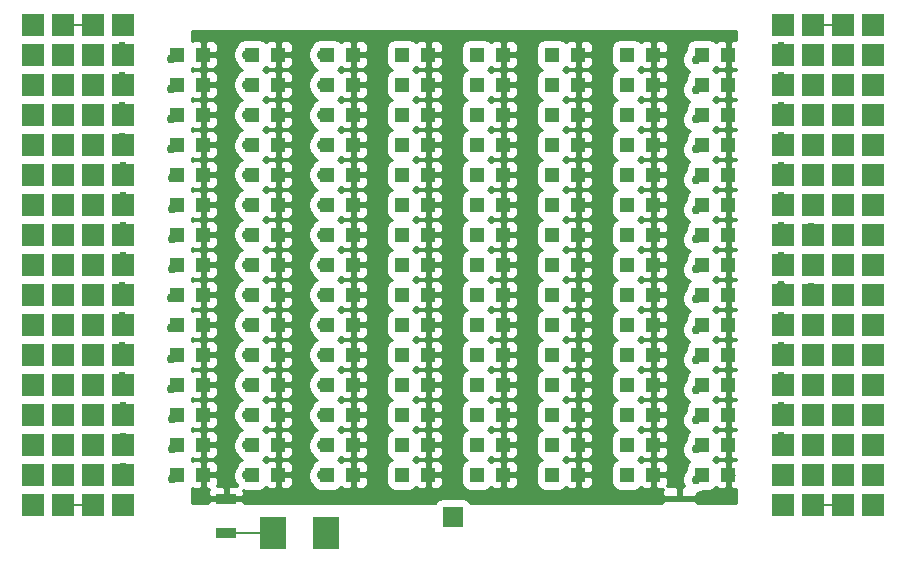
<source format=gtl>
G04 #@! TF.FileFunction,Copper,L1,Top,Signal*
%FSLAX46Y46*%
G04 Gerber Fmt 4.6, Leading zero omitted, Abs format (unit mm)*
G04 Created by KiCad (PCBNEW 4.0.6) date 05/18/18 10:42:42*
%MOMM*%
%LPD*%
G01*
G04 APERTURE LIST*
%ADD10C,0.150000*%
%ADD11R,1.899920X1.899920*%
%ADD12R,1.700000X1.700000*%
%ADD13R,1.200000X1.200000*%
%ADD14R,1.700000X0.900000*%
%ADD15R,2.200000X2.750000*%
%ADD16C,0.762000*%
%ADD17C,0.177800*%
%ADD18C,0.254000*%
G04 APERTURE END LIST*
D10*
D11*
X104140000Y-43180000D03*
X106680000Y-43180000D03*
X109220000Y-43180000D03*
X111760000Y-43180000D03*
X104140000Y-45720000D03*
X106680000Y-45720000D03*
X109220000Y-45720000D03*
X111760000Y-45720000D03*
X104140000Y-48260000D03*
X106680000Y-48260000D03*
X109220000Y-48260000D03*
X111760000Y-48260000D03*
X104140000Y-50800000D03*
X106680000Y-50800000D03*
X109220000Y-50800000D03*
X111760000Y-50800000D03*
X104140000Y-53340000D03*
X106680000Y-53340000D03*
X109220000Y-53340000D03*
X111760000Y-53340000D03*
X104140000Y-55880000D03*
X106680000Y-55880000D03*
X109220000Y-55880000D03*
X111760000Y-55880000D03*
X104140000Y-58420000D03*
X106680000Y-58420000D03*
X109220000Y-58420000D03*
X111760000Y-58420000D03*
X104140000Y-60960000D03*
X106680000Y-60960000D03*
X109220000Y-60960000D03*
X111760000Y-60960000D03*
X104140000Y-63500000D03*
X106680000Y-63500000D03*
X109220000Y-63500000D03*
X111760000Y-63500000D03*
X104140000Y-66040000D03*
X106680000Y-66040000D03*
X109220000Y-66040000D03*
X111760000Y-66040000D03*
X104140000Y-68580000D03*
X106680000Y-68580000D03*
X109220000Y-68580000D03*
X111760000Y-68580000D03*
X104140000Y-71120000D03*
X106680000Y-71120000D03*
X109220000Y-71120000D03*
X111760000Y-71120000D03*
X104140000Y-73660000D03*
X106680000Y-73660000D03*
X109220000Y-73660000D03*
X111760000Y-73660000D03*
X104140000Y-76200000D03*
X106680000Y-76200000D03*
X109220000Y-76200000D03*
X111760000Y-76200000D03*
X104140000Y-78740000D03*
X106680000Y-78740000D03*
X109220000Y-78740000D03*
X111760000Y-78740000D03*
X40640000Y-78740000D03*
X43180000Y-78740000D03*
X45720000Y-78740000D03*
X48260000Y-78740000D03*
X40640000Y-76200000D03*
X43180000Y-76200000D03*
X45720000Y-76200000D03*
X48260000Y-76200000D03*
X40640000Y-73660000D03*
X43180000Y-73660000D03*
X45720000Y-73660000D03*
X48260000Y-73660000D03*
X40640000Y-71120000D03*
X43180000Y-71120000D03*
X45720000Y-71120000D03*
X48260000Y-71120000D03*
X40640000Y-68580000D03*
X43180000Y-68580000D03*
X45720000Y-68580000D03*
X48260000Y-68580000D03*
X40640000Y-66040000D03*
X43180000Y-66040000D03*
X45720000Y-66040000D03*
X48260000Y-66040000D03*
X40640000Y-63500000D03*
X43180000Y-63500000D03*
X45720000Y-63500000D03*
X48260000Y-63500000D03*
X40640000Y-60960000D03*
X43180000Y-60960000D03*
X45720000Y-60960000D03*
X48260000Y-60960000D03*
X40640000Y-58420000D03*
X43180000Y-58420000D03*
X45720000Y-58420000D03*
X48260000Y-58420000D03*
X40640000Y-55880000D03*
X43180000Y-55880000D03*
X45720000Y-55880000D03*
X48260000Y-55880000D03*
X40640000Y-53340000D03*
X43180000Y-53340000D03*
X45720000Y-53340000D03*
X48260000Y-53340000D03*
X40640000Y-50800000D03*
X43180000Y-50800000D03*
X45720000Y-50800000D03*
X48260000Y-50800000D03*
X40640000Y-48260000D03*
X43180000Y-48260000D03*
X45720000Y-48260000D03*
X48260000Y-48260000D03*
X40640000Y-45720000D03*
X43180000Y-45720000D03*
X45720000Y-45720000D03*
X48260000Y-45720000D03*
X40640000Y-43180000D03*
X43180000Y-43180000D03*
X45720000Y-43180000D03*
X48260000Y-43180000D03*
X48260000Y-40640000D03*
X48260000Y-81280000D03*
X104140000Y-81280000D03*
X104140000Y-40640000D03*
X45720000Y-40640000D03*
X43180000Y-40640000D03*
X45720000Y-81280000D03*
X43180000Y-81280000D03*
X106680000Y-81280000D03*
X109220000Y-81280000D03*
X106680000Y-40640000D03*
X109220000Y-40640000D03*
X40640000Y-40640000D03*
X40640000Y-81280000D03*
X111760000Y-81280000D03*
X111760000Y-40640000D03*
D12*
X76200000Y-82296000D03*
D13*
X80475000Y-43180000D03*
X78275000Y-43180000D03*
X86825000Y-43180000D03*
X84625000Y-43180000D03*
X93175000Y-43180000D03*
X90975000Y-43180000D03*
X99525000Y-43180000D03*
X97325000Y-43180000D03*
X80475000Y-45720000D03*
X78275000Y-45720000D03*
X86825000Y-45720000D03*
X84625000Y-45720000D03*
X93175000Y-45720000D03*
X90975000Y-45720000D03*
X99525000Y-45720000D03*
X97325000Y-45720000D03*
X80475000Y-48260000D03*
X78275000Y-48260000D03*
X86825000Y-48260000D03*
X84625000Y-48260000D03*
X93175000Y-48260000D03*
X90975000Y-48260000D03*
X99525000Y-48260000D03*
X97325000Y-48260000D03*
X80475000Y-50800000D03*
X78275000Y-50800000D03*
X86825000Y-50800000D03*
X84625000Y-50800000D03*
X93175000Y-50800000D03*
X90975000Y-50800000D03*
X99525000Y-50800000D03*
X97325000Y-50800000D03*
X80475000Y-53340000D03*
X78275000Y-53340000D03*
X86825000Y-53340000D03*
X84625000Y-53340000D03*
X93175000Y-53340000D03*
X90975000Y-53340000D03*
X99525000Y-53340000D03*
X97325000Y-53340000D03*
X80475000Y-55880000D03*
X78275000Y-55880000D03*
X86825000Y-55880000D03*
X84625000Y-55880000D03*
X93175000Y-55880000D03*
X90975000Y-55880000D03*
X99525000Y-55880000D03*
X97325000Y-55880000D03*
X80475000Y-58420000D03*
X78275000Y-58420000D03*
X86825000Y-58420000D03*
X84625000Y-58420000D03*
X93175000Y-58420000D03*
X90975000Y-58420000D03*
X99525000Y-58420000D03*
X97325000Y-58420000D03*
X80475000Y-60960000D03*
X78275000Y-60960000D03*
X86825000Y-60960000D03*
X84625000Y-60960000D03*
X93175000Y-60960000D03*
X90975000Y-60960000D03*
X99525000Y-60960000D03*
X97325000Y-60960000D03*
X80475000Y-63500000D03*
X78275000Y-63500000D03*
X86825000Y-63500000D03*
X84625000Y-63500000D03*
X93175000Y-63500000D03*
X90975000Y-63500000D03*
X99525000Y-63500000D03*
X97325000Y-63500000D03*
X80475000Y-66040000D03*
X78275000Y-66040000D03*
X86825000Y-66040000D03*
X84625000Y-66040000D03*
X93175000Y-66040000D03*
X90975000Y-66040000D03*
X99525000Y-66040000D03*
X97325000Y-66040000D03*
X80475000Y-68580000D03*
X78275000Y-68580000D03*
X86825000Y-68580000D03*
X84625000Y-68580000D03*
X93175000Y-68580000D03*
X90975000Y-68580000D03*
X99525000Y-68580000D03*
X97325000Y-68580000D03*
X80475000Y-71120000D03*
X78275000Y-71120000D03*
X86825000Y-71120000D03*
X84625000Y-71120000D03*
X93175000Y-71120000D03*
X90975000Y-71120000D03*
X99525000Y-71120000D03*
X97325000Y-71120000D03*
X80475000Y-73660000D03*
X78275000Y-73660000D03*
X86825000Y-73660000D03*
X84625000Y-73660000D03*
X93175000Y-73660000D03*
X90975000Y-73660000D03*
X99525000Y-73660000D03*
X97325000Y-73660000D03*
X80475000Y-76200000D03*
X78275000Y-76200000D03*
X86825000Y-76200000D03*
X84625000Y-76200000D03*
X93175000Y-76200000D03*
X90975000Y-76200000D03*
X99525000Y-76200000D03*
X97325000Y-76200000D03*
X80475000Y-78740000D03*
X78275000Y-78740000D03*
X86825000Y-78740000D03*
X84625000Y-78740000D03*
X93175000Y-78740000D03*
X90975000Y-78740000D03*
X99525000Y-78740000D03*
X97325000Y-78740000D03*
X55075000Y-78740000D03*
X52875000Y-78740000D03*
X61425000Y-78740000D03*
X59225000Y-78740000D03*
X67775000Y-78740000D03*
X65575000Y-78740000D03*
X74125000Y-78740000D03*
X71925000Y-78740000D03*
X55075000Y-76200000D03*
X52875000Y-76200000D03*
X61425000Y-76200000D03*
X59225000Y-76200000D03*
X67775000Y-76200000D03*
X65575000Y-76200000D03*
X74125000Y-76200000D03*
X71925000Y-76200000D03*
X55075000Y-73660000D03*
X52875000Y-73660000D03*
X61425000Y-73660000D03*
X59225000Y-73660000D03*
X67775000Y-73660000D03*
X65575000Y-73660000D03*
X74125000Y-73660000D03*
X71925000Y-73660000D03*
X55075000Y-71120000D03*
X52875000Y-71120000D03*
X61425000Y-71120000D03*
X59225000Y-71120000D03*
X67775000Y-71120000D03*
X65575000Y-71120000D03*
X74125000Y-71120000D03*
X71925000Y-71120000D03*
X55075000Y-68580000D03*
X52875000Y-68580000D03*
X61425000Y-68580000D03*
X59225000Y-68580000D03*
X67775000Y-68580000D03*
X65575000Y-68580000D03*
X74125000Y-68580000D03*
X71925000Y-68580000D03*
X55075000Y-66040000D03*
X52875000Y-66040000D03*
X61425000Y-66040000D03*
X59225000Y-66040000D03*
X67775000Y-66040000D03*
X65575000Y-66040000D03*
X74125000Y-66040000D03*
X71925000Y-66040000D03*
X55075000Y-63500000D03*
X52875000Y-63500000D03*
X61425000Y-63500000D03*
X59225000Y-63500000D03*
X67775000Y-63500000D03*
X65575000Y-63500000D03*
X74125000Y-63500000D03*
X71925000Y-63500000D03*
X55075000Y-60960000D03*
X52875000Y-60960000D03*
X61425000Y-60960000D03*
X59225000Y-60960000D03*
X67775000Y-60960000D03*
X65575000Y-60960000D03*
X74125000Y-60960000D03*
X71925000Y-60960000D03*
X55075000Y-58420000D03*
X52875000Y-58420000D03*
X61425000Y-58420000D03*
X59225000Y-58420000D03*
X67775000Y-58420000D03*
X65575000Y-58420000D03*
X74125000Y-58420000D03*
X71925000Y-58420000D03*
X55075000Y-55880000D03*
X52875000Y-55880000D03*
X61425000Y-55880000D03*
X59225000Y-55880000D03*
X67775000Y-55880000D03*
X65575000Y-55880000D03*
X74125000Y-55880000D03*
X71925000Y-55880000D03*
X55075000Y-53340000D03*
X52875000Y-53340000D03*
X61425000Y-53340000D03*
X59225000Y-53340000D03*
X67775000Y-53340000D03*
X65575000Y-53340000D03*
X74125000Y-53340000D03*
X71925000Y-53340000D03*
X55075000Y-50800000D03*
X52875000Y-50800000D03*
X61425000Y-50800000D03*
X59225000Y-50800000D03*
X67775000Y-50800000D03*
X65575000Y-50800000D03*
X74125000Y-50800000D03*
X71925000Y-50800000D03*
X55075000Y-48260000D03*
X52875000Y-48260000D03*
X61425000Y-48260000D03*
X59225000Y-48260000D03*
X67775000Y-48260000D03*
X65575000Y-48260000D03*
X74125000Y-48260000D03*
X71925000Y-48260000D03*
X55075000Y-45720000D03*
X52875000Y-45720000D03*
X61425000Y-45720000D03*
X59225000Y-45720000D03*
X67775000Y-45720000D03*
X65575000Y-45720000D03*
X74125000Y-45720000D03*
X71925000Y-45720000D03*
X55075000Y-43180000D03*
X52875000Y-43180000D03*
X61425000Y-43180000D03*
X59225000Y-43180000D03*
X67775000Y-43180000D03*
X65575000Y-43180000D03*
X74125000Y-43180000D03*
X71925000Y-43180000D03*
D14*
X57000000Y-83650000D03*
X57000000Y-80750000D03*
D15*
X65450000Y-83700000D03*
X61000000Y-83700000D03*
D16*
X78200000Y-43200000D03*
X103950000Y-42450000D03*
X84599998Y-43200000D03*
X106500000Y-42600000D03*
X90900000Y-43100000D03*
X109250000Y-42950000D03*
X96750000Y-43600000D03*
X111760000Y-43180000D03*
X78300002Y-45700000D03*
X103950000Y-45000000D03*
X84600000Y-45800000D03*
X106500000Y-45150000D03*
X91000000Y-45800000D03*
X109250000Y-45500000D03*
X96750000Y-46150000D03*
X111760000Y-45730000D03*
X78300000Y-48200000D03*
X103950000Y-47500000D03*
X84500000Y-48300000D03*
X106500000Y-47650000D03*
X91000000Y-48300000D03*
X109250000Y-48000000D03*
X96750000Y-48650000D03*
X111760000Y-48230000D03*
X78400000Y-50900000D03*
X103950000Y-50050000D03*
X84600000Y-50800000D03*
X106500000Y-50200000D03*
X90800000Y-50800000D03*
X109250000Y-50550000D03*
X96750000Y-51200000D03*
X111760000Y-50780000D03*
X78300004Y-53400000D03*
X103950000Y-52600000D03*
X84700000Y-53400000D03*
X106500000Y-52750000D03*
X90800000Y-53400000D03*
X109250000Y-53100000D03*
X96750000Y-53750000D03*
X111760000Y-53330000D03*
X78300000Y-55800000D03*
X103950000Y-55150000D03*
X84700000Y-56000000D03*
X106500000Y-55300000D03*
X90900002Y-56000000D03*
X109250000Y-55650000D03*
X96750000Y-56300000D03*
X111760000Y-55880000D03*
X78200000Y-58500000D03*
X103950000Y-57650000D03*
X84500000Y-58400000D03*
X106500000Y-57800000D03*
X90900000Y-58600000D03*
X109250000Y-58150000D03*
X96750000Y-58800000D03*
X111760000Y-58380000D03*
X78200000Y-61100000D03*
X103950000Y-60200000D03*
X84500000Y-60900000D03*
X106500000Y-60350000D03*
X90900000Y-61100000D03*
X109250000Y-60700000D03*
X96750000Y-61350000D03*
X111760000Y-60930000D03*
X78100000Y-63500000D03*
X103950000Y-62700000D03*
X84600000Y-63300000D03*
X106500000Y-62850000D03*
X90900000Y-63500000D03*
X109250000Y-63200000D03*
X96750000Y-63850000D03*
X111760000Y-63430000D03*
X78300000Y-66200000D03*
X103950000Y-65300000D03*
X84700002Y-66000000D03*
X106500000Y-65450000D03*
X90900000Y-66000000D03*
X109250000Y-65800000D03*
X96750000Y-66450000D03*
X111760000Y-66030000D03*
X78300000Y-68600000D03*
X103950000Y-67850000D03*
X84600000Y-68600000D03*
X106500000Y-68000000D03*
X90900000Y-68600000D03*
X109250000Y-68350000D03*
X96750000Y-69000000D03*
X111760000Y-68580000D03*
X78300000Y-71200002D03*
X103950000Y-70400000D03*
X84500000Y-71300000D03*
X106500000Y-70550000D03*
X90900000Y-71100000D03*
X109250000Y-70900000D03*
X96750000Y-71550000D03*
X111760000Y-71130000D03*
X78300000Y-73700000D03*
X103950000Y-72950000D03*
X84600000Y-73600000D03*
X106500000Y-73100000D03*
X90900000Y-73800000D03*
X109250000Y-73450000D03*
X96750000Y-74100000D03*
X111760000Y-73680000D03*
X78200000Y-76100000D03*
X103950000Y-75450000D03*
X84600000Y-76300000D03*
X106500000Y-75600000D03*
X90800000Y-76200000D03*
X109250000Y-75950000D03*
X96750000Y-76600000D03*
X111760000Y-76180000D03*
X104100000Y-78200000D03*
X78100000Y-78600000D03*
X84500000Y-78700000D03*
X106500000Y-78150000D03*
X90900000Y-78800000D03*
X109250000Y-78500000D03*
X96750000Y-79150000D03*
X111760000Y-78730000D03*
X52400000Y-79100000D03*
X40690000Y-78780000D03*
X58724000Y-78780000D03*
X43150000Y-78450000D03*
X65074000Y-78780000D03*
X65074000Y-78780000D03*
X45750000Y-78200000D03*
X72000000Y-78800000D03*
X48250000Y-78050000D03*
X52400000Y-76550000D03*
X40690000Y-76230000D03*
X58724000Y-76230000D03*
X43150000Y-75900000D03*
X65074000Y-76230000D03*
X65074000Y-76230000D03*
X45750000Y-75650000D03*
X72000000Y-76100000D03*
X48250000Y-75500000D03*
X40690000Y-73680000D03*
X52400000Y-74000000D03*
X58724000Y-73680000D03*
X43150000Y-73350000D03*
X65074000Y-73680000D03*
X65074000Y-73680000D03*
X45750000Y-73100000D03*
X71900000Y-73800000D03*
X48250000Y-72950000D03*
X40640000Y-71130000D03*
X52350000Y-71450000D03*
X58674000Y-71130000D03*
X43100000Y-70800000D03*
X65024000Y-71130000D03*
X65024000Y-71130000D03*
X45700000Y-70550000D03*
X71800000Y-71200000D03*
X48200000Y-70400000D03*
X52350000Y-68900000D03*
X40640000Y-68580000D03*
X58674000Y-68580000D03*
X43100000Y-68250000D03*
X65024000Y-68580000D03*
X65024000Y-68580000D03*
X45700000Y-68000000D03*
X71800000Y-68700000D03*
X48200000Y-67850000D03*
X52350000Y-66350000D03*
X40640000Y-66030000D03*
X58674000Y-66030000D03*
X43100000Y-65700000D03*
X65024000Y-66030000D03*
X65024000Y-66030000D03*
X45700000Y-65450000D03*
X71800000Y-66200000D03*
X48200000Y-65300000D03*
X40640000Y-63480000D03*
X52350000Y-63800000D03*
X58674000Y-63480000D03*
X43100000Y-63150000D03*
X65024000Y-63480000D03*
X65024000Y-63480000D03*
X45700000Y-62900000D03*
X72000000Y-63500000D03*
X48200000Y-62750000D03*
X40690000Y-60980000D03*
X52400000Y-61300000D03*
X58724000Y-60980000D03*
X43150000Y-60650000D03*
X65074000Y-60980000D03*
X65074000Y-60980000D03*
X45750000Y-60400000D03*
X71900000Y-61100000D03*
X48250000Y-60250000D03*
X52400000Y-58750000D03*
X40690000Y-58430000D03*
X58724000Y-58430000D03*
X43150000Y-58100000D03*
X65074000Y-58430000D03*
X65074000Y-58430000D03*
X45750000Y-57850000D03*
X71899999Y-58500000D03*
X48250000Y-57700000D03*
X52400000Y-56200000D03*
X40690000Y-55880000D03*
X58724000Y-55880000D03*
X43150000Y-55550000D03*
X65074000Y-55880000D03*
X65074000Y-55880000D03*
X45750000Y-55300000D03*
X72000000Y-55900000D03*
X48250000Y-55150000D03*
X40690000Y-53330000D03*
X52400000Y-53650000D03*
X58724000Y-53330000D03*
X43150000Y-53000000D03*
X65074000Y-53330000D03*
X65074000Y-53330000D03*
X45750000Y-52750000D03*
X71703623Y-53266809D03*
X48250000Y-52600000D03*
X52350000Y-51150000D03*
X40640000Y-50830000D03*
X58674000Y-50830000D03*
X43100000Y-50500000D03*
X65024000Y-50830000D03*
X65024000Y-50830000D03*
X45700000Y-50250000D03*
X71900000Y-50800000D03*
X48200000Y-50100000D03*
X40640000Y-48280000D03*
X52350000Y-48600000D03*
X58674000Y-48280000D03*
X43100000Y-47950000D03*
X65024000Y-48280000D03*
X65024000Y-48280000D03*
X45700000Y-47700000D03*
X71900000Y-48300000D03*
X48200000Y-47550000D03*
X40640000Y-45730000D03*
X52350000Y-46050000D03*
X58674000Y-45730000D03*
X43100000Y-45400000D03*
X65024000Y-45730000D03*
X65024000Y-45730000D03*
X45700000Y-45150000D03*
X71700000Y-45800000D03*
X48200000Y-45000000D03*
X52350000Y-43500000D03*
X40640000Y-43180000D03*
X58674000Y-43180000D03*
X43100000Y-42850000D03*
X65024000Y-43180000D03*
X65024000Y-43180000D03*
X45700000Y-42600000D03*
X71900000Y-43300000D03*
X48200000Y-42450000D03*
X65500000Y-83700000D03*
X109220000Y-81280000D03*
X106680000Y-81280000D03*
X109220000Y-40640000D03*
X106680000Y-40640000D03*
X45720000Y-40640000D03*
X43180000Y-40640000D03*
X45720000Y-81280000D03*
X43180000Y-81280000D03*
D17*
X103950000Y-42450000D02*
X104040000Y-42540000D01*
X104040000Y-42805000D02*
X104040000Y-42540000D01*
X106500000Y-42600000D02*
X106680000Y-42780000D01*
X109220000Y-43180000D02*
X109220000Y-42980000D01*
X109250000Y-42950000D02*
X109220000Y-42980000D01*
X96774000Y-43180000D02*
X96774000Y-43576000D01*
X96750000Y-43600000D02*
X96774000Y-43576000D01*
X104040000Y-45355000D02*
X104040000Y-45090000D01*
X103950000Y-45000000D02*
X104040000Y-45090000D01*
X106500000Y-45150000D02*
X106680000Y-45330000D01*
X109250000Y-45500000D02*
X109220000Y-45530000D01*
X109220000Y-45730000D02*
X109220000Y-45530000D01*
X96774000Y-45730000D02*
X96774000Y-46126000D01*
X96750000Y-46150000D02*
X96774000Y-46126000D01*
X104040000Y-47855000D02*
X104040000Y-47590000D01*
X103950000Y-47500000D02*
X104040000Y-47590000D01*
X106500000Y-47650000D02*
X106680000Y-47830000D01*
X109250000Y-48000000D02*
X109220000Y-48030000D01*
X109220000Y-48230000D02*
X109220000Y-48030000D01*
X96774000Y-48230000D02*
X96774000Y-48626000D01*
X96750000Y-48650000D02*
X96774000Y-48626000D01*
X103950000Y-50050000D02*
X104040000Y-50140000D01*
X104040000Y-50405000D02*
X104040000Y-50140000D01*
X106500000Y-50200000D02*
X106680000Y-50380000D01*
X109220000Y-50780000D02*
X109220000Y-50580000D01*
X109250000Y-50550000D02*
X109220000Y-50580000D01*
X96774000Y-50780000D02*
X96774000Y-51176000D01*
X96750000Y-51200000D02*
X96774000Y-51176000D01*
X104040000Y-52955000D02*
X104040000Y-52690000D01*
X103950000Y-52600000D02*
X104040000Y-52690000D01*
X106500000Y-52750000D02*
X106680000Y-52930000D01*
X109250000Y-53100000D02*
X109220000Y-53130000D01*
X109220000Y-53330000D02*
X109220000Y-53130000D01*
X96774000Y-53330000D02*
X96774000Y-53726000D01*
X96750000Y-53750000D02*
X96774000Y-53726000D01*
X103950000Y-55150000D02*
X104040000Y-55240000D01*
X104040000Y-55505000D02*
X104040000Y-55240000D01*
X106500000Y-55300000D02*
X106680000Y-55480000D01*
X109220000Y-55880000D02*
X109220000Y-55680000D01*
X109250000Y-55650000D02*
X109220000Y-55680000D01*
X96750000Y-56300000D02*
X96774000Y-56276000D01*
X96774000Y-55880000D02*
X96774000Y-56276000D01*
X77819001Y-58119001D02*
X78200000Y-58500000D01*
X103950000Y-57650000D02*
X104040000Y-57740000D01*
X104040000Y-58005000D02*
X104040000Y-57740000D01*
X106500000Y-57800000D02*
X106680000Y-57980000D01*
X109220000Y-58380000D02*
X109220000Y-58180000D01*
X109250000Y-58150000D02*
X109220000Y-58180000D01*
X96774000Y-58380000D02*
X96774000Y-58776000D01*
X96750000Y-58800000D02*
X96774000Y-58776000D01*
X77819001Y-60719001D02*
X78200000Y-61100000D01*
X104040000Y-60555000D02*
X104040000Y-60290000D01*
X103950000Y-60200000D02*
X104040000Y-60290000D01*
X106500000Y-60350000D02*
X106680000Y-60530000D01*
X109250000Y-60700000D02*
X109220000Y-60730000D01*
X109220000Y-60930000D02*
X109220000Y-60730000D01*
X96774000Y-60930000D02*
X96774000Y-61326000D01*
X96750000Y-61350000D02*
X96774000Y-61326000D01*
X104040000Y-63055000D02*
X104040000Y-62790000D01*
X103950000Y-62700000D02*
X104040000Y-62790000D01*
X106500000Y-62850000D02*
X106680000Y-63030000D01*
X109250000Y-63200000D02*
X109220000Y-63230000D01*
X109220000Y-63430000D02*
X109220000Y-63230000D01*
X96774000Y-63430000D02*
X96774000Y-63826000D01*
X96750000Y-63850000D02*
X96774000Y-63826000D01*
X103950000Y-65300000D02*
X104040000Y-65390000D01*
X104040000Y-65655000D02*
X104040000Y-65390000D01*
X106500000Y-65450000D02*
X106680000Y-65630000D01*
X109220000Y-66030000D02*
X109220000Y-65830000D01*
X109250000Y-65800000D02*
X109220000Y-65830000D01*
X96750000Y-66450000D02*
X96774000Y-66426000D01*
X96774000Y-66030000D02*
X96774000Y-66426000D01*
X104040000Y-68205000D02*
X104040000Y-67940000D01*
X103950000Y-67850000D02*
X104040000Y-67940000D01*
X106500000Y-68000000D02*
X106680000Y-68180000D01*
X109250000Y-68350000D02*
X109220000Y-68380000D01*
X109220000Y-68580000D02*
X109220000Y-68380000D01*
X96774000Y-68580000D02*
X96774000Y-68976000D01*
X96750000Y-69000000D02*
X96774000Y-68976000D01*
X103950000Y-70400000D02*
X104040000Y-70490000D01*
X104040000Y-70755000D02*
X104040000Y-70490000D01*
X106500000Y-70550000D02*
X106680000Y-70730000D01*
X109220000Y-71130000D02*
X109220000Y-70930000D01*
X109250000Y-70900000D02*
X109220000Y-70930000D01*
X96774000Y-71130000D02*
X96774000Y-71526000D01*
X96750000Y-71550000D02*
X96774000Y-71526000D01*
X104040000Y-73305000D02*
X104040000Y-73040000D01*
X103950000Y-72950000D02*
X104040000Y-73040000D01*
X106500000Y-73100000D02*
X106680000Y-73280000D01*
X109250000Y-73450000D02*
X109220000Y-73480000D01*
X109220000Y-73680000D02*
X109220000Y-73480000D01*
X96750000Y-74100000D02*
X96774000Y-74076000D01*
X96774000Y-73680000D02*
X96774000Y-74076000D01*
X103950000Y-75450000D02*
X104040000Y-75540000D01*
X104040000Y-75805000D02*
X104040000Y-75540000D01*
X106500000Y-75600000D02*
X106680000Y-75780000D01*
X109250000Y-75950000D02*
X109220000Y-75980000D01*
X109220000Y-76180000D02*
X109220000Y-75980000D01*
X96774000Y-76180000D02*
X96774000Y-76576000D01*
X96750000Y-76600000D02*
X96774000Y-76576000D01*
X104040000Y-78260000D02*
X104100000Y-78200000D01*
X104040000Y-78355000D02*
X104040000Y-78260000D01*
X106500000Y-78150000D02*
X106680000Y-78330000D01*
X109220000Y-78730000D02*
X109220000Y-78530000D01*
X109250000Y-78500000D02*
X109220000Y-78530000D01*
X96774000Y-78730000D02*
X96774000Y-79126000D01*
X96750000Y-79150000D02*
X96774000Y-79126000D01*
X52400000Y-79100000D02*
X52374000Y-79074000D01*
X52374000Y-78780000D02*
X52374000Y-79074000D01*
X43230000Y-78530000D02*
X43230000Y-78780000D01*
X43150000Y-78450000D02*
X43230000Y-78530000D01*
X45750000Y-78200000D02*
X45770000Y-78220000D01*
X45770000Y-78780000D02*
X45770000Y-78220000D01*
X48250000Y-78050000D02*
X48310000Y-78110000D01*
X48310000Y-78130000D02*
X48310000Y-78110000D01*
X52400000Y-76550000D02*
X52374000Y-76524000D01*
X52374000Y-76230000D02*
X52374000Y-76524000D01*
X43230000Y-75980000D02*
X43230000Y-76230000D01*
X43150000Y-75900000D02*
X43230000Y-75980000D01*
X45750000Y-75650000D02*
X45770000Y-75670000D01*
X45770000Y-76230000D02*
X45770000Y-75670000D01*
X48250000Y-75500000D02*
X48310000Y-75560000D01*
X48310000Y-75580000D02*
X48310000Y-75560000D01*
X52400000Y-74000000D02*
X52374000Y-73974000D01*
X52374000Y-73680000D02*
X52374000Y-73974000D01*
X43150000Y-73350000D02*
X43230000Y-73430000D01*
X43230000Y-73430000D02*
X43230000Y-73680000D01*
X45770000Y-73680000D02*
X45770000Y-73120000D01*
X45750000Y-73100000D02*
X45770000Y-73120000D01*
X48310000Y-73030000D02*
X48310000Y-73010000D01*
X48250000Y-72950000D02*
X48310000Y-73010000D01*
X52324000Y-71130000D02*
X52324000Y-71424000D01*
X52350000Y-71450000D02*
X52324000Y-71424000D01*
X43100000Y-70800000D02*
X43180000Y-70880000D01*
X43180000Y-70880000D02*
X43180000Y-71130000D01*
X45720000Y-71130000D02*
X45720000Y-70570000D01*
X45700000Y-70550000D02*
X45720000Y-70570000D01*
X48260000Y-70480000D02*
X48260000Y-70460000D01*
X48200000Y-70400000D02*
X48260000Y-70460000D01*
X52350000Y-68900000D02*
X52324000Y-68874000D01*
X52324000Y-68580000D02*
X52324000Y-68874000D01*
X43180000Y-68330000D02*
X43180000Y-68580000D01*
X43100000Y-68250000D02*
X43180000Y-68330000D01*
X45700000Y-68000000D02*
X45720000Y-68020000D01*
X45720000Y-68580000D02*
X45720000Y-68020000D01*
X48200000Y-67850000D02*
X48260000Y-67910000D01*
X48260000Y-67930000D02*
X48260000Y-67910000D01*
X52350000Y-66350000D02*
X52324000Y-66324000D01*
X52324000Y-66030000D02*
X52324000Y-66324000D01*
X43180000Y-65780000D02*
X43180000Y-66030000D01*
X43100000Y-65700000D02*
X43180000Y-65780000D01*
X45700000Y-65450000D02*
X45720000Y-65470000D01*
X45720000Y-66030000D02*
X45720000Y-65470000D01*
X48200000Y-65300000D02*
X48260000Y-65360000D01*
X48260000Y-65380000D02*
X48260000Y-65360000D01*
X52324000Y-63480000D02*
X52324000Y-63774000D01*
X52350000Y-63800000D02*
X52324000Y-63774000D01*
X43100000Y-63150000D02*
X43180000Y-63230000D01*
X43180000Y-63230000D02*
X43180000Y-63480000D01*
X45720000Y-63480000D02*
X45720000Y-62920000D01*
X45700000Y-62900000D02*
X45720000Y-62920000D01*
X48260000Y-62830000D02*
X48260000Y-62810000D01*
X48200000Y-62750000D02*
X48260000Y-62810000D01*
X52400000Y-61300000D02*
X52374000Y-61274000D01*
X52374000Y-60980000D02*
X52374000Y-61274000D01*
X43150000Y-60650000D02*
X43230000Y-60730000D01*
X43230000Y-60730000D02*
X43230000Y-60980000D01*
X45770000Y-60980000D02*
X45770000Y-60420000D01*
X45750000Y-60400000D02*
X45770000Y-60420000D01*
X48310000Y-60330000D02*
X48310000Y-60310000D01*
X48250000Y-60250000D02*
X48310000Y-60310000D01*
X52374000Y-58430000D02*
X52374000Y-58724000D01*
X52400000Y-58750000D02*
X52374000Y-58724000D01*
X43230000Y-58180000D02*
X43230000Y-58430000D01*
X43150000Y-58100000D02*
X43230000Y-58180000D01*
X45750000Y-57850000D02*
X45770000Y-57870000D01*
X45770000Y-58430000D02*
X45770000Y-57870000D01*
X48250000Y-57700000D02*
X48310000Y-57760000D01*
X48310000Y-57780000D02*
X48310000Y-57760000D01*
X52374000Y-55880000D02*
X52374000Y-56174000D01*
X52400000Y-56200000D02*
X52374000Y-56174000D01*
X43230000Y-55630000D02*
X43230000Y-55880000D01*
X43150000Y-55550000D02*
X43230000Y-55630000D01*
X45750000Y-55300000D02*
X45770000Y-55320000D01*
X45770000Y-55880000D02*
X45770000Y-55320000D01*
X48250000Y-55150000D02*
X48310000Y-55210000D01*
X48310000Y-55230000D02*
X48310000Y-55210000D01*
X52374000Y-53330000D02*
X52374000Y-53624000D01*
X52400000Y-53650000D02*
X52374000Y-53624000D01*
X43150000Y-53000000D02*
X43230000Y-53080000D01*
X43230000Y-53080000D02*
X43230000Y-53330000D01*
X45770000Y-53330000D02*
X45770000Y-52770000D01*
X45750000Y-52750000D02*
X45770000Y-52770000D01*
X48310000Y-52680000D02*
X48310000Y-52660000D01*
X48250000Y-52600000D02*
X48310000Y-52660000D01*
X52324000Y-50830000D02*
X52324000Y-51124000D01*
X52350000Y-51150000D02*
X52324000Y-51124000D01*
X43180000Y-50580000D02*
X43180000Y-50830000D01*
X43100000Y-50500000D02*
X43180000Y-50580000D01*
X45700000Y-50250000D02*
X45720000Y-50270000D01*
X45720000Y-50830000D02*
X45720000Y-50270000D01*
X48200000Y-50100000D02*
X48260000Y-50160000D01*
X48260000Y-50180000D02*
X48260000Y-50160000D01*
X52350000Y-48600000D02*
X52324000Y-48574000D01*
X52324000Y-48280000D02*
X52324000Y-48574000D01*
X43100000Y-47950000D02*
X43180000Y-48030000D01*
X43180000Y-48030000D02*
X43180000Y-48280000D01*
X45720000Y-48280000D02*
X45720000Y-47720000D01*
X45700000Y-47700000D02*
X45720000Y-47720000D01*
X48260000Y-47630000D02*
X48260000Y-47610000D01*
X48200000Y-47550000D02*
X48260000Y-47610000D01*
X52350000Y-46050000D02*
X52324000Y-46024000D01*
X52324000Y-45730000D02*
X52324000Y-46024000D01*
X43100000Y-45400000D02*
X43180000Y-45480000D01*
X43180000Y-45480000D02*
X43180000Y-45730000D01*
X45720000Y-45730000D02*
X45720000Y-45170000D01*
X45700000Y-45150000D02*
X45720000Y-45170000D01*
X48260000Y-45080000D02*
X48260000Y-45060000D01*
X48200000Y-45000000D02*
X48260000Y-45060000D01*
X52324000Y-43180000D02*
X52324000Y-43474000D01*
X52350000Y-43500000D02*
X52324000Y-43474000D01*
X43180000Y-42930000D02*
X43180000Y-43180000D01*
X43100000Y-42850000D02*
X43180000Y-42930000D01*
X45700000Y-42600000D02*
X45720000Y-42620000D01*
X45720000Y-43180000D02*
X45720000Y-42620000D01*
X48200000Y-42450000D02*
X48260000Y-42510000D01*
X48260000Y-42530000D02*
X48260000Y-42510000D01*
X100100000Y-78764000D02*
X100076000Y-78740000D01*
X43180000Y-40640000D02*
X45720000Y-40640000D01*
X43180000Y-81280000D02*
X45720000Y-81280000D01*
X106680000Y-81280000D02*
X109220000Y-81280000D01*
X106680000Y-40640000D02*
X109220000Y-40640000D01*
X56900000Y-83700000D02*
X60900000Y-83700000D01*
D18*
G36*
X100203000Y-41945000D02*
X99810750Y-41945000D01*
X99652000Y-42103750D01*
X99652000Y-43053000D01*
X99672000Y-43053000D01*
X99672000Y-43307000D01*
X99652000Y-43307000D01*
X99652000Y-44256250D01*
X99810750Y-44415000D01*
X100203000Y-44415000D01*
X100203000Y-44485000D01*
X99810750Y-44485000D01*
X99652000Y-44643750D01*
X99652000Y-45593000D01*
X99672000Y-45593000D01*
X99672000Y-45847000D01*
X99652000Y-45847000D01*
X99652000Y-46796250D01*
X99810750Y-46955000D01*
X100203000Y-46955000D01*
X100203000Y-47025000D01*
X99810750Y-47025000D01*
X99652000Y-47183750D01*
X99652000Y-48133000D01*
X99672000Y-48133000D01*
X99672000Y-48387000D01*
X99652000Y-48387000D01*
X99652000Y-49336250D01*
X99810750Y-49495000D01*
X100203000Y-49495000D01*
X100203000Y-49565000D01*
X99810750Y-49565000D01*
X99652000Y-49723750D01*
X99652000Y-50673000D01*
X99672000Y-50673000D01*
X99672000Y-50927000D01*
X99652000Y-50927000D01*
X99652000Y-51876250D01*
X99810750Y-52035000D01*
X100203000Y-52035000D01*
X100203000Y-52105000D01*
X99810750Y-52105000D01*
X99652000Y-52263750D01*
X99652000Y-53213000D01*
X99672000Y-53213000D01*
X99672000Y-53467000D01*
X99652000Y-53467000D01*
X99652000Y-54416250D01*
X99810750Y-54575000D01*
X100203000Y-54575000D01*
X100203000Y-54645000D01*
X99810750Y-54645000D01*
X99652000Y-54803750D01*
X99652000Y-55753000D01*
X99672000Y-55753000D01*
X99672000Y-56007000D01*
X99652000Y-56007000D01*
X99652000Y-56956250D01*
X99810750Y-57115000D01*
X100203000Y-57115000D01*
X100203000Y-57185000D01*
X99810750Y-57185000D01*
X99652000Y-57343750D01*
X99652000Y-58293000D01*
X99672000Y-58293000D01*
X99672000Y-58547000D01*
X99652000Y-58547000D01*
X99652000Y-59496250D01*
X99810750Y-59655000D01*
X100203000Y-59655000D01*
X100203000Y-59725000D01*
X99810750Y-59725000D01*
X99652000Y-59883750D01*
X99652000Y-60833000D01*
X99672000Y-60833000D01*
X99672000Y-61087000D01*
X99652000Y-61087000D01*
X99652000Y-62036250D01*
X99810750Y-62195000D01*
X100203000Y-62195000D01*
X100203000Y-62265000D01*
X99810750Y-62265000D01*
X99652000Y-62423750D01*
X99652000Y-63373000D01*
X99672000Y-63373000D01*
X99672000Y-63627000D01*
X99652000Y-63627000D01*
X99652000Y-64576250D01*
X99810750Y-64735000D01*
X100203000Y-64735000D01*
X100203000Y-64805000D01*
X99810750Y-64805000D01*
X99652000Y-64963750D01*
X99652000Y-65913000D01*
X99672000Y-65913000D01*
X99672000Y-66167000D01*
X99652000Y-66167000D01*
X99652000Y-67116250D01*
X99810750Y-67275000D01*
X100203000Y-67275000D01*
X100203000Y-67345000D01*
X99810750Y-67345000D01*
X99652000Y-67503750D01*
X99652000Y-68453000D01*
X99672000Y-68453000D01*
X99672000Y-68707000D01*
X99652000Y-68707000D01*
X99652000Y-69656250D01*
X99810750Y-69815000D01*
X100203000Y-69815000D01*
X100203000Y-69885000D01*
X99810750Y-69885000D01*
X99652000Y-70043750D01*
X99652000Y-70993000D01*
X99672000Y-70993000D01*
X99672000Y-71247000D01*
X99652000Y-71247000D01*
X99652000Y-72196250D01*
X99810750Y-72355000D01*
X100203000Y-72355000D01*
X100203000Y-72425000D01*
X99810750Y-72425000D01*
X99652000Y-72583750D01*
X99652000Y-73533000D01*
X99672000Y-73533000D01*
X99672000Y-73787000D01*
X99652000Y-73787000D01*
X99652000Y-74736250D01*
X99810750Y-74895000D01*
X100203000Y-74895000D01*
X100203000Y-74965000D01*
X99810750Y-74965000D01*
X99652000Y-75123750D01*
X99652000Y-76073000D01*
X99672000Y-76073000D01*
X99672000Y-76327000D01*
X99652000Y-76327000D01*
X99652000Y-77276250D01*
X99810750Y-77435000D01*
X100203000Y-77435000D01*
X100203000Y-77505000D01*
X99810750Y-77505000D01*
X99652000Y-77663750D01*
X99652000Y-78613000D01*
X99672000Y-78613000D01*
X99672000Y-78867000D01*
X99652000Y-78867000D01*
X99652000Y-79816250D01*
X99810750Y-79975000D01*
X100203000Y-79975000D01*
X100203000Y-81153000D01*
X96885000Y-81153000D01*
X96885000Y-81035750D01*
X96726250Y-80877000D01*
X95527000Y-80877000D01*
X95527000Y-80897000D01*
X95273000Y-80897000D01*
X95273000Y-80877000D01*
X94073750Y-80877000D01*
X93915000Y-81035750D01*
X93915000Y-81153000D01*
X77725369Y-81153000D01*
X77581328Y-80929154D01*
X77338385Y-80763157D01*
X77050000Y-80704758D01*
X75350000Y-80704758D01*
X75080590Y-80755451D01*
X74833154Y-80914672D01*
X74670310Y-81153000D01*
X58485000Y-81153000D01*
X58485000Y-81035750D01*
X58326250Y-80877000D01*
X57127000Y-80877000D01*
X57127000Y-80897000D01*
X56873000Y-80897000D01*
X56873000Y-80877000D01*
X55673750Y-80877000D01*
X55515000Y-81035750D01*
X55515000Y-81153000D01*
X54102000Y-81153000D01*
X54102000Y-79865025D01*
X54115302Y-79878327D01*
X54348691Y-79975000D01*
X54789250Y-79975000D01*
X54948000Y-79816250D01*
X54948000Y-78867000D01*
X55202000Y-78867000D01*
X55202000Y-79816250D01*
X55360750Y-79975000D01*
X55597301Y-79975000D01*
X55515000Y-80173691D01*
X55515000Y-80464250D01*
X55673750Y-80623000D01*
X56873000Y-80623000D01*
X56873000Y-79823750D01*
X57127000Y-79823750D01*
X57127000Y-80623000D01*
X58326250Y-80623000D01*
X58485000Y-80464250D01*
X58485000Y-80173691D01*
X58430382Y-80041831D01*
X58625000Y-80081242D01*
X59825000Y-80081242D01*
X60094410Y-80030549D01*
X60341846Y-79871328D01*
X60389118Y-79802144D01*
X60465302Y-79878327D01*
X60698691Y-79975000D01*
X61139250Y-79975000D01*
X61298000Y-79816250D01*
X61298000Y-78867000D01*
X61552000Y-78867000D01*
X61552000Y-79816250D01*
X61710750Y-79975000D01*
X62151309Y-79975000D01*
X62384698Y-79878327D01*
X62563327Y-79699699D01*
X62660000Y-79466310D01*
X62660000Y-79025750D01*
X62501250Y-78867000D01*
X61552000Y-78867000D01*
X61298000Y-78867000D01*
X61278000Y-78867000D01*
X61278000Y-78613000D01*
X61298000Y-78613000D01*
X61298000Y-77663750D01*
X61552000Y-77663750D01*
X61552000Y-78613000D01*
X62501250Y-78613000D01*
X62660000Y-78454250D01*
X62660000Y-78013690D01*
X62563327Y-77780301D01*
X62384698Y-77601673D01*
X62151309Y-77505000D01*
X61710750Y-77505000D01*
X61552000Y-77663750D01*
X61298000Y-77663750D01*
X61139250Y-77505000D01*
X60698691Y-77505000D01*
X60465302Y-77601673D01*
X60390585Y-77676390D01*
X60356328Y-77623154D01*
X60129350Y-77468066D01*
X60341846Y-77331328D01*
X60389118Y-77262144D01*
X60465302Y-77338327D01*
X60698691Y-77435000D01*
X61139250Y-77435000D01*
X61298000Y-77276250D01*
X61298000Y-76327000D01*
X61552000Y-76327000D01*
X61552000Y-77276250D01*
X61710750Y-77435000D01*
X62151309Y-77435000D01*
X62384698Y-77338327D01*
X62563327Y-77159699D01*
X62660000Y-76926310D01*
X62660000Y-76485750D01*
X62501250Y-76327000D01*
X61552000Y-76327000D01*
X61298000Y-76327000D01*
X61278000Y-76327000D01*
X61278000Y-76073000D01*
X61298000Y-76073000D01*
X61298000Y-75123750D01*
X61552000Y-75123750D01*
X61552000Y-76073000D01*
X62501250Y-76073000D01*
X62660000Y-75914250D01*
X62660000Y-75473690D01*
X62563327Y-75240301D01*
X62384698Y-75061673D01*
X62151309Y-74965000D01*
X61710750Y-74965000D01*
X61552000Y-75123750D01*
X61298000Y-75123750D01*
X61139250Y-74965000D01*
X60698691Y-74965000D01*
X60465302Y-75061673D01*
X60390585Y-75136390D01*
X60356328Y-75083154D01*
X60129350Y-74928066D01*
X60341846Y-74791328D01*
X60389118Y-74722144D01*
X60465302Y-74798327D01*
X60698691Y-74895000D01*
X61139250Y-74895000D01*
X61298000Y-74736250D01*
X61298000Y-73787000D01*
X61552000Y-73787000D01*
X61552000Y-74736250D01*
X61710750Y-74895000D01*
X62151309Y-74895000D01*
X62384698Y-74798327D01*
X62563327Y-74619699D01*
X62660000Y-74386310D01*
X62660000Y-73945750D01*
X62501250Y-73787000D01*
X61552000Y-73787000D01*
X61298000Y-73787000D01*
X61278000Y-73787000D01*
X61278000Y-73533000D01*
X61298000Y-73533000D01*
X61298000Y-72583750D01*
X61552000Y-72583750D01*
X61552000Y-73533000D01*
X62501250Y-73533000D01*
X62660000Y-73374250D01*
X62660000Y-72933690D01*
X62563327Y-72700301D01*
X62384698Y-72521673D01*
X62151309Y-72425000D01*
X61710750Y-72425000D01*
X61552000Y-72583750D01*
X61298000Y-72583750D01*
X61139250Y-72425000D01*
X60698691Y-72425000D01*
X60465302Y-72521673D01*
X60390585Y-72596390D01*
X60356328Y-72543154D01*
X60129350Y-72388066D01*
X60341846Y-72251328D01*
X60389118Y-72182144D01*
X60465302Y-72258327D01*
X60698691Y-72355000D01*
X61139250Y-72355000D01*
X61298000Y-72196250D01*
X61298000Y-71247000D01*
X61552000Y-71247000D01*
X61552000Y-72196250D01*
X61710750Y-72355000D01*
X62151309Y-72355000D01*
X62384698Y-72258327D01*
X62563327Y-72079699D01*
X62660000Y-71846310D01*
X62660000Y-71405750D01*
X62501250Y-71247000D01*
X61552000Y-71247000D01*
X61298000Y-71247000D01*
X61278000Y-71247000D01*
X61278000Y-70993000D01*
X61298000Y-70993000D01*
X61298000Y-70043750D01*
X61552000Y-70043750D01*
X61552000Y-70993000D01*
X62501250Y-70993000D01*
X62660000Y-70834250D01*
X62660000Y-70393690D01*
X62563327Y-70160301D01*
X62384698Y-69981673D01*
X62151309Y-69885000D01*
X61710750Y-69885000D01*
X61552000Y-70043750D01*
X61298000Y-70043750D01*
X61139250Y-69885000D01*
X60698691Y-69885000D01*
X60465302Y-69981673D01*
X60390585Y-70056390D01*
X60356328Y-70003154D01*
X60129350Y-69848066D01*
X60341846Y-69711328D01*
X60389118Y-69642144D01*
X60465302Y-69718327D01*
X60698691Y-69815000D01*
X61139250Y-69815000D01*
X61298000Y-69656250D01*
X61298000Y-68707000D01*
X61552000Y-68707000D01*
X61552000Y-69656250D01*
X61710750Y-69815000D01*
X62151309Y-69815000D01*
X62384698Y-69718327D01*
X62563327Y-69539699D01*
X62660000Y-69306310D01*
X62660000Y-68865750D01*
X62501250Y-68707000D01*
X61552000Y-68707000D01*
X61298000Y-68707000D01*
X61278000Y-68707000D01*
X61278000Y-68453000D01*
X61298000Y-68453000D01*
X61298000Y-67503750D01*
X61552000Y-67503750D01*
X61552000Y-68453000D01*
X62501250Y-68453000D01*
X62660000Y-68294250D01*
X62660000Y-67853690D01*
X62563327Y-67620301D01*
X62384698Y-67441673D01*
X62151309Y-67345000D01*
X61710750Y-67345000D01*
X61552000Y-67503750D01*
X61298000Y-67503750D01*
X61139250Y-67345000D01*
X60698691Y-67345000D01*
X60465302Y-67441673D01*
X60390585Y-67516390D01*
X60356328Y-67463154D01*
X60129350Y-67308066D01*
X60341846Y-67171328D01*
X60389118Y-67102144D01*
X60465302Y-67178327D01*
X60698691Y-67275000D01*
X61139250Y-67275000D01*
X61298000Y-67116250D01*
X61298000Y-66167000D01*
X61552000Y-66167000D01*
X61552000Y-67116250D01*
X61710750Y-67275000D01*
X62151309Y-67275000D01*
X62384698Y-67178327D01*
X62563327Y-66999699D01*
X62660000Y-66766310D01*
X62660000Y-66325750D01*
X62501250Y-66167000D01*
X61552000Y-66167000D01*
X61298000Y-66167000D01*
X61278000Y-66167000D01*
X61278000Y-65913000D01*
X61298000Y-65913000D01*
X61298000Y-64963750D01*
X61552000Y-64963750D01*
X61552000Y-65913000D01*
X62501250Y-65913000D01*
X62660000Y-65754250D01*
X62660000Y-65313690D01*
X62563327Y-65080301D01*
X62384698Y-64901673D01*
X62151309Y-64805000D01*
X61710750Y-64805000D01*
X61552000Y-64963750D01*
X61298000Y-64963750D01*
X61139250Y-64805000D01*
X60698691Y-64805000D01*
X60465302Y-64901673D01*
X60390585Y-64976390D01*
X60356328Y-64923154D01*
X60129350Y-64768066D01*
X60341846Y-64631328D01*
X60389118Y-64562144D01*
X60465302Y-64638327D01*
X60698691Y-64735000D01*
X61139250Y-64735000D01*
X61298000Y-64576250D01*
X61298000Y-63627000D01*
X61552000Y-63627000D01*
X61552000Y-64576250D01*
X61710750Y-64735000D01*
X62151309Y-64735000D01*
X62384698Y-64638327D01*
X62563327Y-64459699D01*
X62660000Y-64226310D01*
X62660000Y-63785750D01*
X62501250Y-63627000D01*
X61552000Y-63627000D01*
X61298000Y-63627000D01*
X61278000Y-63627000D01*
X61278000Y-63373000D01*
X61298000Y-63373000D01*
X61298000Y-62423750D01*
X61552000Y-62423750D01*
X61552000Y-63373000D01*
X62501250Y-63373000D01*
X62660000Y-63214250D01*
X62660000Y-62773690D01*
X62563327Y-62540301D01*
X62384698Y-62361673D01*
X62151309Y-62265000D01*
X61710750Y-62265000D01*
X61552000Y-62423750D01*
X61298000Y-62423750D01*
X61139250Y-62265000D01*
X60698691Y-62265000D01*
X60465302Y-62361673D01*
X60390585Y-62436390D01*
X60356328Y-62383154D01*
X60129350Y-62228066D01*
X60341846Y-62091328D01*
X60389118Y-62022144D01*
X60465302Y-62098327D01*
X60698691Y-62195000D01*
X61139250Y-62195000D01*
X61298000Y-62036250D01*
X61298000Y-61087000D01*
X61552000Y-61087000D01*
X61552000Y-62036250D01*
X61710750Y-62195000D01*
X62151309Y-62195000D01*
X62384698Y-62098327D01*
X62563327Y-61919699D01*
X62660000Y-61686310D01*
X62660000Y-61245750D01*
X62501250Y-61087000D01*
X61552000Y-61087000D01*
X61298000Y-61087000D01*
X61278000Y-61087000D01*
X61278000Y-60833000D01*
X61298000Y-60833000D01*
X61298000Y-59883750D01*
X61552000Y-59883750D01*
X61552000Y-60833000D01*
X62501250Y-60833000D01*
X62660000Y-60674250D01*
X62660000Y-60233690D01*
X62563327Y-60000301D01*
X62384698Y-59821673D01*
X62151309Y-59725000D01*
X61710750Y-59725000D01*
X61552000Y-59883750D01*
X61298000Y-59883750D01*
X61139250Y-59725000D01*
X60698691Y-59725000D01*
X60465302Y-59821673D01*
X60390585Y-59896390D01*
X60356328Y-59843154D01*
X60129350Y-59688066D01*
X60341846Y-59551328D01*
X60389118Y-59482144D01*
X60465302Y-59558327D01*
X60698691Y-59655000D01*
X61139250Y-59655000D01*
X61298000Y-59496250D01*
X61298000Y-58547000D01*
X61552000Y-58547000D01*
X61552000Y-59496250D01*
X61710750Y-59655000D01*
X62151309Y-59655000D01*
X62384698Y-59558327D01*
X62563327Y-59379699D01*
X62660000Y-59146310D01*
X62660000Y-58705750D01*
X62501250Y-58547000D01*
X61552000Y-58547000D01*
X61298000Y-58547000D01*
X61278000Y-58547000D01*
X61278000Y-58293000D01*
X61298000Y-58293000D01*
X61298000Y-57343750D01*
X61552000Y-57343750D01*
X61552000Y-58293000D01*
X62501250Y-58293000D01*
X62660000Y-58134250D01*
X62660000Y-57693690D01*
X62563327Y-57460301D01*
X62384698Y-57281673D01*
X62151309Y-57185000D01*
X61710750Y-57185000D01*
X61552000Y-57343750D01*
X61298000Y-57343750D01*
X61139250Y-57185000D01*
X60698691Y-57185000D01*
X60465302Y-57281673D01*
X60390585Y-57356390D01*
X60356328Y-57303154D01*
X60129350Y-57148066D01*
X60341846Y-57011328D01*
X60389118Y-56942144D01*
X60465302Y-57018327D01*
X60698691Y-57115000D01*
X61139250Y-57115000D01*
X61298000Y-56956250D01*
X61298000Y-56007000D01*
X61552000Y-56007000D01*
X61552000Y-56956250D01*
X61710750Y-57115000D01*
X62151309Y-57115000D01*
X62384698Y-57018327D01*
X62563327Y-56839699D01*
X62660000Y-56606310D01*
X62660000Y-56165750D01*
X62501250Y-56007000D01*
X61552000Y-56007000D01*
X61298000Y-56007000D01*
X61278000Y-56007000D01*
X61278000Y-55753000D01*
X61298000Y-55753000D01*
X61298000Y-54803750D01*
X61552000Y-54803750D01*
X61552000Y-55753000D01*
X62501250Y-55753000D01*
X62660000Y-55594250D01*
X62660000Y-55153690D01*
X62563327Y-54920301D01*
X62384698Y-54741673D01*
X62151309Y-54645000D01*
X61710750Y-54645000D01*
X61552000Y-54803750D01*
X61298000Y-54803750D01*
X61139250Y-54645000D01*
X60698691Y-54645000D01*
X60465302Y-54741673D01*
X60390585Y-54816390D01*
X60356328Y-54763154D01*
X60129350Y-54608066D01*
X60341846Y-54471328D01*
X60389118Y-54402144D01*
X60465302Y-54478327D01*
X60698691Y-54575000D01*
X61139250Y-54575000D01*
X61298000Y-54416250D01*
X61298000Y-53467000D01*
X61552000Y-53467000D01*
X61552000Y-54416250D01*
X61710750Y-54575000D01*
X62151309Y-54575000D01*
X62384698Y-54478327D01*
X62563327Y-54299699D01*
X62660000Y-54066310D01*
X62660000Y-53625750D01*
X62501250Y-53467000D01*
X61552000Y-53467000D01*
X61298000Y-53467000D01*
X61278000Y-53467000D01*
X61278000Y-53213000D01*
X61298000Y-53213000D01*
X61298000Y-52263750D01*
X61552000Y-52263750D01*
X61552000Y-53213000D01*
X62501250Y-53213000D01*
X62660000Y-53054250D01*
X62660000Y-52613690D01*
X62563327Y-52380301D01*
X62384698Y-52201673D01*
X62151309Y-52105000D01*
X61710750Y-52105000D01*
X61552000Y-52263750D01*
X61298000Y-52263750D01*
X61139250Y-52105000D01*
X60698691Y-52105000D01*
X60465302Y-52201673D01*
X60390585Y-52276390D01*
X60356328Y-52223154D01*
X60129350Y-52068066D01*
X60341846Y-51931328D01*
X60389118Y-51862144D01*
X60465302Y-51938327D01*
X60698691Y-52035000D01*
X61139250Y-52035000D01*
X61298000Y-51876250D01*
X61298000Y-50927000D01*
X61552000Y-50927000D01*
X61552000Y-51876250D01*
X61710750Y-52035000D01*
X62151309Y-52035000D01*
X62384698Y-51938327D01*
X62563327Y-51759699D01*
X62660000Y-51526310D01*
X62660000Y-51085750D01*
X62501250Y-50927000D01*
X61552000Y-50927000D01*
X61298000Y-50927000D01*
X61278000Y-50927000D01*
X61278000Y-50673000D01*
X61298000Y-50673000D01*
X61298000Y-49723750D01*
X61552000Y-49723750D01*
X61552000Y-50673000D01*
X62501250Y-50673000D01*
X62660000Y-50514250D01*
X62660000Y-50073690D01*
X62563327Y-49840301D01*
X62384698Y-49661673D01*
X62151309Y-49565000D01*
X61710750Y-49565000D01*
X61552000Y-49723750D01*
X61298000Y-49723750D01*
X61139250Y-49565000D01*
X60698691Y-49565000D01*
X60465302Y-49661673D01*
X60390585Y-49736390D01*
X60356328Y-49683154D01*
X60129350Y-49528066D01*
X60341846Y-49391328D01*
X60389118Y-49322144D01*
X60465302Y-49398327D01*
X60698691Y-49495000D01*
X61139250Y-49495000D01*
X61298000Y-49336250D01*
X61298000Y-48387000D01*
X61552000Y-48387000D01*
X61552000Y-49336250D01*
X61710750Y-49495000D01*
X62151309Y-49495000D01*
X62384698Y-49398327D01*
X62563327Y-49219699D01*
X62660000Y-48986310D01*
X62660000Y-48545750D01*
X62501250Y-48387000D01*
X61552000Y-48387000D01*
X61298000Y-48387000D01*
X61278000Y-48387000D01*
X61278000Y-48133000D01*
X61298000Y-48133000D01*
X61298000Y-47183750D01*
X61552000Y-47183750D01*
X61552000Y-48133000D01*
X62501250Y-48133000D01*
X62660000Y-47974250D01*
X62660000Y-47533690D01*
X62563327Y-47300301D01*
X62384698Y-47121673D01*
X62151309Y-47025000D01*
X61710750Y-47025000D01*
X61552000Y-47183750D01*
X61298000Y-47183750D01*
X61139250Y-47025000D01*
X60698691Y-47025000D01*
X60465302Y-47121673D01*
X60390585Y-47196390D01*
X60356328Y-47143154D01*
X60129350Y-46988066D01*
X60341846Y-46851328D01*
X60389118Y-46782144D01*
X60465302Y-46858327D01*
X60698691Y-46955000D01*
X61139250Y-46955000D01*
X61298000Y-46796250D01*
X61298000Y-45847000D01*
X61552000Y-45847000D01*
X61552000Y-46796250D01*
X61710750Y-46955000D01*
X62151309Y-46955000D01*
X62384698Y-46858327D01*
X62563327Y-46679699D01*
X62660000Y-46446310D01*
X62660000Y-46005750D01*
X62501250Y-45847000D01*
X61552000Y-45847000D01*
X61298000Y-45847000D01*
X61278000Y-45847000D01*
X61278000Y-45593000D01*
X61298000Y-45593000D01*
X61298000Y-44643750D01*
X61552000Y-44643750D01*
X61552000Y-45593000D01*
X62501250Y-45593000D01*
X62660000Y-45434250D01*
X62660000Y-44993690D01*
X62563327Y-44760301D01*
X62384698Y-44581673D01*
X62151309Y-44485000D01*
X61710750Y-44485000D01*
X61552000Y-44643750D01*
X61298000Y-44643750D01*
X61139250Y-44485000D01*
X60698691Y-44485000D01*
X60465302Y-44581673D01*
X60390585Y-44656390D01*
X60356328Y-44603154D01*
X60129350Y-44448066D01*
X60341846Y-44311328D01*
X60389118Y-44242144D01*
X60465302Y-44318327D01*
X60698691Y-44415000D01*
X61139250Y-44415000D01*
X61298000Y-44256250D01*
X61298000Y-43307000D01*
X61552000Y-43307000D01*
X61552000Y-44256250D01*
X61710750Y-44415000D01*
X62151309Y-44415000D01*
X62384698Y-44318327D01*
X62563327Y-44139699D01*
X62660000Y-43906310D01*
X62660000Y-43465750D01*
X62593678Y-43399428D01*
X63915808Y-43399428D01*
X64084136Y-43806812D01*
X64274728Y-43997737D01*
X64284451Y-44049410D01*
X64443672Y-44296846D01*
X64670650Y-44451934D01*
X64458154Y-44588672D01*
X64292157Y-44831615D01*
X64276073Y-44911040D01*
X64085231Y-45101549D01*
X63916193Y-45508638D01*
X63915808Y-45949428D01*
X64084136Y-46356812D01*
X64277047Y-46550060D01*
X64284451Y-46589410D01*
X64443672Y-46836846D01*
X64670650Y-46991934D01*
X64458154Y-47128672D01*
X64292157Y-47371615D01*
X64273535Y-47463573D01*
X64085231Y-47651549D01*
X63916193Y-48058638D01*
X63915808Y-48499428D01*
X64084136Y-48906812D01*
X64279365Y-49102382D01*
X64284451Y-49129410D01*
X64443672Y-49376846D01*
X64670650Y-49531934D01*
X64458154Y-49668672D01*
X64292157Y-49911615D01*
X64270997Y-50016107D01*
X64085231Y-50201549D01*
X63916193Y-50608638D01*
X63915808Y-51049428D01*
X64084136Y-51456812D01*
X64281684Y-51654705D01*
X64284451Y-51669410D01*
X64443672Y-51916846D01*
X64670650Y-52071934D01*
X64458154Y-52208672D01*
X64292157Y-52451615D01*
X64268481Y-52568531D01*
X64135231Y-52701549D01*
X63966193Y-53108638D01*
X63965808Y-53549428D01*
X64134136Y-53956812D01*
X64260796Y-54083693D01*
X64284451Y-54209410D01*
X64443672Y-54456846D01*
X64670650Y-54611934D01*
X64458154Y-54748672D01*
X64292157Y-54991615D01*
X64265943Y-55121065D01*
X64135231Y-55251549D01*
X63966193Y-55658638D01*
X63965808Y-56099428D01*
X64134136Y-56506812D01*
X64263114Y-56636016D01*
X64284451Y-56749410D01*
X64443672Y-56996846D01*
X64670650Y-57151934D01*
X64458154Y-57288672D01*
X64292157Y-57531615D01*
X64263405Y-57673599D01*
X64135231Y-57801549D01*
X63966193Y-58208638D01*
X63965808Y-58649428D01*
X64134136Y-59056812D01*
X64265433Y-59188338D01*
X64284451Y-59289410D01*
X64443672Y-59536846D01*
X64670650Y-59691934D01*
X64458154Y-59828672D01*
X64292157Y-60071615D01*
X64260867Y-60226132D01*
X64135231Y-60351549D01*
X63966193Y-60758638D01*
X63965808Y-61199428D01*
X64134136Y-61606812D01*
X64267752Y-61740661D01*
X64284451Y-61829410D01*
X64443672Y-62076846D01*
X64670650Y-62231934D01*
X64458154Y-62368672D01*
X64292157Y-62611615D01*
X64283688Y-62653438D01*
X64085231Y-62851549D01*
X63916193Y-63258638D01*
X63915808Y-63699428D01*
X64084136Y-64106812D01*
X64270091Y-64293092D01*
X64284451Y-64369410D01*
X64443672Y-64616846D01*
X64670650Y-64771934D01*
X64458154Y-64908672D01*
X64292157Y-65151615D01*
X64281149Y-65205972D01*
X64085231Y-65401549D01*
X63916193Y-65808638D01*
X63915808Y-66249428D01*
X64084136Y-66656812D01*
X64272409Y-66845414D01*
X64284451Y-66909410D01*
X64443672Y-67156846D01*
X64670650Y-67311934D01*
X64458154Y-67448672D01*
X64292157Y-67691615D01*
X64278611Y-67758506D01*
X64085231Y-67951549D01*
X63916193Y-68358638D01*
X63915808Y-68799428D01*
X64084136Y-69206812D01*
X64274728Y-69397737D01*
X64284451Y-69449410D01*
X64443672Y-69696846D01*
X64670650Y-69851934D01*
X64458154Y-69988672D01*
X64292157Y-70231615D01*
X64276073Y-70311040D01*
X64085231Y-70501549D01*
X63916193Y-70908638D01*
X63915808Y-71349428D01*
X64084136Y-71756812D01*
X64277047Y-71950060D01*
X64284451Y-71989410D01*
X64443672Y-72236846D01*
X64670650Y-72391934D01*
X64458154Y-72528672D01*
X64292157Y-72771615D01*
X64260867Y-72926132D01*
X64135231Y-73051549D01*
X63966193Y-73458638D01*
X63965808Y-73899428D01*
X64134136Y-74306812D01*
X64267752Y-74440661D01*
X64284451Y-74529410D01*
X64443672Y-74776846D01*
X64670650Y-74931934D01*
X64458154Y-75068672D01*
X64292157Y-75311615D01*
X64258329Y-75478666D01*
X64135231Y-75601549D01*
X63966193Y-76008638D01*
X63965808Y-76449428D01*
X64134136Y-76856812D01*
X64270070Y-76992984D01*
X64284451Y-77069410D01*
X64443672Y-77316846D01*
X64670650Y-77471934D01*
X64458154Y-77608672D01*
X64292157Y-77851615D01*
X64255790Y-78031200D01*
X64135231Y-78151549D01*
X63966193Y-78558638D01*
X63965808Y-78999428D01*
X64134136Y-79406812D01*
X64272389Y-79545307D01*
X64284451Y-79609410D01*
X64443672Y-79856846D01*
X64686615Y-80022843D01*
X64975000Y-80081242D01*
X66175000Y-80081242D01*
X66444410Y-80030549D01*
X66691846Y-79871328D01*
X66739118Y-79802144D01*
X66815302Y-79878327D01*
X67048691Y-79975000D01*
X67489250Y-79975000D01*
X67648000Y-79816250D01*
X67648000Y-78867000D01*
X67902000Y-78867000D01*
X67902000Y-79816250D01*
X68060750Y-79975000D01*
X68501309Y-79975000D01*
X68734698Y-79878327D01*
X68913327Y-79699699D01*
X69010000Y-79466310D01*
X69010000Y-79025750D01*
X68851250Y-78867000D01*
X67902000Y-78867000D01*
X67648000Y-78867000D01*
X67628000Y-78867000D01*
X67628000Y-78613000D01*
X67648000Y-78613000D01*
X67648000Y-77663750D01*
X67902000Y-77663750D01*
X67902000Y-78613000D01*
X68851250Y-78613000D01*
X69010000Y-78454250D01*
X69010000Y-78013690D01*
X68913327Y-77780301D01*
X68734698Y-77601673D01*
X68501309Y-77505000D01*
X68060750Y-77505000D01*
X67902000Y-77663750D01*
X67648000Y-77663750D01*
X67489250Y-77505000D01*
X67048691Y-77505000D01*
X66815302Y-77601673D01*
X66740585Y-77676390D01*
X66706328Y-77623154D01*
X66479350Y-77468066D01*
X66691846Y-77331328D01*
X66739118Y-77262144D01*
X66815302Y-77338327D01*
X67048691Y-77435000D01*
X67489250Y-77435000D01*
X67648000Y-77276250D01*
X67648000Y-76327000D01*
X67902000Y-76327000D01*
X67902000Y-77276250D01*
X68060750Y-77435000D01*
X68501309Y-77435000D01*
X68734698Y-77338327D01*
X68913327Y-77159699D01*
X69010000Y-76926310D01*
X69010000Y-76485750D01*
X68851250Y-76327000D01*
X67902000Y-76327000D01*
X67648000Y-76327000D01*
X67628000Y-76327000D01*
X67628000Y-76073000D01*
X67648000Y-76073000D01*
X67648000Y-75123750D01*
X67902000Y-75123750D01*
X67902000Y-76073000D01*
X68851250Y-76073000D01*
X69010000Y-75914250D01*
X69010000Y-75473690D01*
X68913327Y-75240301D01*
X68734698Y-75061673D01*
X68501309Y-74965000D01*
X68060750Y-74965000D01*
X67902000Y-75123750D01*
X67648000Y-75123750D01*
X67489250Y-74965000D01*
X67048691Y-74965000D01*
X66815302Y-75061673D01*
X66740585Y-75136390D01*
X66706328Y-75083154D01*
X66479350Y-74928066D01*
X66691846Y-74791328D01*
X66739118Y-74722144D01*
X66815302Y-74798327D01*
X67048691Y-74895000D01*
X67489250Y-74895000D01*
X67648000Y-74736250D01*
X67648000Y-73787000D01*
X67902000Y-73787000D01*
X67902000Y-74736250D01*
X68060750Y-74895000D01*
X68501309Y-74895000D01*
X68734698Y-74798327D01*
X68913327Y-74619699D01*
X69010000Y-74386310D01*
X69010000Y-73945750D01*
X68851250Y-73787000D01*
X67902000Y-73787000D01*
X67648000Y-73787000D01*
X67628000Y-73787000D01*
X67628000Y-73533000D01*
X67648000Y-73533000D01*
X67648000Y-72583750D01*
X67902000Y-72583750D01*
X67902000Y-73533000D01*
X68851250Y-73533000D01*
X69010000Y-73374250D01*
X69010000Y-72933690D01*
X68913327Y-72700301D01*
X68734698Y-72521673D01*
X68501309Y-72425000D01*
X68060750Y-72425000D01*
X67902000Y-72583750D01*
X67648000Y-72583750D01*
X67489250Y-72425000D01*
X67048691Y-72425000D01*
X66815302Y-72521673D01*
X66740585Y-72596390D01*
X66706328Y-72543154D01*
X66479350Y-72388066D01*
X66691846Y-72251328D01*
X66739118Y-72182144D01*
X66815302Y-72258327D01*
X67048691Y-72355000D01*
X67489250Y-72355000D01*
X67648000Y-72196250D01*
X67648000Y-71247000D01*
X67902000Y-71247000D01*
X67902000Y-72196250D01*
X68060750Y-72355000D01*
X68501309Y-72355000D01*
X68734698Y-72258327D01*
X68913327Y-72079699D01*
X69010000Y-71846310D01*
X69010000Y-71405750D01*
X68851250Y-71247000D01*
X67902000Y-71247000D01*
X67648000Y-71247000D01*
X67628000Y-71247000D01*
X67628000Y-70993000D01*
X67648000Y-70993000D01*
X67648000Y-70043750D01*
X67902000Y-70043750D01*
X67902000Y-70993000D01*
X68851250Y-70993000D01*
X69010000Y-70834250D01*
X69010000Y-70393690D01*
X68913327Y-70160301D01*
X68734698Y-69981673D01*
X68501309Y-69885000D01*
X68060750Y-69885000D01*
X67902000Y-70043750D01*
X67648000Y-70043750D01*
X67489250Y-69885000D01*
X67048691Y-69885000D01*
X66815302Y-69981673D01*
X66740585Y-70056390D01*
X66706328Y-70003154D01*
X66479350Y-69848066D01*
X66691846Y-69711328D01*
X66739118Y-69642144D01*
X66815302Y-69718327D01*
X67048691Y-69815000D01*
X67489250Y-69815000D01*
X67648000Y-69656250D01*
X67648000Y-68707000D01*
X67902000Y-68707000D01*
X67902000Y-69656250D01*
X68060750Y-69815000D01*
X68501309Y-69815000D01*
X68734698Y-69718327D01*
X68913327Y-69539699D01*
X69010000Y-69306310D01*
X69010000Y-68865750D01*
X68851250Y-68707000D01*
X67902000Y-68707000D01*
X67648000Y-68707000D01*
X67628000Y-68707000D01*
X67628000Y-68453000D01*
X67648000Y-68453000D01*
X67648000Y-67503750D01*
X67902000Y-67503750D01*
X67902000Y-68453000D01*
X68851250Y-68453000D01*
X69010000Y-68294250D01*
X69010000Y-67853690D01*
X68913327Y-67620301D01*
X68734698Y-67441673D01*
X68501309Y-67345000D01*
X68060750Y-67345000D01*
X67902000Y-67503750D01*
X67648000Y-67503750D01*
X67489250Y-67345000D01*
X67048691Y-67345000D01*
X66815302Y-67441673D01*
X66740585Y-67516390D01*
X66706328Y-67463154D01*
X66479350Y-67308066D01*
X66691846Y-67171328D01*
X66739118Y-67102144D01*
X66815302Y-67178327D01*
X67048691Y-67275000D01*
X67489250Y-67275000D01*
X67648000Y-67116250D01*
X67648000Y-66167000D01*
X67902000Y-66167000D01*
X67902000Y-67116250D01*
X68060750Y-67275000D01*
X68501309Y-67275000D01*
X68734698Y-67178327D01*
X68913327Y-66999699D01*
X69010000Y-66766310D01*
X69010000Y-66325750D01*
X68851250Y-66167000D01*
X67902000Y-66167000D01*
X67648000Y-66167000D01*
X67628000Y-66167000D01*
X67628000Y-65913000D01*
X67648000Y-65913000D01*
X67648000Y-64963750D01*
X67902000Y-64963750D01*
X67902000Y-65913000D01*
X68851250Y-65913000D01*
X69010000Y-65754250D01*
X69010000Y-65313690D01*
X68913327Y-65080301D01*
X68734698Y-64901673D01*
X68501309Y-64805000D01*
X68060750Y-64805000D01*
X67902000Y-64963750D01*
X67648000Y-64963750D01*
X67489250Y-64805000D01*
X67048691Y-64805000D01*
X66815302Y-64901673D01*
X66740585Y-64976390D01*
X66706328Y-64923154D01*
X66479350Y-64768066D01*
X66691846Y-64631328D01*
X66739118Y-64562144D01*
X66815302Y-64638327D01*
X67048691Y-64735000D01*
X67489250Y-64735000D01*
X67648000Y-64576250D01*
X67648000Y-63627000D01*
X67902000Y-63627000D01*
X67902000Y-64576250D01*
X68060750Y-64735000D01*
X68501309Y-64735000D01*
X68734698Y-64638327D01*
X68913327Y-64459699D01*
X69010000Y-64226310D01*
X69010000Y-63785750D01*
X68851250Y-63627000D01*
X67902000Y-63627000D01*
X67648000Y-63627000D01*
X67628000Y-63627000D01*
X67628000Y-63373000D01*
X67648000Y-63373000D01*
X67648000Y-62423750D01*
X67902000Y-62423750D01*
X67902000Y-63373000D01*
X68851250Y-63373000D01*
X69010000Y-63214250D01*
X69010000Y-62773690D01*
X68913327Y-62540301D01*
X68734698Y-62361673D01*
X68501309Y-62265000D01*
X68060750Y-62265000D01*
X67902000Y-62423750D01*
X67648000Y-62423750D01*
X67489250Y-62265000D01*
X67048691Y-62265000D01*
X66815302Y-62361673D01*
X66740585Y-62436390D01*
X66706328Y-62383154D01*
X66479350Y-62228066D01*
X66691846Y-62091328D01*
X66739118Y-62022144D01*
X66815302Y-62098327D01*
X67048691Y-62195000D01*
X67489250Y-62195000D01*
X67648000Y-62036250D01*
X67648000Y-61087000D01*
X67902000Y-61087000D01*
X67902000Y-62036250D01*
X68060750Y-62195000D01*
X68501309Y-62195000D01*
X68734698Y-62098327D01*
X68913327Y-61919699D01*
X69010000Y-61686310D01*
X69010000Y-61245750D01*
X68851250Y-61087000D01*
X67902000Y-61087000D01*
X67648000Y-61087000D01*
X67628000Y-61087000D01*
X67628000Y-60833000D01*
X67648000Y-60833000D01*
X67648000Y-59883750D01*
X67902000Y-59883750D01*
X67902000Y-60833000D01*
X68851250Y-60833000D01*
X69010000Y-60674250D01*
X69010000Y-60233690D01*
X68913327Y-60000301D01*
X68734698Y-59821673D01*
X68501309Y-59725000D01*
X68060750Y-59725000D01*
X67902000Y-59883750D01*
X67648000Y-59883750D01*
X67489250Y-59725000D01*
X67048691Y-59725000D01*
X66815302Y-59821673D01*
X66740585Y-59896390D01*
X66706328Y-59843154D01*
X66479350Y-59688066D01*
X66691846Y-59551328D01*
X66739118Y-59482144D01*
X66815302Y-59558327D01*
X67048691Y-59655000D01*
X67489250Y-59655000D01*
X67648000Y-59496250D01*
X67648000Y-58547000D01*
X67902000Y-58547000D01*
X67902000Y-59496250D01*
X68060750Y-59655000D01*
X68501309Y-59655000D01*
X68734698Y-59558327D01*
X68913327Y-59379699D01*
X69010000Y-59146310D01*
X69010000Y-58705750D01*
X68851250Y-58547000D01*
X67902000Y-58547000D01*
X67648000Y-58547000D01*
X67628000Y-58547000D01*
X67628000Y-58293000D01*
X67648000Y-58293000D01*
X67648000Y-57343750D01*
X67902000Y-57343750D01*
X67902000Y-58293000D01*
X68851250Y-58293000D01*
X69010000Y-58134250D01*
X69010000Y-57693690D01*
X68913327Y-57460301D01*
X68734698Y-57281673D01*
X68501309Y-57185000D01*
X68060750Y-57185000D01*
X67902000Y-57343750D01*
X67648000Y-57343750D01*
X67489250Y-57185000D01*
X67048691Y-57185000D01*
X66815302Y-57281673D01*
X66740585Y-57356390D01*
X66706328Y-57303154D01*
X66479350Y-57148066D01*
X66691846Y-57011328D01*
X66739118Y-56942144D01*
X66815302Y-57018327D01*
X67048691Y-57115000D01*
X67489250Y-57115000D01*
X67648000Y-56956250D01*
X67648000Y-56007000D01*
X67902000Y-56007000D01*
X67902000Y-56956250D01*
X68060750Y-57115000D01*
X68501309Y-57115000D01*
X68734698Y-57018327D01*
X68913327Y-56839699D01*
X69010000Y-56606310D01*
X69010000Y-56165750D01*
X68851250Y-56007000D01*
X67902000Y-56007000D01*
X67648000Y-56007000D01*
X67628000Y-56007000D01*
X67628000Y-55753000D01*
X67648000Y-55753000D01*
X67648000Y-54803750D01*
X67902000Y-54803750D01*
X67902000Y-55753000D01*
X68851250Y-55753000D01*
X69010000Y-55594250D01*
X69010000Y-55153690D01*
X68913327Y-54920301D01*
X68734698Y-54741673D01*
X68501309Y-54645000D01*
X68060750Y-54645000D01*
X67902000Y-54803750D01*
X67648000Y-54803750D01*
X67489250Y-54645000D01*
X67048691Y-54645000D01*
X66815302Y-54741673D01*
X66740585Y-54816390D01*
X66706328Y-54763154D01*
X66479350Y-54608066D01*
X66691846Y-54471328D01*
X66739118Y-54402144D01*
X66815302Y-54478327D01*
X67048691Y-54575000D01*
X67489250Y-54575000D01*
X67648000Y-54416250D01*
X67648000Y-53467000D01*
X67902000Y-53467000D01*
X67902000Y-54416250D01*
X68060750Y-54575000D01*
X68501309Y-54575000D01*
X68734698Y-54478327D01*
X68913327Y-54299699D01*
X69010000Y-54066310D01*
X69010000Y-53625750D01*
X68851250Y-53467000D01*
X67902000Y-53467000D01*
X67648000Y-53467000D01*
X67628000Y-53467000D01*
X67628000Y-53213000D01*
X67648000Y-53213000D01*
X67648000Y-52263750D01*
X67902000Y-52263750D01*
X67902000Y-53213000D01*
X68851250Y-53213000D01*
X69010000Y-53054250D01*
X69010000Y-52613690D01*
X68913327Y-52380301D01*
X68734698Y-52201673D01*
X68501309Y-52105000D01*
X68060750Y-52105000D01*
X67902000Y-52263750D01*
X67648000Y-52263750D01*
X67489250Y-52105000D01*
X67048691Y-52105000D01*
X66815302Y-52201673D01*
X66740585Y-52276390D01*
X66706328Y-52223154D01*
X66479350Y-52068066D01*
X66691846Y-51931328D01*
X66739118Y-51862144D01*
X66815302Y-51938327D01*
X67048691Y-52035000D01*
X67489250Y-52035000D01*
X67648000Y-51876250D01*
X67648000Y-50927000D01*
X67902000Y-50927000D01*
X67902000Y-51876250D01*
X68060750Y-52035000D01*
X68501309Y-52035000D01*
X68734698Y-51938327D01*
X68913327Y-51759699D01*
X69010000Y-51526310D01*
X69010000Y-51085750D01*
X68851250Y-50927000D01*
X67902000Y-50927000D01*
X67648000Y-50927000D01*
X67628000Y-50927000D01*
X67628000Y-50673000D01*
X67648000Y-50673000D01*
X67648000Y-49723750D01*
X67902000Y-49723750D01*
X67902000Y-50673000D01*
X68851250Y-50673000D01*
X69010000Y-50514250D01*
X69010000Y-50073690D01*
X68913327Y-49840301D01*
X68734698Y-49661673D01*
X68501309Y-49565000D01*
X68060750Y-49565000D01*
X67902000Y-49723750D01*
X67648000Y-49723750D01*
X67489250Y-49565000D01*
X67048691Y-49565000D01*
X66815302Y-49661673D01*
X66740585Y-49736390D01*
X66706328Y-49683154D01*
X66479350Y-49528066D01*
X66691846Y-49391328D01*
X66739118Y-49322144D01*
X66815302Y-49398327D01*
X67048691Y-49495000D01*
X67489250Y-49495000D01*
X67648000Y-49336250D01*
X67648000Y-48387000D01*
X67902000Y-48387000D01*
X67902000Y-49336250D01*
X68060750Y-49495000D01*
X68501309Y-49495000D01*
X68734698Y-49398327D01*
X68913327Y-49219699D01*
X69010000Y-48986310D01*
X69010000Y-48545750D01*
X68851250Y-48387000D01*
X67902000Y-48387000D01*
X67648000Y-48387000D01*
X67628000Y-48387000D01*
X67628000Y-48133000D01*
X67648000Y-48133000D01*
X67648000Y-47183750D01*
X67902000Y-47183750D01*
X67902000Y-48133000D01*
X68851250Y-48133000D01*
X69010000Y-47974250D01*
X69010000Y-47533690D01*
X68913327Y-47300301D01*
X68734698Y-47121673D01*
X68501309Y-47025000D01*
X68060750Y-47025000D01*
X67902000Y-47183750D01*
X67648000Y-47183750D01*
X67489250Y-47025000D01*
X67048691Y-47025000D01*
X66815302Y-47121673D01*
X66740585Y-47196390D01*
X66706328Y-47143154D01*
X66479350Y-46988066D01*
X66691846Y-46851328D01*
X66739118Y-46782144D01*
X66815302Y-46858327D01*
X67048691Y-46955000D01*
X67489250Y-46955000D01*
X67648000Y-46796250D01*
X67648000Y-45847000D01*
X67902000Y-45847000D01*
X67902000Y-46796250D01*
X68060750Y-46955000D01*
X68501309Y-46955000D01*
X68734698Y-46858327D01*
X68913327Y-46679699D01*
X69010000Y-46446310D01*
X69010000Y-46005750D01*
X68851250Y-45847000D01*
X67902000Y-45847000D01*
X67648000Y-45847000D01*
X67628000Y-45847000D01*
X67628000Y-45593000D01*
X67648000Y-45593000D01*
X67648000Y-44643750D01*
X67902000Y-44643750D01*
X67902000Y-45593000D01*
X68851250Y-45593000D01*
X69010000Y-45434250D01*
X69010000Y-44993690D01*
X68913327Y-44760301D01*
X68734698Y-44581673D01*
X68501309Y-44485000D01*
X68060750Y-44485000D01*
X67902000Y-44643750D01*
X67648000Y-44643750D01*
X67489250Y-44485000D01*
X67048691Y-44485000D01*
X66815302Y-44581673D01*
X66740585Y-44656390D01*
X66706328Y-44603154D01*
X66479350Y-44448066D01*
X66691846Y-44311328D01*
X66739118Y-44242144D01*
X66815302Y-44318327D01*
X67048691Y-44415000D01*
X67489250Y-44415000D01*
X67648000Y-44256250D01*
X67648000Y-43307000D01*
X67902000Y-43307000D01*
X67902000Y-44256250D01*
X68060750Y-44415000D01*
X68501309Y-44415000D01*
X68734698Y-44318327D01*
X68913327Y-44139699D01*
X69010000Y-43906310D01*
X69010000Y-43465750D01*
X68851250Y-43307000D01*
X67902000Y-43307000D01*
X67648000Y-43307000D01*
X67628000Y-43307000D01*
X67628000Y-43053000D01*
X67648000Y-43053000D01*
X67648000Y-42103750D01*
X67902000Y-42103750D01*
X67902000Y-43053000D01*
X68851250Y-43053000D01*
X69010000Y-42894250D01*
X69010000Y-42580000D01*
X70583758Y-42580000D01*
X70583758Y-43780000D01*
X70634451Y-44049410D01*
X70793672Y-44296846D01*
X71020650Y-44451934D01*
X70808154Y-44588672D01*
X70642157Y-44831615D01*
X70583758Y-45120000D01*
X70583758Y-46320000D01*
X70634451Y-46589410D01*
X70793672Y-46836846D01*
X71020650Y-46991934D01*
X70808154Y-47128672D01*
X70642157Y-47371615D01*
X70583758Y-47660000D01*
X70583758Y-48860000D01*
X70634451Y-49129410D01*
X70793672Y-49376846D01*
X71020650Y-49531934D01*
X70808154Y-49668672D01*
X70642157Y-49911615D01*
X70583758Y-50200000D01*
X70583758Y-51400000D01*
X70634451Y-51669410D01*
X70793672Y-51916846D01*
X71020650Y-52071934D01*
X70808154Y-52208672D01*
X70642157Y-52451615D01*
X70583758Y-52740000D01*
X70583758Y-53940000D01*
X70634451Y-54209410D01*
X70793672Y-54456846D01*
X71020650Y-54611934D01*
X70808154Y-54748672D01*
X70642157Y-54991615D01*
X70583758Y-55280000D01*
X70583758Y-56480000D01*
X70634451Y-56749410D01*
X70793672Y-56996846D01*
X71020650Y-57151934D01*
X70808154Y-57288672D01*
X70642157Y-57531615D01*
X70583758Y-57820000D01*
X70583758Y-59020000D01*
X70634451Y-59289410D01*
X70793672Y-59536846D01*
X71020650Y-59691934D01*
X70808154Y-59828672D01*
X70642157Y-60071615D01*
X70583758Y-60360000D01*
X70583758Y-61560000D01*
X70634451Y-61829410D01*
X70793672Y-62076846D01*
X71020650Y-62231934D01*
X70808154Y-62368672D01*
X70642157Y-62611615D01*
X70583758Y-62900000D01*
X70583758Y-64100000D01*
X70634451Y-64369410D01*
X70793672Y-64616846D01*
X71020650Y-64771934D01*
X70808154Y-64908672D01*
X70642157Y-65151615D01*
X70583758Y-65440000D01*
X70583758Y-66640000D01*
X70634451Y-66909410D01*
X70793672Y-67156846D01*
X71020650Y-67311934D01*
X70808154Y-67448672D01*
X70642157Y-67691615D01*
X70583758Y-67980000D01*
X70583758Y-69180000D01*
X70634451Y-69449410D01*
X70793672Y-69696846D01*
X71020650Y-69851934D01*
X70808154Y-69988672D01*
X70642157Y-70231615D01*
X70583758Y-70520000D01*
X70583758Y-71720000D01*
X70634451Y-71989410D01*
X70793672Y-72236846D01*
X71020650Y-72391934D01*
X70808154Y-72528672D01*
X70642157Y-72771615D01*
X70583758Y-73060000D01*
X70583758Y-74260000D01*
X70634451Y-74529410D01*
X70793672Y-74776846D01*
X71020650Y-74931934D01*
X70808154Y-75068672D01*
X70642157Y-75311615D01*
X70583758Y-75600000D01*
X70583758Y-76800000D01*
X70634451Y-77069410D01*
X70793672Y-77316846D01*
X71020650Y-77471934D01*
X70808154Y-77608672D01*
X70642157Y-77851615D01*
X70583758Y-78140000D01*
X70583758Y-79340000D01*
X70634451Y-79609410D01*
X70793672Y-79856846D01*
X71036615Y-80022843D01*
X71325000Y-80081242D01*
X72525000Y-80081242D01*
X72794410Y-80030549D01*
X73041846Y-79871328D01*
X73089118Y-79802144D01*
X73165302Y-79878327D01*
X73398691Y-79975000D01*
X73839250Y-79975000D01*
X73998000Y-79816250D01*
X73998000Y-78867000D01*
X74252000Y-78867000D01*
X74252000Y-79816250D01*
X74410750Y-79975000D01*
X74851309Y-79975000D01*
X75084698Y-79878327D01*
X75263327Y-79699699D01*
X75360000Y-79466310D01*
X75360000Y-79025750D01*
X75201250Y-78867000D01*
X74252000Y-78867000D01*
X73998000Y-78867000D01*
X73978000Y-78867000D01*
X73978000Y-78613000D01*
X73998000Y-78613000D01*
X73998000Y-77663750D01*
X74252000Y-77663750D01*
X74252000Y-78613000D01*
X75201250Y-78613000D01*
X75360000Y-78454250D01*
X75360000Y-78013690D01*
X75263327Y-77780301D01*
X75084698Y-77601673D01*
X74851309Y-77505000D01*
X74410750Y-77505000D01*
X74252000Y-77663750D01*
X73998000Y-77663750D01*
X73839250Y-77505000D01*
X73398691Y-77505000D01*
X73165302Y-77601673D01*
X73090585Y-77676390D01*
X73056328Y-77623154D01*
X72829350Y-77468066D01*
X73041846Y-77331328D01*
X73089118Y-77262144D01*
X73165302Y-77338327D01*
X73398691Y-77435000D01*
X73839250Y-77435000D01*
X73998000Y-77276250D01*
X73998000Y-76327000D01*
X74252000Y-76327000D01*
X74252000Y-77276250D01*
X74410750Y-77435000D01*
X74851309Y-77435000D01*
X75084698Y-77338327D01*
X75263327Y-77159699D01*
X75360000Y-76926310D01*
X75360000Y-76485750D01*
X75201250Y-76327000D01*
X74252000Y-76327000D01*
X73998000Y-76327000D01*
X73978000Y-76327000D01*
X73978000Y-76073000D01*
X73998000Y-76073000D01*
X73998000Y-75123750D01*
X74252000Y-75123750D01*
X74252000Y-76073000D01*
X75201250Y-76073000D01*
X75360000Y-75914250D01*
X75360000Y-75473690D01*
X75263327Y-75240301D01*
X75084698Y-75061673D01*
X74851309Y-74965000D01*
X74410750Y-74965000D01*
X74252000Y-75123750D01*
X73998000Y-75123750D01*
X73839250Y-74965000D01*
X73398691Y-74965000D01*
X73165302Y-75061673D01*
X73090585Y-75136390D01*
X73056328Y-75083154D01*
X72829350Y-74928066D01*
X73041846Y-74791328D01*
X73089118Y-74722144D01*
X73165302Y-74798327D01*
X73398691Y-74895000D01*
X73839250Y-74895000D01*
X73998000Y-74736250D01*
X73998000Y-73787000D01*
X74252000Y-73787000D01*
X74252000Y-74736250D01*
X74410750Y-74895000D01*
X74851309Y-74895000D01*
X75084698Y-74798327D01*
X75263327Y-74619699D01*
X75360000Y-74386310D01*
X75360000Y-73945750D01*
X75201250Y-73787000D01*
X74252000Y-73787000D01*
X73998000Y-73787000D01*
X73978000Y-73787000D01*
X73978000Y-73533000D01*
X73998000Y-73533000D01*
X73998000Y-72583750D01*
X74252000Y-72583750D01*
X74252000Y-73533000D01*
X75201250Y-73533000D01*
X75360000Y-73374250D01*
X75360000Y-72933690D01*
X75263327Y-72700301D01*
X75084698Y-72521673D01*
X74851309Y-72425000D01*
X74410750Y-72425000D01*
X74252000Y-72583750D01*
X73998000Y-72583750D01*
X73839250Y-72425000D01*
X73398691Y-72425000D01*
X73165302Y-72521673D01*
X73090585Y-72596390D01*
X73056328Y-72543154D01*
X72829350Y-72388066D01*
X73041846Y-72251328D01*
X73089118Y-72182144D01*
X73165302Y-72258327D01*
X73398691Y-72355000D01*
X73839250Y-72355000D01*
X73998000Y-72196250D01*
X73998000Y-71247000D01*
X74252000Y-71247000D01*
X74252000Y-72196250D01*
X74410750Y-72355000D01*
X74851309Y-72355000D01*
X75084698Y-72258327D01*
X75263327Y-72079699D01*
X75360000Y-71846310D01*
X75360000Y-71405750D01*
X75201250Y-71247000D01*
X74252000Y-71247000D01*
X73998000Y-71247000D01*
X73978000Y-71247000D01*
X73978000Y-70993000D01*
X73998000Y-70993000D01*
X73998000Y-70043750D01*
X74252000Y-70043750D01*
X74252000Y-70993000D01*
X75201250Y-70993000D01*
X75360000Y-70834250D01*
X75360000Y-70393690D01*
X75263327Y-70160301D01*
X75084698Y-69981673D01*
X74851309Y-69885000D01*
X74410750Y-69885000D01*
X74252000Y-70043750D01*
X73998000Y-70043750D01*
X73839250Y-69885000D01*
X73398691Y-69885000D01*
X73165302Y-69981673D01*
X73090585Y-70056390D01*
X73056328Y-70003154D01*
X72829350Y-69848066D01*
X73041846Y-69711328D01*
X73089118Y-69642144D01*
X73165302Y-69718327D01*
X73398691Y-69815000D01*
X73839250Y-69815000D01*
X73998000Y-69656250D01*
X73998000Y-68707000D01*
X74252000Y-68707000D01*
X74252000Y-69656250D01*
X74410750Y-69815000D01*
X74851309Y-69815000D01*
X75084698Y-69718327D01*
X75263327Y-69539699D01*
X75360000Y-69306310D01*
X75360000Y-68865750D01*
X75201250Y-68707000D01*
X74252000Y-68707000D01*
X73998000Y-68707000D01*
X73978000Y-68707000D01*
X73978000Y-68453000D01*
X73998000Y-68453000D01*
X73998000Y-67503750D01*
X74252000Y-67503750D01*
X74252000Y-68453000D01*
X75201250Y-68453000D01*
X75360000Y-68294250D01*
X75360000Y-67853690D01*
X75263327Y-67620301D01*
X75084698Y-67441673D01*
X74851309Y-67345000D01*
X74410750Y-67345000D01*
X74252000Y-67503750D01*
X73998000Y-67503750D01*
X73839250Y-67345000D01*
X73398691Y-67345000D01*
X73165302Y-67441673D01*
X73090585Y-67516390D01*
X73056328Y-67463154D01*
X72829350Y-67308066D01*
X73041846Y-67171328D01*
X73089118Y-67102144D01*
X73165302Y-67178327D01*
X73398691Y-67275000D01*
X73839250Y-67275000D01*
X73998000Y-67116250D01*
X73998000Y-66167000D01*
X74252000Y-66167000D01*
X74252000Y-67116250D01*
X74410750Y-67275000D01*
X74851309Y-67275000D01*
X75084698Y-67178327D01*
X75263327Y-66999699D01*
X75360000Y-66766310D01*
X75360000Y-66325750D01*
X75201250Y-66167000D01*
X74252000Y-66167000D01*
X73998000Y-66167000D01*
X73978000Y-66167000D01*
X73978000Y-65913000D01*
X73998000Y-65913000D01*
X73998000Y-64963750D01*
X74252000Y-64963750D01*
X74252000Y-65913000D01*
X75201250Y-65913000D01*
X75360000Y-65754250D01*
X75360000Y-65313690D01*
X75263327Y-65080301D01*
X75084698Y-64901673D01*
X74851309Y-64805000D01*
X74410750Y-64805000D01*
X74252000Y-64963750D01*
X73998000Y-64963750D01*
X73839250Y-64805000D01*
X73398691Y-64805000D01*
X73165302Y-64901673D01*
X73090585Y-64976390D01*
X73056328Y-64923154D01*
X72829350Y-64768066D01*
X73041846Y-64631328D01*
X73089118Y-64562144D01*
X73165302Y-64638327D01*
X73398691Y-64735000D01*
X73839250Y-64735000D01*
X73998000Y-64576250D01*
X73998000Y-63627000D01*
X74252000Y-63627000D01*
X74252000Y-64576250D01*
X74410750Y-64735000D01*
X74851309Y-64735000D01*
X75084698Y-64638327D01*
X75263327Y-64459699D01*
X75360000Y-64226310D01*
X75360000Y-63785750D01*
X75201250Y-63627000D01*
X74252000Y-63627000D01*
X73998000Y-63627000D01*
X73978000Y-63627000D01*
X73978000Y-63373000D01*
X73998000Y-63373000D01*
X73998000Y-62423750D01*
X74252000Y-62423750D01*
X74252000Y-63373000D01*
X75201250Y-63373000D01*
X75360000Y-63214250D01*
X75360000Y-62773690D01*
X75263327Y-62540301D01*
X75084698Y-62361673D01*
X74851309Y-62265000D01*
X74410750Y-62265000D01*
X74252000Y-62423750D01*
X73998000Y-62423750D01*
X73839250Y-62265000D01*
X73398691Y-62265000D01*
X73165302Y-62361673D01*
X73090585Y-62436390D01*
X73056328Y-62383154D01*
X72829350Y-62228066D01*
X73041846Y-62091328D01*
X73089118Y-62022144D01*
X73165302Y-62098327D01*
X73398691Y-62195000D01*
X73839250Y-62195000D01*
X73998000Y-62036250D01*
X73998000Y-61087000D01*
X74252000Y-61087000D01*
X74252000Y-62036250D01*
X74410750Y-62195000D01*
X74851309Y-62195000D01*
X75084698Y-62098327D01*
X75263327Y-61919699D01*
X75360000Y-61686310D01*
X75360000Y-61245750D01*
X75201250Y-61087000D01*
X74252000Y-61087000D01*
X73998000Y-61087000D01*
X73978000Y-61087000D01*
X73978000Y-60833000D01*
X73998000Y-60833000D01*
X73998000Y-59883750D01*
X74252000Y-59883750D01*
X74252000Y-60833000D01*
X75201250Y-60833000D01*
X75360000Y-60674250D01*
X75360000Y-60233690D01*
X75263327Y-60000301D01*
X75084698Y-59821673D01*
X74851309Y-59725000D01*
X74410750Y-59725000D01*
X74252000Y-59883750D01*
X73998000Y-59883750D01*
X73839250Y-59725000D01*
X73398691Y-59725000D01*
X73165302Y-59821673D01*
X73090585Y-59896390D01*
X73056328Y-59843154D01*
X72829350Y-59688066D01*
X73041846Y-59551328D01*
X73089118Y-59482144D01*
X73165302Y-59558327D01*
X73398691Y-59655000D01*
X73839250Y-59655000D01*
X73998000Y-59496250D01*
X73998000Y-58547000D01*
X74252000Y-58547000D01*
X74252000Y-59496250D01*
X74410750Y-59655000D01*
X74851309Y-59655000D01*
X75084698Y-59558327D01*
X75263327Y-59379699D01*
X75360000Y-59146310D01*
X75360000Y-58705750D01*
X75201250Y-58547000D01*
X74252000Y-58547000D01*
X73998000Y-58547000D01*
X73978000Y-58547000D01*
X73978000Y-58293000D01*
X73998000Y-58293000D01*
X73998000Y-57343750D01*
X74252000Y-57343750D01*
X74252000Y-58293000D01*
X75201250Y-58293000D01*
X75360000Y-58134250D01*
X75360000Y-57693690D01*
X75263327Y-57460301D01*
X75084698Y-57281673D01*
X74851309Y-57185000D01*
X74410750Y-57185000D01*
X74252000Y-57343750D01*
X73998000Y-57343750D01*
X73839250Y-57185000D01*
X73398691Y-57185000D01*
X73165302Y-57281673D01*
X73090585Y-57356390D01*
X73056328Y-57303154D01*
X72829350Y-57148066D01*
X73041846Y-57011328D01*
X73089118Y-56942144D01*
X73165302Y-57018327D01*
X73398691Y-57115000D01*
X73839250Y-57115000D01*
X73998000Y-56956250D01*
X73998000Y-56007000D01*
X74252000Y-56007000D01*
X74252000Y-56956250D01*
X74410750Y-57115000D01*
X74851309Y-57115000D01*
X75084698Y-57018327D01*
X75263327Y-56839699D01*
X75360000Y-56606310D01*
X75360000Y-56165750D01*
X75201250Y-56007000D01*
X74252000Y-56007000D01*
X73998000Y-56007000D01*
X73978000Y-56007000D01*
X73978000Y-55753000D01*
X73998000Y-55753000D01*
X73998000Y-54803750D01*
X74252000Y-54803750D01*
X74252000Y-55753000D01*
X75201250Y-55753000D01*
X75360000Y-55594250D01*
X75360000Y-55153690D01*
X75263327Y-54920301D01*
X75084698Y-54741673D01*
X74851309Y-54645000D01*
X74410750Y-54645000D01*
X74252000Y-54803750D01*
X73998000Y-54803750D01*
X73839250Y-54645000D01*
X73398691Y-54645000D01*
X73165302Y-54741673D01*
X73090585Y-54816390D01*
X73056328Y-54763154D01*
X72829350Y-54608066D01*
X73041846Y-54471328D01*
X73089118Y-54402144D01*
X73165302Y-54478327D01*
X73398691Y-54575000D01*
X73839250Y-54575000D01*
X73998000Y-54416250D01*
X73998000Y-53467000D01*
X74252000Y-53467000D01*
X74252000Y-54416250D01*
X74410750Y-54575000D01*
X74851309Y-54575000D01*
X75084698Y-54478327D01*
X75263327Y-54299699D01*
X75360000Y-54066310D01*
X75360000Y-53625750D01*
X75201250Y-53467000D01*
X74252000Y-53467000D01*
X73998000Y-53467000D01*
X73978000Y-53467000D01*
X73978000Y-53213000D01*
X73998000Y-53213000D01*
X73998000Y-52263750D01*
X74252000Y-52263750D01*
X74252000Y-53213000D01*
X75201250Y-53213000D01*
X75360000Y-53054250D01*
X75360000Y-52613690D01*
X75263327Y-52380301D01*
X75084698Y-52201673D01*
X74851309Y-52105000D01*
X74410750Y-52105000D01*
X74252000Y-52263750D01*
X73998000Y-52263750D01*
X73839250Y-52105000D01*
X73398691Y-52105000D01*
X73165302Y-52201673D01*
X73090585Y-52276390D01*
X73056328Y-52223154D01*
X72829350Y-52068066D01*
X73041846Y-51931328D01*
X73089118Y-51862144D01*
X73165302Y-51938327D01*
X73398691Y-52035000D01*
X73839250Y-52035000D01*
X73998000Y-51876250D01*
X73998000Y-50927000D01*
X74252000Y-50927000D01*
X74252000Y-51876250D01*
X74410750Y-52035000D01*
X74851309Y-52035000D01*
X75084698Y-51938327D01*
X75263327Y-51759699D01*
X75360000Y-51526310D01*
X75360000Y-51085750D01*
X75201250Y-50927000D01*
X74252000Y-50927000D01*
X73998000Y-50927000D01*
X73978000Y-50927000D01*
X73978000Y-50673000D01*
X73998000Y-50673000D01*
X73998000Y-49723750D01*
X74252000Y-49723750D01*
X74252000Y-50673000D01*
X75201250Y-50673000D01*
X75360000Y-50514250D01*
X75360000Y-50073690D01*
X75263327Y-49840301D01*
X75084698Y-49661673D01*
X74851309Y-49565000D01*
X74410750Y-49565000D01*
X74252000Y-49723750D01*
X73998000Y-49723750D01*
X73839250Y-49565000D01*
X73398691Y-49565000D01*
X73165302Y-49661673D01*
X73090585Y-49736390D01*
X73056328Y-49683154D01*
X72829350Y-49528066D01*
X73041846Y-49391328D01*
X73089118Y-49322144D01*
X73165302Y-49398327D01*
X73398691Y-49495000D01*
X73839250Y-49495000D01*
X73998000Y-49336250D01*
X73998000Y-48387000D01*
X74252000Y-48387000D01*
X74252000Y-49336250D01*
X74410750Y-49495000D01*
X74851309Y-49495000D01*
X75084698Y-49398327D01*
X75263327Y-49219699D01*
X75360000Y-48986310D01*
X75360000Y-48545750D01*
X75201250Y-48387000D01*
X74252000Y-48387000D01*
X73998000Y-48387000D01*
X73978000Y-48387000D01*
X73978000Y-48133000D01*
X73998000Y-48133000D01*
X73998000Y-47183750D01*
X74252000Y-47183750D01*
X74252000Y-48133000D01*
X75201250Y-48133000D01*
X75360000Y-47974250D01*
X75360000Y-47533690D01*
X75263327Y-47300301D01*
X75084698Y-47121673D01*
X74851309Y-47025000D01*
X74410750Y-47025000D01*
X74252000Y-47183750D01*
X73998000Y-47183750D01*
X73839250Y-47025000D01*
X73398691Y-47025000D01*
X73165302Y-47121673D01*
X73090585Y-47196390D01*
X73056328Y-47143154D01*
X72829350Y-46988066D01*
X73041846Y-46851328D01*
X73089118Y-46782144D01*
X73165302Y-46858327D01*
X73398691Y-46955000D01*
X73839250Y-46955000D01*
X73998000Y-46796250D01*
X73998000Y-45847000D01*
X74252000Y-45847000D01*
X74252000Y-46796250D01*
X74410750Y-46955000D01*
X74851309Y-46955000D01*
X75084698Y-46858327D01*
X75263327Y-46679699D01*
X75360000Y-46446310D01*
X75360000Y-46005750D01*
X75201250Y-45847000D01*
X74252000Y-45847000D01*
X73998000Y-45847000D01*
X73978000Y-45847000D01*
X73978000Y-45593000D01*
X73998000Y-45593000D01*
X73998000Y-44643750D01*
X74252000Y-44643750D01*
X74252000Y-45593000D01*
X75201250Y-45593000D01*
X75360000Y-45434250D01*
X75360000Y-44993690D01*
X75263327Y-44760301D01*
X75084698Y-44581673D01*
X74851309Y-44485000D01*
X74410750Y-44485000D01*
X74252000Y-44643750D01*
X73998000Y-44643750D01*
X73839250Y-44485000D01*
X73398691Y-44485000D01*
X73165302Y-44581673D01*
X73090585Y-44656390D01*
X73056328Y-44603154D01*
X72829350Y-44448066D01*
X73041846Y-44311328D01*
X73089118Y-44242144D01*
X73165302Y-44318327D01*
X73398691Y-44415000D01*
X73839250Y-44415000D01*
X73998000Y-44256250D01*
X73998000Y-43307000D01*
X74252000Y-43307000D01*
X74252000Y-44256250D01*
X74410750Y-44415000D01*
X74851309Y-44415000D01*
X75084698Y-44318327D01*
X75263327Y-44139699D01*
X75360000Y-43906310D01*
X75360000Y-43465750D01*
X75201250Y-43307000D01*
X74252000Y-43307000D01*
X73998000Y-43307000D01*
X73978000Y-43307000D01*
X73978000Y-43053000D01*
X73998000Y-43053000D01*
X73998000Y-42103750D01*
X74252000Y-42103750D01*
X74252000Y-43053000D01*
X75201250Y-43053000D01*
X75360000Y-42894250D01*
X75360000Y-42580000D01*
X76933758Y-42580000D01*
X76933758Y-43780000D01*
X76984451Y-44049410D01*
X77143672Y-44296846D01*
X77370650Y-44451934D01*
X77158154Y-44588672D01*
X76992157Y-44831615D01*
X76933758Y-45120000D01*
X76933758Y-46320000D01*
X76984451Y-46589410D01*
X77143672Y-46836846D01*
X77370650Y-46991934D01*
X77158154Y-47128672D01*
X76992157Y-47371615D01*
X76933758Y-47660000D01*
X76933758Y-48860000D01*
X76984451Y-49129410D01*
X77143672Y-49376846D01*
X77370650Y-49531934D01*
X77158154Y-49668672D01*
X76992157Y-49911615D01*
X76933758Y-50200000D01*
X76933758Y-51400000D01*
X76984451Y-51669410D01*
X77143672Y-51916846D01*
X77370650Y-52071934D01*
X77158154Y-52208672D01*
X76992157Y-52451615D01*
X76933758Y-52740000D01*
X76933758Y-53940000D01*
X76984451Y-54209410D01*
X77143672Y-54456846D01*
X77370650Y-54611934D01*
X77158154Y-54748672D01*
X76992157Y-54991615D01*
X76933758Y-55280000D01*
X76933758Y-56480000D01*
X76984451Y-56749410D01*
X77143672Y-56996846D01*
X77370650Y-57151934D01*
X77158154Y-57288672D01*
X76992157Y-57531615D01*
X76933758Y-57820000D01*
X76933758Y-59020000D01*
X76984451Y-59289410D01*
X77143672Y-59536846D01*
X77370650Y-59691934D01*
X77158154Y-59828672D01*
X76992157Y-60071615D01*
X76933758Y-60360000D01*
X76933758Y-61560000D01*
X76984451Y-61829410D01*
X77143672Y-62076846D01*
X77370650Y-62231934D01*
X77158154Y-62368672D01*
X76992157Y-62611615D01*
X76933758Y-62900000D01*
X76933758Y-64100000D01*
X76984451Y-64369410D01*
X77143672Y-64616846D01*
X77370650Y-64771934D01*
X77158154Y-64908672D01*
X76992157Y-65151615D01*
X76933758Y-65440000D01*
X76933758Y-66640000D01*
X76984451Y-66909410D01*
X77143672Y-67156846D01*
X77370650Y-67311934D01*
X77158154Y-67448672D01*
X76992157Y-67691615D01*
X76933758Y-67980000D01*
X76933758Y-69180000D01*
X76984451Y-69449410D01*
X77143672Y-69696846D01*
X77370650Y-69851934D01*
X77158154Y-69988672D01*
X76992157Y-70231615D01*
X76933758Y-70520000D01*
X76933758Y-71720000D01*
X76984451Y-71989410D01*
X77143672Y-72236846D01*
X77370650Y-72391934D01*
X77158154Y-72528672D01*
X76992157Y-72771615D01*
X76933758Y-73060000D01*
X76933758Y-74260000D01*
X76984451Y-74529410D01*
X77143672Y-74776846D01*
X77370650Y-74931934D01*
X77158154Y-75068672D01*
X76992157Y-75311615D01*
X76933758Y-75600000D01*
X76933758Y-76800000D01*
X76984451Y-77069410D01*
X77143672Y-77316846D01*
X77370650Y-77471934D01*
X77158154Y-77608672D01*
X76992157Y-77851615D01*
X76933758Y-78140000D01*
X76933758Y-79340000D01*
X76984451Y-79609410D01*
X77143672Y-79856846D01*
X77386615Y-80022843D01*
X77675000Y-80081242D01*
X78875000Y-80081242D01*
X79144410Y-80030549D01*
X79391846Y-79871328D01*
X79439118Y-79802144D01*
X79515302Y-79878327D01*
X79748691Y-79975000D01*
X80189250Y-79975000D01*
X80348000Y-79816250D01*
X80348000Y-78867000D01*
X80602000Y-78867000D01*
X80602000Y-79816250D01*
X80760750Y-79975000D01*
X81201309Y-79975000D01*
X81434698Y-79878327D01*
X81613327Y-79699699D01*
X81710000Y-79466310D01*
X81710000Y-79025750D01*
X81551250Y-78867000D01*
X80602000Y-78867000D01*
X80348000Y-78867000D01*
X80328000Y-78867000D01*
X80328000Y-78613000D01*
X80348000Y-78613000D01*
X80348000Y-77663750D01*
X80602000Y-77663750D01*
X80602000Y-78613000D01*
X81551250Y-78613000D01*
X81710000Y-78454250D01*
X81710000Y-78013690D01*
X81613327Y-77780301D01*
X81434698Y-77601673D01*
X81201309Y-77505000D01*
X80760750Y-77505000D01*
X80602000Y-77663750D01*
X80348000Y-77663750D01*
X80189250Y-77505000D01*
X79748691Y-77505000D01*
X79515302Y-77601673D01*
X79440585Y-77676390D01*
X79406328Y-77623154D01*
X79179350Y-77468066D01*
X79391846Y-77331328D01*
X79439118Y-77262144D01*
X79515302Y-77338327D01*
X79748691Y-77435000D01*
X80189250Y-77435000D01*
X80348000Y-77276250D01*
X80348000Y-76327000D01*
X80602000Y-76327000D01*
X80602000Y-77276250D01*
X80760750Y-77435000D01*
X81201309Y-77435000D01*
X81434698Y-77338327D01*
X81613327Y-77159699D01*
X81710000Y-76926310D01*
X81710000Y-76485750D01*
X81551250Y-76327000D01*
X80602000Y-76327000D01*
X80348000Y-76327000D01*
X80328000Y-76327000D01*
X80328000Y-76073000D01*
X80348000Y-76073000D01*
X80348000Y-75123750D01*
X80602000Y-75123750D01*
X80602000Y-76073000D01*
X81551250Y-76073000D01*
X81710000Y-75914250D01*
X81710000Y-75473690D01*
X81613327Y-75240301D01*
X81434698Y-75061673D01*
X81201309Y-74965000D01*
X80760750Y-74965000D01*
X80602000Y-75123750D01*
X80348000Y-75123750D01*
X80189250Y-74965000D01*
X79748691Y-74965000D01*
X79515302Y-75061673D01*
X79440585Y-75136390D01*
X79406328Y-75083154D01*
X79179350Y-74928066D01*
X79391846Y-74791328D01*
X79439118Y-74722144D01*
X79515302Y-74798327D01*
X79748691Y-74895000D01*
X80189250Y-74895000D01*
X80348000Y-74736250D01*
X80348000Y-73787000D01*
X80602000Y-73787000D01*
X80602000Y-74736250D01*
X80760750Y-74895000D01*
X81201309Y-74895000D01*
X81434698Y-74798327D01*
X81613327Y-74619699D01*
X81710000Y-74386310D01*
X81710000Y-73945750D01*
X81551250Y-73787000D01*
X80602000Y-73787000D01*
X80348000Y-73787000D01*
X80328000Y-73787000D01*
X80328000Y-73533000D01*
X80348000Y-73533000D01*
X80348000Y-72583750D01*
X80602000Y-72583750D01*
X80602000Y-73533000D01*
X81551250Y-73533000D01*
X81710000Y-73374250D01*
X81710000Y-72933690D01*
X81613327Y-72700301D01*
X81434698Y-72521673D01*
X81201309Y-72425000D01*
X80760750Y-72425000D01*
X80602000Y-72583750D01*
X80348000Y-72583750D01*
X80189250Y-72425000D01*
X79748691Y-72425000D01*
X79515302Y-72521673D01*
X79440585Y-72596390D01*
X79406328Y-72543154D01*
X79179350Y-72388066D01*
X79391846Y-72251328D01*
X79439118Y-72182144D01*
X79515302Y-72258327D01*
X79748691Y-72355000D01*
X80189250Y-72355000D01*
X80348000Y-72196250D01*
X80348000Y-71247000D01*
X80602000Y-71247000D01*
X80602000Y-72196250D01*
X80760750Y-72355000D01*
X81201309Y-72355000D01*
X81434698Y-72258327D01*
X81613327Y-72079699D01*
X81710000Y-71846310D01*
X81710000Y-71405750D01*
X81551250Y-71247000D01*
X80602000Y-71247000D01*
X80348000Y-71247000D01*
X80328000Y-71247000D01*
X80328000Y-70993000D01*
X80348000Y-70993000D01*
X80348000Y-70043750D01*
X80602000Y-70043750D01*
X80602000Y-70993000D01*
X81551250Y-70993000D01*
X81710000Y-70834250D01*
X81710000Y-70393690D01*
X81613327Y-70160301D01*
X81434698Y-69981673D01*
X81201309Y-69885000D01*
X80760750Y-69885000D01*
X80602000Y-70043750D01*
X80348000Y-70043750D01*
X80189250Y-69885000D01*
X79748691Y-69885000D01*
X79515302Y-69981673D01*
X79440585Y-70056390D01*
X79406328Y-70003154D01*
X79179350Y-69848066D01*
X79391846Y-69711328D01*
X79439118Y-69642144D01*
X79515302Y-69718327D01*
X79748691Y-69815000D01*
X80189250Y-69815000D01*
X80348000Y-69656250D01*
X80348000Y-68707000D01*
X80602000Y-68707000D01*
X80602000Y-69656250D01*
X80760750Y-69815000D01*
X81201309Y-69815000D01*
X81434698Y-69718327D01*
X81613327Y-69539699D01*
X81710000Y-69306310D01*
X81710000Y-68865750D01*
X81551250Y-68707000D01*
X80602000Y-68707000D01*
X80348000Y-68707000D01*
X80328000Y-68707000D01*
X80328000Y-68453000D01*
X80348000Y-68453000D01*
X80348000Y-67503750D01*
X80602000Y-67503750D01*
X80602000Y-68453000D01*
X81551250Y-68453000D01*
X81710000Y-68294250D01*
X81710000Y-67853690D01*
X81613327Y-67620301D01*
X81434698Y-67441673D01*
X81201309Y-67345000D01*
X80760750Y-67345000D01*
X80602000Y-67503750D01*
X80348000Y-67503750D01*
X80189250Y-67345000D01*
X79748691Y-67345000D01*
X79515302Y-67441673D01*
X79440585Y-67516390D01*
X79406328Y-67463154D01*
X79179350Y-67308066D01*
X79391846Y-67171328D01*
X79439118Y-67102144D01*
X79515302Y-67178327D01*
X79748691Y-67275000D01*
X80189250Y-67275000D01*
X80348000Y-67116250D01*
X80348000Y-66167000D01*
X80602000Y-66167000D01*
X80602000Y-67116250D01*
X80760750Y-67275000D01*
X81201309Y-67275000D01*
X81434698Y-67178327D01*
X81613327Y-66999699D01*
X81710000Y-66766310D01*
X81710000Y-66325750D01*
X81551250Y-66167000D01*
X80602000Y-66167000D01*
X80348000Y-66167000D01*
X80328000Y-66167000D01*
X80328000Y-65913000D01*
X80348000Y-65913000D01*
X80348000Y-64963750D01*
X80602000Y-64963750D01*
X80602000Y-65913000D01*
X81551250Y-65913000D01*
X81710000Y-65754250D01*
X81710000Y-65313690D01*
X81613327Y-65080301D01*
X81434698Y-64901673D01*
X81201309Y-64805000D01*
X80760750Y-64805000D01*
X80602000Y-64963750D01*
X80348000Y-64963750D01*
X80189250Y-64805000D01*
X79748691Y-64805000D01*
X79515302Y-64901673D01*
X79440585Y-64976390D01*
X79406328Y-64923154D01*
X79179350Y-64768066D01*
X79391846Y-64631328D01*
X79439118Y-64562144D01*
X79515302Y-64638327D01*
X79748691Y-64735000D01*
X80189250Y-64735000D01*
X80348000Y-64576250D01*
X80348000Y-63627000D01*
X80602000Y-63627000D01*
X80602000Y-64576250D01*
X80760750Y-64735000D01*
X81201309Y-64735000D01*
X81434698Y-64638327D01*
X81613327Y-64459699D01*
X81710000Y-64226310D01*
X81710000Y-63785750D01*
X81551250Y-63627000D01*
X80602000Y-63627000D01*
X80348000Y-63627000D01*
X80328000Y-63627000D01*
X80328000Y-63373000D01*
X80348000Y-63373000D01*
X80348000Y-62423750D01*
X80602000Y-62423750D01*
X80602000Y-63373000D01*
X81551250Y-63373000D01*
X81710000Y-63214250D01*
X81710000Y-62773690D01*
X81613327Y-62540301D01*
X81434698Y-62361673D01*
X81201309Y-62265000D01*
X80760750Y-62265000D01*
X80602000Y-62423750D01*
X80348000Y-62423750D01*
X80189250Y-62265000D01*
X79748691Y-62265000D01*
X79515302Y-62361673D01*
X79440585Y-62436390D01*
X79406328Y-62383154D01*
X79179350Y-62228066D01*
X79391846Y-62091328D01*
X79439118Y-62022144D01*
X79515302Y-62098327D01*
X79748691Y-62195000D01*
X80189250Y-62195000D01*
X80348000Y-62036250D01*
X80348000Y-61087000D01*
X80602000Y-61087000D01*
X80602000Y-62036250D01*
X80760750Y-62195000D01*
X81201309Y-62195000D01*
X81434698Y-62098327D01*
X81613327Y-61919699D01*
X81710000Y-61686310D01*
X81710000Y-61245750D01*
X81551250Y-61087000D01*
X80602000Y-61087000D01*
X80348000Y-61087000D01*
X80328000Y-61087000D01*
X80328000Y-60833000D01*
X80348000Y-60833000D01*
X80348000Y-59883750D01*
X80602000Y-59883750D01*
X80602000Y-60833000D01*
X81551250Y-60833000D01*
X81710000Y-60674250D01*
X81710000Y-60233690D01*
X81613327Y-60000301D01*
X81434698Y-59821673D01*
X81201309Y-59725000D01*
X80760750Y-59725000D01*
X80602000Y-59883750D01*
X80348000Y-59883750D01*
X80189250Y-59725000D01*
X79748691Y-59725000D01*
X79515302Y-59821673D01*
X79440585Y-59896390D01*
X79406328Y-59843154D01*
X79179350Y-59688066D01*
X79391846Y-59551328D01*
X79439118Y-59482144D01*
X79515302Y-59558327D01*
X79748691Y-59655000D01*
X80189250Y-59655000D01*
X80348000Y-59496250D01*
X80348000Y-58547000D01*
X80602000Y-58547000D01*
X80602000Y-59496250D01*
X80760750Y-59655000D01*
X81201309Y-59655000D01*
X81434698Y-59558327D01*
X81613327Y-59379699D01*
X81710000Y-59146310D01*
X81710000Y-58705750D01*
X81551250Y-58547000D01*
X80602000Y-58547000D01*
X80348000Y-58547000D01*
X80328000Y-58547000D01*
X80328000Y-58293000D01*
X80348000Y-58293000D01*
X80348000Y-57343750D01*
X80602000Y-57343750D01*
X80602000Y-58293000D01*
X81551250Y-58293000D01*
X81710000Y-58134250D01*
X81710000Y-57693690D01*
X81613327Y-57460301D01*
X81434698Y-57281673D01*
X81201309Y-57185000D01*
X80760750Y-57185000D01*
X80602000Y-57343750D01*
X80348000Y-57343750D01*
X80189250Y-57185000D01*
X79748691Y-57185000D01*
X79515302Y-57281673D01*
X79440585Y-57356390D01*
X79406328Y-57303154D01*
X79179350Y-57148066D01*
X79391846Y-57011328D01*
X79439118Y-56942144D01*
X79515302Y-57018327D01*
X79748691Y-57115000D01*
X80189250Y-57115000D01*
X80348000Y-56956250D01*
X80348000Y-56007000D01*
X80602000Y-56007000D01*
X80602000Y-56956250D01*
X80760750Y-57115000D01*
X81201309Y-57115000D01*
X81434698Y-57018327D01*
X81613327Y-56839699D01*
X81710000Y-56606310D01*
X81710000Y-56165750D01*
X81551250Y-56007000D01*
X80602000Y-56007000D01*
X80348000Y-56007000D01*
X80328000Y-56007000D01*
X80328000Y-55753000D01*
X80348000Y-55753000D01*
X80348000Y-54803750D01*
X80602000Y-54803750D01*
X80602000Y-55753000D01*
X81551250Y-55753000D01*
X81710000Y-55594250D01*
X81710000Y-55153690D01*
X81613327Y-54920301D01*
X81434698Y-54741673D01*
X81201309Y-54645000D01*
X80760750Y-54645000D01*
X80602000Y-54803750D01*
X80348000Y-54803750D01*
X80189250Y-54645000D01*
X79748691Y-54645000D01*
X79515302Y-54741673D01*
X79440585Y-54816390D01*
X79406328Y-54763154D01*
X79179350Y-54608066D01*
X79391846Y-54471328D01*
X79439118Y-54402144D01*
X79515302Y-54478327D01*
X79748691Y-54575000D01*
X80189250Y-54575000D01*
X80348000Y-54416250D01*
X80348000Y-53467000D01*
X80602000Y-53467000D01*
X80602000Y-54416250D01*
X80760750Y-54575000D01*
X81201309Y-54575000D01*
X81434698Y-54478327D01*
X81613327Y-54299699D01*
X81710000Y-54066310D01*
X81710000Y-53625750D01*
X81551250Y-53467000D01*
X80602000Y-53467000D01*
X80348000Y-53467000D01*
X80328000Y-53467000D01*
X80328000Y-53213000D01*
X80348000Y-53213000D01*
X80348000Y-52263750D01*
X80602000Y-52263750D01*
X80602000Y-53213000D01*
X81551250Y-53213000D01*
X81710000Y-53054250D01*
X81710000Y-52613690D01*
X81613327Y-52380301D01*
X81434698Y-52201673D01*
X81201309Y-52105000D01*
X80760750Y-52105000D01*
X80602000Y-52263750D01*
X80348000Y-52263750D01*
X80189250Y-52105000D01*
X79748691Y-52105000D01*
X79515302Y-52201673D01*
X79440585Y-52276390D01*
X79406328Y-52223154D01*
X79179350Y-52068066D01*
X79391846Y-51931328D01*
X79439118Y-51862144D01*
X79515302Y-51938327D01*
X79748691Y-52035000D01*
X80189250Y-52035000D01*
X80348000Y-51876250D01*
X80348000Y-50927000D01*
X80602000Y-50927000D01*
X80602000Y-51876250D01*
X80760750Y-52035000D01*
X81201309Y-52035000D01*
X81434698Y-51938327D01*
X81613327Y-51759699D01*
X81710000Y-51526310D01*
X81710000Y-51085750D01*
X81551250Y-50927000D01*
X80602000Y-50927000D01*
X80348000Y-50927000D01*
X80328000Y-50927000D01*
X80328000Y-50673000D01*
X80348000Y-50673000D01*
X80348000Y-49723750D01*
X80602000Y-49723750D01*
X80602000Y-50673000D01*
X81551250Y-50673000D01*
X81710000Y-50514250D01*
X81710000Y-50073690D01*
X81613327Y-49840301D01*
X81434698Y-49661673D01*
X81201309Y-49565000D01*
X80760750Y-49565000D01*
X80602000Y-49723750D01*
X80348000Y-49723750D01*
X80189250Y-49565000D01*
X79748691Y-49565000D01*
X79515302Y-49661673D01*
X79440585Y-49736390D01*
X79406328Y-49683154D01*
X79179350Y-49528066D01*
X79391846Y-49391328D01*
X79439118Y-49322144D01*
X79515302Y-49398327D01*
X79748691Y-49495000D01*
X80189250Y-49495000D01*
X80348000Y-49336250D01*
X80348000Y-48387000D01*
X80602000Y-48387000D01*
X80602000Y-49336250D01*
X80760750Y-49495000D01*
X81201309Y-49495000D01*
X81434698Y-49398327D01*
X81613327Y-49219699D01*
X81710000Y-48986310D01*
X81710000Y-48545750D01*
X81551250Y-48387000D01*
X80602000Y-48387000D01*
X80348000Y-48387000D01*
X80328000Y-48387000D01*
X80328000Y-48133000D01*
X80348000Y-48133000D01*
X80348000Y-47183750D01*
X80602000Y-47183750D01*
X80602000Y-48133000D01*
X81551250Y-48133000D01*
X81710000Y-47974250D01*
X81710000Y-47533690D01*
X81613327Y-47300301D01*
X81434698Y-47121673D01*
X81201309Y-47025000D01*
X80760750Y-47025000D01*
X80602000Y-47183750D01*
X80348000Y-47183750D01*
X80189250Y-47025000D01*
X79748691Y-47025000D01*
X79515302Y-47121673D01*
X79440585Y-47196390D01*
X79406328Y-47143154D01*
X79179350Y-46988066D01*
X79391846Y-46851328D01*
X79439118Y-46782144D01*
X79515302Y-46858327D01*
X79748691Y-46955000D01*
X80189250Y-46955000D01*
X80348000Y-46796250D01*
X80348000Y-45847000D01*
X80602000Y-45847000D01*
X80602000Y-46796250D01*
X80760750Y-46955000D01*
X81201309Y-46955000D01*
X81434698Y-46858327D01*
X81613327Y-46679699D01*
X81710000Y-46446310D01*
X81710000Y-46005750D01*
X81551250Y-45847000D01*
X80602000Y-45847000D01*
X80348000Y-45847000D01*
X80328000Y-45847000D01*
X80328000Y-45593000D01*
X80348000Y-45593000D01*
X80348000Y-44643750D01*
X80602000Y-44643750D01*
X80602000Y-45593000D01*
X81551250Y-45593000D01*
X81710000Y-45434250D01*
X81710000Y-44993690D01*
X81613327Y-44760301D01*
X81434698Y-44581673D01*
X81201309Y-44485000D01*
X80760750Y-44485000D01*
X80602000Y-44643750D01*
X80348000Y-44643750D01*
X80189250Y-44485000D01*
X79748691Y-44485000D01*
X79515302Y-44581673D01*
X79440585Y-44656390D01*
X79406328Y-44603154D01*
X79179350Y-44448066D01*
X79391846Y-44311328D01*
X79439118Y-44242144D01*
X79515302Y-44318327D01*
X79748691Y-44415000D01*
X80189250Y-44415000D01*
X80348000Y-44256250D01*
X80348000Y-43307000D01*
X80602000Y-43307000D01*
X80602000Y-44256250D01*
X80760750Y-44415000D01*
X81201309Y-44415000D01*
X81434698Y-44318327D01*
X81613327Y-44139699D01*
X81710000Y-43906310D01*
X81710000Y-43465750D01*
X81551250Y-43307000D01*
X80602000Y-43307000D01*
X80348000Y-43307000D01*
X80328000Y-43307000D01*
X80328000Y-43053000D01*
X80348000Y-43053000D01*
X80348000Y-42103750D01*
X80602000Y-42103750D01*
X80602000Y-43053000D01*
X81551250Y-43053000D01*
X81710000Y-42894250D01*
X81710000Y-42580000D01*
X83283758Y-42580000D01*
X83283758Y-43780000D01*
X83334451Y-44049410D01*
X83493672Y-44296846D01*
X83720650Y-44451934D01*
X83508154Y-44588672D01*
X83342157Y-44831615D01*
X83283758Y-45120000D01*
X83283758Y-46320000D01*
X83334451Y-46589410D01*
X83493672Y-46836846D01*
X83720650Y-46991934D01*
X83508154Y-47128672D01*
X83342157Y-47371615D01*
X83283758Y-47660000D01*
X83283758Y-48860000D01*
X83334451Y-49129410D01*
X83493672Y-49376846D01*
X83720650Y-49531934D01*
X83508154Y-49668672D01*
X83342157Y-49911615D01*
X83283758Y-50200000D01*
X83283758Y-51400000D01*
X83334451Y-51669410D01*
X83493672Y-51916846D01*
X83720650Y-52071934D01*
X83508154Y-52208672D01*
X83342157Y-52451615D01*
X83283758Y-52740000D01*
X83283758Y-53940000D01*
X83334451Y-54209410D01*
X83493672Y-54456846D01*
X83720650Y-54611934D01*
X83508154Y-54748672D01*
X83342157Y-54991615D01*
X83283758Y-55280000D01*
X83283758Y-56480000D01*
X83334451Y-56749410D01*
X83493672Y-56996846D01*
X83720650Y-57151934D01*
X83508154Y-57288672D01*
X83342157Y-57531615D01*
X83283758Y-57820000D01*
X83283758Y-59020000D01*
X83334451Y-59289410D01*
X83493672Y-59536846D01*
X83720650Y-59691934D01*
X83508154Y-59828672D01*
X83342157Y-60071615D01*
X83283758Y-60360000D01*
X83283758Y-61560000D01*
X83334451Y-61829410D01*
X83493672Y-62076846D01*
X83720650Y-62231934D01*
X83508154Y-62368672D01*
X83342157Y-62611615D01*
X83283758Y-62900000D01*
X83283758Y-64100000D01*
X83334451Y-64369410D01*
X83493672Y-64616846D01*
X83720650Y-64771934D01*
X83508154Y-64908672D01*
X83342157Y-65151615D01*
X83283758Y-65440000D01*
X83283758Y-66640000D01*
X83334451Y-66909410D01*
X83493672Y-67156846D01*
X83720650Y-67311934D01*
X83508154Y-67448672D01*
X83342157Y-67691615D01*
X83283758Y-67980000D01*
X83283758Y-69180000D01*
X83334451Y-69449410D01*
X83493672Y-69696846D01*
X83720650Y-69851934D01*
X83508154Y-69988672D01*
X83342157Y-70231615D01*
X83283758Y-70520000D01*
X83283758Y-71720000D01*
X83334451Y-71989410D01*
X83493672Y-72236846D01*
X83720650Y-72391934D01*
X83508154Y-72528672D01*
X83342157Y-72771615D01*
X83283758Y-73060000D01*
X83283758Y-74260000D01*
X83334451Y-74529410D01*
X83493672Y-74776846D01*
X83720650Y-74931934D01*
X83508154Y-75068672D01*
X83342157Y-75311615D01*
X83283758Y-75600000D01*
X83283758Y-76800000D01*
X83334451Y-77069410D01*
X83493672Y-77316846D01*
X83720650Y-77471934D01*
X83508154Y-77608672D01*
X83342157Y-77851615D01*
X83283758Y-78140000D01*
X83283758Y-79340000D01*
X83334451Y-79609410D01*
X83493672Y-79856846D01*
X83736615Y-80022843D01*
X84025000Y-80081242D01*
X85225000Y-80081242D01*
X85494410Y-80030549D01*
X85741846Y-79871328D01*
X85789118Y-79802144D01*
X85865302Y-79878327D01*
X86098691Y-79975000D01*
X86539250Y-79975000D01*
X86698000Y-79816250D01*
X86698000Y-78867000D01*
X86952000Y-78867000D01*
X86952000Y-79816250D01*
X87110750Y-79975000D01*
X87551309Y-79975000D01*
X87784698Y-79878327D01*
X87963327Y-79699699D01*
X88060000Y-79466310D01*
X88060000Y-79025750D01*
X87901250Y-78867000D01*
X86952000Y-78867000D01*
X86698000Y-78867000D01*
X86678000Y-78867000D01*
X86678000Y-78613000D01*
X86698000Y-78613000D01*
X86698000Y-77663750D01*
X86952000Y-77663750D01*
X86952000Y-78613000D01*
X87901250Y-78613000D01*
X88060000Y-78454250D01*
X88060000Y-78013690D01*
X87963327Y-77780301D01*
X87784698Y-77601673D01*
X87551309Y-77505000D01*
X87110750Y-77505000D01*
X86952000Y-77663750D01*
X86698000Y-77663750D01*
X86539250Y-77505000D01*
X86098691Y-77505000D01*
X85865302Y-77601673D01*
X85790585Y-77676390D01*
X85756328Y-77623154D01*
X85529350Y-77468066D01*
X85741846Y-77331328D01*
X85789118Y-77262144D01*
X85865302Y-77338327D01*
X86098691Y-77435000D01*
X86539250Y-77435000D01*
X86698000Y-77276250D01*
X86698000Y-76327000D01*
X86952000Y-76327000D01*
X86952000Y-77276250D01*
X87110750Y-77435000D01*
X87551309Y-77435000D01*
X87784698Y-77338327D01*
X87963327Y-77159699D01*
X88060000Y-76926310D01*
X88060000Y-76485750D01*
X87901250Y-76327000D01*
X86952000Y-76327000D01*
X86698000Y-76327000D01*
X86678000Y-76327000D01*
X86678000Y-76073000D01*
X86698000Y-76073000D01*
X86698000Y-75123750D01*
X86952000Y-75123750D01*
X86952000Y-76073000D01*
X87901250Y-76073000D01*
X88060000Y-75914250D01*
X88060000Y-75473690D01*
X87963327Y-75240301D01*
X87784698Y-75061673D01*
X87551309Y-74965000D01*
X87110750Y-74965000D01*
X86952000Y-75123750D01*
X86698000Y-75123750D01*
X86539250Y-74965000D01*
X86098691Y-74965000D01*
X85865302Y-75061673D01*
X85790585Y-75136390D01*
X85756328Y-75083154D01*
X85529350Y-74928066D01*
X85741846Y-74791328D01*
X85789118Y-74722144D01*
X85865302Y-74798327D01*
X86098691Y-74895000D01*
X86539250Y-74895000D01*
X86698000Y-74736250D01*
X86698000Y-73787000D01*
X86952000Y-73787000D01*
X86952000Y-74736250D01*
X87110750Y-74895000D01*
X87551309Y-74895000D01*
X87784698Y-74798327D01*
X87963327Y-74619699D01*
X88060000Y-74386310D01*
X88060000Y-73945750D01*
X87901250Y-73787000D01*
X86952000Y-73787000D01*
X86698000Y-73787000D01*
X86678000Y-73787000D01*
X86678000Y-73533000D01*
X86698000Y-73533000D01*
X86698000Y-72583750D01*
X86952000Y-72583750D01*
X86952000Y-73533000D01*
X87901250Y-73533000D01*
X88060000Y-73374250D01*
X88060000Y-72933690D01*
X87963327Y-72700301D01*
X87784698Y-72521673D01*
X87551309Y-72425000D01*
X87110750Y-72425000D01*
X86952000Y-72583750D01*
X86698000Y-72583750D01*
X86539250Y-72425000D01*
X86098691Y-72425000D01*
X85865302Y-72521673D01*
X85790585Y-72596390D01*
X85756328Y-72543154D01*
X85529350Y-72388066D01*
X85741846Y-72251328D01*
X85789118Y-72182144D01*
X85865302Y-72258327D01*
X86098691Y-72355000D01*
X86539250Y-72355000D01*
X86698000Y-72196250D01*
X86698000Y-71247000D01*
X86952000Y-71247000D01*
X86952000Y-72196250D01*
X87110750Y-72355000D01*
X87551309Y-72355000D01*
X87784698Y-72258327D01*
X87963327Y-72079699D01*
X88060000Y-71846310D01*
X88060000Y-71405750D01*
X87901250Y-71247000D01*
X86952000Y-71247000D01*
X86698000Y-71247000D01*
X86678000Y-71247000D01*
X86678000Y-70993000D01*
X86698000Y-70993000D01*
X86698000Y-70043750D01*
X86952000Y-70043750D01*
X86952000Y-70993000D01*
X87901250Y-70993000D01*
X88060000Y-70834250D01*
X88060000Y-70393690D01*
X87963327Y-70160301D01*
X87784698Y-69981673D01*
X87551309Y-69885000D01*
X87110750Y-69885000D01*
X86952000Y-70043750D01*
X86698000Y-70043750D01*
X86539250Y-69885000D01*
X86098691Y-69885000D01*
X85865302Y-69981673D01*
X85790585Y-70056390D01*
X85756328Y-70003154D01*
X85529350Y-69848066D01*
X85741846Y-69711328D01*
X85789118Y-69642144D01*
X85865302Y-69718327D01*
X86098691Y-69815000D01*
X86539250Y-69815000D01*
X86698000Y-69656250D01*
X86698000Y-68707000D01*
X86952000Y-68707000D01*
X86952000Y-69656250D01*
X87110750Y-69815000D01*
X87551309Y-69815000D01*
X87784698Y-69718327D01*
X87963327Y-69539699D01*
X88060000Y-69306310D01*
X88060000Y-68865750D01*
X87901250Y-68707000D01*
X86952000Y-68707000D01*
X86698000Y-68707000D01*
X86678000Y-68707000D01*
X86678000Y-68453000D01*
X86698000Y-68453000D01*
X86698000Y-67503750D01*
X86952000Y-67503750D01*
X86952000Y-68453000D01*
X87901250Y-68453000D01*
X88060000Y-68294250D01*
X88060000Y-67853690D01*
X87963327Y-67620301D01*
X87784698Y-67441673D01*
X87551309Y-67345000D01*
X87110750Y-67345000D01*
X86952000Y-67503750D01*
X86698000Y-67503750D01*
X86539250Y-67345000D01*
X86098691Y-67345000D01*
X85865302Y-67441673D01*
X85790585Y-67516390D01*
X85756328Y-67463154D01*
X85529350Y-67308066D01*
X85741846Y-67171328D01*
X85789118Y-67102144D01*
X85865302Y-67178327D01*
X86098691Y-67275000D01*
X86539250Y-67275000D01*
X86698000Y-67116250D01*
X86698000Y-66167000D01*
X86952000Y-66167000D01*
X86952000Y-67116250D01*
X87110750Y-67275000D01*
X87551309Y-67275000D01*
X87784698Y-67178327D01*
X87963327Y-66999699D01*
X88060000Y-66766310D01*
X88060000Y-66325750D01*
X87901250Y-66167000D01*
X86952000Y-66167000D01*
X86698000Y-66167000D01*
X86678000Y-66167000D01*
X86678000Y-65913000D01*
X86698000Y-65913000D01*
X86698000Y-64963750D01*
X86952000Y-64963750D01*
X86952000Y-65913000D01*
X87901250Y-65913000D01*
X88060000Y-65754250D01*
X88060000Y-65313690D01*
X87963327Y-65080301D01*
X87784698Y-64901673D01*
X87551309Y-64805000D01*
X87110750Y-64805000D01*
X86952000Y-64963750D01*
X86698000Y-64963750D01*
X86539250Y-64805000D01*
X86098691Y-64805000D01*
X85865302Y-64901673D01*
X85790585Y-64976390D01*
X85756328Y-64923154D01*
X85529350Y-64768066D01*
X85741846Y-64631328D01*
X85789118Y-64562144D01*
X85865302Y-64638327D01*
X86098691Y-64735000D01*
X86539250Y-64735000D01*
X86698000Y-64576250D01*
X86698000Y-63627000D01*
X86952000Y-63627000D01*
X86952000Y-64576250D01*
X87110750Y-64735000D01*
X87551309Y-64735000D01*
X87784698Y-64638327D01*
X87963327Y-64459699D01*
X88060000Y-64226310D01*
X88060000Y-63785750D01*
X87901250Y-63627000D01*
X86952000Y-63627000D01*
X86698000Y-63627000D01*
X86678000Y-63627000D01*
X86678000Y-63373000D01*
X86698000Y-63373000D01*
X86698000Y-62423750D01*
X86952000Y-62423750D01*
X86952000Y-63373000D01*
X87901250Y-63373000D01*
X88060000Y-63214250D01*
X88060000Y-62773690D01*
X87963327Y-62540301D01*
X87784698Y-62361673D01*
X87551309Y-62265000D01*
X87110750Y-62265000D01*
X86952000Y-62423750D01*
X86698000Y-62423750D01*
X86539250Y-62265000D01*
X86098691Y-62265000D01*
X85865302Y-62361673D01*
X85790585Y-62436390D01*
X85756328Y-62383154D01*
X85529350Y-62228066D01*
X85741846Y-62091328D01*
X85789118Y-62022144D01*
X85865302Y-62098327D01*
X86098691Y-62195000D01*
X86539250Y-62195000D01*
X86698000Y-62036250D01*
X86698000Y-61087000D01*
X86952000Y-61087000D01*
X86952000Y-62036250D01*
X87110750Y-62195000D01*
X87551309Y-62195000D01*
X87784698Y-62098327D01*
X87963327Y-61919699D01*
X88060000Y-61686310D01*
X88060000Y-61245750D01*
X87901250Y-61087000D01*
X86952000Y-61087000D01*
X86698000Y-61087000D01*
X86678000Y-61087000D01*
X86678000Y-60833000D01*
X86698000Y-60833000D01*
X86698000Y-59883750D01*
X86952000Y-59883750D01*
X86952000Y-60833000D01*
X87901250Y-60833000D01*
X88060000Y-60674250D01*
X88060000Y-60233690D01*
X87963327Y-60000301D01*
X87784698Y-59821673D01*
X87551309Y-59725000D01*
X87110750Y-59725000D01*
X86952000Y-59883750D01*
X86698000Y-59883750D01*
X86539250Y-59725000D01*
X86098691Y-59725000D01*
X85865302Y-59821673D01*
X85790585Y-59896390D01*
X85756328Y-59843154D01*
X85529350Y-59688066D01*
X85741846Y-59551328D01*
X85789118Y-59482144D01*
X85865302Y-59558327D01*
X86098691Y-59655000D01*
X86539250Y-59655000D01*
X86698000Y-59496250D01*
X86698000Y-58547000D01*
X86952000Y-58547000D01*
X86952000Y-59496250D01*
X87110750Y-59655000D01*
X87551309Y-59655000D01*
X87784698Y-59558327D01*
X87963327Y-59379699D01*
X88060000Y-59146310D01*
X88060000Y-58705750D01*
X87901250Y-58547000D01*
X86952000Y-58547000D01*
X86698000Y-58547000D01*
X86678000Y-58547000D01*
X86678000Y-58293000D01*
X86698000Y-58293000D01*
X86698000Y-57343750D01*
X86952000Y-57343750D01*
X86952000Y-58293000D01*
X87901250Y-58293000D01*
X88060000Y-58134250D01*
X88060000Y-57693690D01*
X87963327Y-57460301D01*
X87784698Y-57281673D01*
X87551309Y-57185000D01*
X87110750Y-57185000D01*
X86952000Y-57343750D01*
X86698000Y-57343750D01*
X86539250Y-57185000D01*
X86098691Y-57185000D01*
X85865302Y-57281673D01*
X85790585Y-57356390D01*
X85756328Y-57303154D01*
X85529350Y-57148066D01*
X85741846Y-57011328D01*
X85789118Y-56942144D01*
X85865302Y-57018327D01*
X86098691Y-57115000D01*
X86539250Y-57115000D01*
X86698000Y-56956250D01*
X86698000Y-56007000D01*
X86952000Y-56007000D01*
X86952000Y-56956250D01*
X87110750Y-57115000D01*
X87551309Y-57115000D01*
X87784698Y-57018327D01*
X87963327Y-56839699D01*
X88060000Y-56606310D01*
X88060000Y-56165750D01*
X87901250Y-56007000D01*
X86952000Y-56007000D01*
X86698000Y-56007000D01*
X86678000Y-56007000D01*
X86678000Y-55753000D01*
X86698000Y-55753000D01*
X86698000Y-54803750D01*
X86952000Y-54803750D01*
X86952000Y-55753000D01*
X87901250Y-55753000D01*
X88060000Y-55594250D01*
X88060000Y-55153690D01*
X87963327Y-54920301D01*
X87784698Y-54741673D01*
X87551309Y-54645000D01*
X87110750Y-54645000D01*
X86952000Y-54803750D01*
X86698000Y-54803750D01*
X86539250Y-54645000D01*
X86098691Y-54645000D01*
X85865302Y-54741673D01*
X85790585Y-54816390D01*
X85756328Y-54763154D01*
X85529350Y-54608066D01*
X85741846Y-54471328D01*
X85789118Y-54402144D01*
X85865302Y-54478327D01*
X86098691Y-54575000D01*
X86539250Y-54575000D01*
X86698000Y-54416250D01*
X86698000Y-53467000D01*
X86952000Y-53467000D01*
X86952000Y-54416250D01*
X87110750Y-54575000D01*
X87551309Y-54575000D01*
X87784698Y-54478327D01*
X87963327Y-54299699D01*
X88060000Y-54066310D01*
X88060000Y-53625750D01*
X87901250Y-53467000D01*
X86952000Y-53467000D01*
X86698000Y-53467000D01*
X86678000Y-53467000D01*
X86678000Y-53213000D01*
X86698000Y-53213000D01*
X86698000Y-52263750D01*
X86952000Y-52263750D01*
X86952000Y-53213000D01*
X87901250Y-53213000D01*
X88060000Y-53054250D01*
X88060000Y-52613690D01*
X87963327Y-52380301D01*
X87784698Y-52201673D01*
X87551309Y-52105000D01*
X87110750Y-52105000D01*
X86952000Y-52263750D01*
X86698000Y-52263750D01*
X86539250Y-52105000D01*
X86098691Y-52105000D01*
X85865302Y-52201673D01*
X85790585Y-52276390D01*
X85756328Y-52223154D01*
X85529350Y-52068066D01*
X85741846Y-51931328D01*
X85789118Y-51862144D01*
X85865302Y-51938327D01*
X86098691Y-52035000D01*
X86539250Y-52035000D01*
X86698000Y-51876250D01*
X86698000Y-50927000D01*
X86952000Y-50927000D01*
X86952000Y-51876250D01*
X87110750Y-52035000D01*
X87551309Y-52035000D01*
X87784698Y-51938327D01*
X87963327Y-51759699D01*
X88060000Y-51526310D01*
X88060000Y-51085750D01*
X87901250Y-50927000D01*
X86952000Y-50927000D01*
X86698000Y-50927000D01*
X86678000Y-50927000D01*
X86678000Y-50673000D01*
X86698000Y-50673000D01*
X86698000Y-49723750D01*
X86952000Y-49723750D01*
X86952000Y-50673000D01*
X87901250Y-50673000D01*
X88060000Y-50514250D01*
X88060000Y-50073690D01*
X87963327Y-49840301D01*
X87784698Y-49661673D01*
X87551309Y-49565000D01*
X87110750Y-49565000D01*
X86952000Y-49723750D01*
X86698000Y-49723750D01*
X86539250Y-49565000D01*
X86098691Y-49565000D01*
X85865302Y-49661673D01*
X85790585Y-49736390D01*
X85756328Y-49683154D01*
X85529350Y-49528066D01*
X85741846Y-49391328D01*
X85789118Y-49322144D01*
X85865302Y-49398327D01*
X86098691Y-49495000D01*
X86539250Y-49495000D01*
X86698000Y-49336250D01*
X86698000Y-48387000D01*
X86952000Y-48387000D01*
X86952000Y-49336250D01*
X87110750Y-49495000D01*
X87551309Y-49495000D01*
X87784698Y-49398327D01*
X87963327Y-49219699D01*
X88060000Y-48986310D01*
X88060000Y-48545750D01*
X87901250Y-48387000D01*
X86952000Y-48387000D01*
X86698000Y-48387000D01*
X86678000Y-48387000D01*
X86678000Y-48133000D01*
X86698000Y-48133000D01*
X86698000Y-47183750D01*
X86952000Y-47183750D01*
X86952000Y-48133000D01*
X87901250Y-48133000D01*
X88060000Y-47974250D01*
X88060000Y-47533690D01*
X87963327Y-47300301D01*
X87784698Y-47121673D01*
X87551309Y-47025000D01*
X87110750Y-47025000D01*
X86952000Y-47183750D01*
X86698000Y-47183750D01*
X86539250Y-47025000D01*
X86098691Y-47025000D01*
X85865302Y-47121673D01*
X85790585Y-47196390D01*
X85756328Y-47143154D01*
X85529350Y-46988066D01*
X85741846Y-46851328D01*
X85789118Y-46782144D01*
X85865302Y-46858327D01*
X86098691Y-46955000D01*
X86539250Y-46955000D01*
X86698000Y-46796250D01*
X86698000Y-45847000D01*
X86952000Y-45847000D01*
X86952000Y-46796250D01*
X87110750Y-46955000D01*
X87551309Y-46955000D01*
X87784698Y-46858327D01*
X87963327Y-46679699D01*
X88060000Y-46446310D01*
X88060000Y-46005750D01*
X87901250Y-45847000D01*
X86952000Y-45847000D01*
X86698000Y-45847000D01*
X86678000Y-45847000D01*
X86678000Y-45593000D01*
X86698000Y-45593000D01*
X86698000Y-44643750D01*
X86952000Y-44643750D01*
X86952000Y-45593000D01*
X87901250Y-45593000D01*
X88060000Y-45434250D01*
X88060000Y-44993690D01*
X87963327Y-44760301D01*
X87784698Y-44581673D01*
X87551309Y-44485000D01*
X87110750Y-44485000D01*
X86952000Y-44643750D01*
X86698000Y-44643750D01*
X86539250Y-44485000D01*
X86098691Y-44485000D01*
X85865302Y-44581673D01*
X85790585Y-44656390D01*
X85756328Y-44603154D01*
X85529350Y-44448066D01*
X85741846Y-44311328D01*
X85789118Y-44242144D01*
X85865302Y-44318327D01*
X86098691Y-44415000D01*
X86539250Y-44415000D01*
X86698000Y-44256250D01*
X86698000Y-43307000D01*
X86952000Y-43307000D01*
X86952000Y-44256250D01*
X87110750Y-44415000D01*
X87551309Y-44415000D01*
X87784698Y-44318327D01*
X87963327Y-44139699D01*
X88060000Y-43906310D01*
X88060000Y-43465750D01*
X87901250Y-43307000D01*
X86952000Y-43307000D01*
X86698000Y-43307000D01*
X86678000Y-43307000D01*
X86678000Y-43053000D01*
X86698000Y-43053000D01*
X86698000Y-42103750D01*
X86952000Y-42103750D01*
X86952000Y-43053000D01*
X87901250Y-43053000D01*
X88060000Y-42894250D01*
X88060000Y-42580000D01*
X89633758Y-42580000D01*
X89633758Y-43780000D01*
X89684451Y-44049410D01*
X89843672Y-44296846D01*
X90070650Y-44451934D01*
X89858154Y-44588672D01*
X89692157Y-44831615D01*
X89633758Y-45120000D01*
X89633758Y-46320000D01*
X89684451Y-46589410D01*
X89843672Y-46836846D01*
X90070650Y-46991934D01*
X89858154Y-47128672D01*
X89692157Y-47371615D01*
X89633758Y-47660000D01*
X89633758Y-48860000D01*
X89684451Y-49129410D01*
X89843672Y-49376846D01*
X90070650Y-49531934D01*
X89858154Y-49668672D01*
X89692157Y-49911615D01*
X89633758Y-50200000D01*
X89633758Y-51400000D01*
X89684451Y-51669410D01*
X89843672Y-51916846D01*
X90070650Y-52071934D01*
X89858154Y-52208672D01*
X89692157Y-52451615D01*
X89633758Y-52740000D01*
X89633758Y-53940000D01*
X89684451Y-54209410D01*
X89843672Y-54456846D01*
X90070650Y-54611934D01*
X89858154Y-54748672D01*
X89692157Y-54991615D01*
X89633758Y-55280000D01*
X89633758Y-56480000D01*
X89684451Y-56749410D01*
X89843672Y-56996846D01*
X90070650Y-57151934D01*
X89858154Y-57288672D01*
X89692157Y-57531615D01*
X89633758Y-57820000D01*
X89633758Y-59020000D01*
X89684451Y-59289410D01*
X89843672Y-59536846D01*
X90070650Y-59691934D01*
X89858154Y-59828672D01*
X89692157Y-60071615D01*
X89633758Y-60360000D01*
X89633758Y-61560000D01*
X89684451Y-61829410D01*
X89843672Y-62076846D01*
X90070650Y-62231934D01*
X89858154Y-62368672D01*
X89692157Y-62611615D01*
X89633758Y-62900000D01*
X89633758Y-64100000D01*
X89684451Y-64369410D01*
X89843672Y-64616846D01*
X90070650Y-64771934D01*
X89858154Y-64908672D01*
X89692157Y-65151615D01*
X89633758Y-65440000D01*
X89633758Y-66640000D01*
X89684451Y-66909410D01*
X89843672Y-67156846D01*
X90070650Y-67311934D01*
X89858154Y-67448672D01*
X89692157Y-67691615D01*
X89633758Y-67980000D01*
X89633758Y-69180000D01*
X89684451Y-69449410D01*
X89843672Y-69696846D01*
X90070650Y-69851934D01*
X89858154Y-69988672D01*
X89692157Y-70231615D01*
X89633758Y-70520000D01*
X89633758Y-71720000D01*
X89684451Y-71989410D01*
X89843672Y-72236846D01*
X90070650Y-72391934D01*
X89858154Y-72528672D01*
X89692157Y-72771615D01*
X89633758Y-73060000D01*
X89633758Y-74260000D01*
X89684451Y-74529410D01*
X89843672Y-74776846D01*
X90070650Y-74931934D01*
X89858154Y-75068672D01*
X89692157Y-75311615D01*
X89633758Y-75600000D01*
X89633758Y-76800000D01*
X89684451Y-77069410D01*
X89843672Y-77316846D01*
X90070650Y-77471934D01*
X89858154Y-77608672D01*
X89692157Y-77851615D01*
X89633758Y-78140000D01*
X89633758Y-79340000D01*
X89684451Y-79609410D01*
X89843672Y-79856846D01*
X90086615Y-80022843D01*
X90375000Y-80081242D01*
X91575000Y-80081242D01*
X91844410Y-80030549D01*
X92091846Y-79871328D01*
X92139118Y-79802144D01*
X92215302Y-79878327D01*
X92448691Y-79975000D01*
X92889250Y-79975000D01*
X93048000Y-79816250D01*
X93048000Y-78867000D01*
X93302000Y-78867000D01*
X93302000Y-79816250D01*
X93460750Y-79975000D01*
X93901309Y-79975000D01*
X94030479Y-79921496D01*
X94011673Y-79940302D01*
X93915000Y-80173691D01*
X93915000Y-80464250D01*
X94073750Y-80623000D01*
X95273000Y-80623000D01*
X95273000Y-79823750D01*
X95527000Y-79823750D01*
X95527000Y-80623000D01*
X96726250Y-80623000D01*
X96885000Y-80464250D01*
X96885000Y-80258118D01*
X96969428Y-80258192D01*
X97376812Y-80089864D01*
X97385449Y-80081242D01*
X97925000Y-80081242D01*
X98194410Y-80030549D01*
X98441846Y-79871328D01*
X98489118Y-79802144D01*
X98565302Y-79878327D01*
X98798691Y-79975000D01*
X99239250Y-79975000D01*
X99398000Y-79816250D01*
X99398000Y-78867000D01*
X99378000Y-78867000D01*
X99378000Y-78613000D01*
X99398000Y-78613000D01*
X99398000Y-77663750D01*
X99239250Y-77505000D01*
X98798691Y-77505000D01*
X98565302Y-77601673D01*
X98490585Y-77676390D01*
X98456328Y-77623154D01*
X98229350Y-77468066D01*
X98441846Y-77331328D01*
X98489118Y-77262144D01*
X98565302Y-77338327D01*
X98798691Y-77435000D01*
X99239250Y-77435000D01*
X99398000Y-77276250D01*
X99398000Y-76327000D01*
X99378000Y-76327000D01*
X99378000Y-76073000D01*
X99398000Y-76073000D01*
X99398000Y-75123750D01*
X99239250Y-74965000D01*
X98798691Y-74965000D01*
X98565302Y-75061673D01*
X98490585Y-75136390D01*
X98456328Y-75083154D01*
X98229350Y-74928066D01*
X98441846Y-74791328D01*
X98489118Y-74722144D01*
X98565302Y-74798327D01*
X98798691Y-74895000D01*
X99239250Y-74895000D01*
X99398000Y-74736250D01*
X99398000Y-73787000D01*
X99378000Y-73787000D01*
X99378000Y-73533000D01*
X99398000Y-73533000D01*
X99398000Y-72583750D01*
X99239250Y-72425000D01*
X98798691Y-72425000D01*
X98565302Y-72521673D01*
X98490585Y-72596390D01*
X98456328Y-72543154D01*
X98229350Y-72388066D01*
X98441846Y-72251328D01*
X98489118Y-72182144D01*
X98565302Y-72258327D01*
X98798691Y-72355000D01*
X99239250Y-72355000D01*
X99398000Y-72196250D01*
X99398000Y-71247000D01*
X99378000Y-71247000D01*
X99378000Y-70993000D01*
X99398000Y-70993000D01*
X99398000Y-70043750D01*
X99239250Y-69885000D01*
X98798691Y-69885000D01*
X98565302Y-69981673D01*
X98490585Y-70056390D01*
X98456328Y-70003154D01*
X98229350Y-69848066D01*
X98441846Y-69711328D01*
X98489118Y-69642144D01*
X98565302Y-69718327D01*
X98798691Y-69815000D01*
X99239250Y-69815000D01*
X99398000Y-69656250D01*
X99398000Y-68707000D01*
X99378000Y-68707000D01*
X99378000Y-68453000D01*
X99398000Y-68453000D01*
X99398000Y-67503750D01*
X99239250Y-67345000D01*
X98798691Y-67345000D01*
X98565302Y-67441673D01*
X98490585Y-67516390D01*
X98456328Y-67463154D01*
X98229350Y-67308066D01*
X98441846Y-67171328D01*
X98489118Y-67102144D01*
X98565302Y-67178327D01*
X98798691Y-67275000D01*
X99239250Y-67275000D01*
X99398000Y-67116250D01*
X99398000Y-66167000D01*
X99378000Y-66167000D01*
X99378000Y-65913000D01*
X99398000Y-65913000D01*
X99398000Y-64963750D01*
X99239250Y-64805000D01*
X98798691Y-64805000D01*
X98565302Y-64901673D01*
X98490585Y-64976390D01*
X98456328Y-64923154D01*
X98229350Y-64768066D01*
X98441846Y-64631328D01*
X98489118Y-64562144D01*
X98565302Y-64638327D01*
X98798691Y-64735000D01*
X99239250Y-64735000D01*
X99398000Y-64576250D01*
X99398000Y-63627000D01*
X99378000Y-63627000D01*
X99378000Y-63373000D01*
X99398000Y-63373000D01*
X99398000Y-62423750D01*
X99239250Y-62265000D01*
X98798691Y-62265000D01*
X98565302Y-62361673D01*
X98490585Y-62436390D01*
X98456328Y-62383154D01*
X98229350Y-62228066D01*
X98441846Y-62091328D01*
X98489118Y-62022144D01*
X98565302Y-62098327D01*
X98798691Y-62195000D01*
X99239250Y-62195000D01*
X99398000Y-62036250D01*
X99398000Y-61087000D01*
X99378000Y-61087000D01*
X99378000Y-60833000D01*
X99398000Y-60833000D01*
X99398000Y-59883750D01*
X99239250Y-59725000D01*
X98798691Y-59725000D01*
X98565302Y-59821673D01*
X98490585Y-59896390D01*
X98456328Y-59843154D01*
X98229350Y-59688066D01*
X98441846Y-59551328D01*
X98489118Y-59482144D01*
X98565302Y-59558327D01*
X98798691Y-59655000D01*
X99239250Y-59655000D01*
X99398000Y-59496250D01*
X99398000Y-58547000D01*
X99378000Y-58547000D01*
X99378000Y-58293000D01*
X99398000Y-58293000D01*
X99398000Y-57343750D01*
X99239250Y-57185000D01*
X98798691Y-57185000D01*
X98565302Y-57281673D01*
X98490585Y-57356390D01*
X98456328Y-57303154D01*
X98229350Y-57148066D01*
X98441846Y-57011328D01*
X98489118Y-56942144D01*
X98565302Y-57018327D01*
X98798691Y-57115000D01*
X99239250Y-57115000D01*
X99398000Y-56956250D01*
X99398000Y-56007000D01*
X99378000Y-56007000D01*
X99378000Y-55753000D01*
X99398000Y-55753000D01*
X99398000Y-54803750D01*
X99239250Y-54645000D01*
X98798691Y-54645000D01*
X98565302Y-54741673D01*
X98490585Y-54816390D01*
X98456328Y-54763154D01*
X98229350Y-54608066D01*
X98441846Y-54471328D01*
X98489118Y-54402144D01*
X98565302Y-54478327D01*
X98798691Y-54575000D01*
X99239250Y-54575000D01*
X99398000Y-54416250D01*
X99398000Y-53467000D01*
X99378000Y-53467000D01*
X99378000Y-53213000D01*
X99398000Y-53213000D01*
X99398000Y-52263750D01*
X99239250Y-52105000D01*
X98798691Y-52105000D01*
X98565302Y-52201673D01*
X98490585Y-52276390D01*
X98456328Y-52223154D01*
X98229350Y-52068066D01*
X98441846Y-51931328D01*
X98489118Y-51862144D01*
X98565302Y-51938327D01*
X98798691Y-52035000D01*
X99239250Y-52035000D01*
X99398000Y-51876250D01*
X99398000Y-50927000D01*
X99378000Y-50927000D01*
X99378000Y-50673000D01*
X99398000Y-50673000D01*
X99398000Y-49723750D01*
X99239250Y-49565000D01*
X98798691Y-49565000D01*
X98565302Y-49661673D01*
X98490585Y-49736390D01*
X98456328Y-49683154D01*
X98229350Y-49528066D01*
X98441846Y-49391328D01*
X98489118Y-49322144D01*
X98565302Y-49398327D01*
X98798691Y-49495000D01*
X99239250Y-49495000D01*
X99398000Y-49336250D01*
X99398000Y-48387000D01*
X99378000Y-48387000D01*
X99378000Y-48133000D01*
X99398000Y-48133000D01*
X99398000Y-47183750D01*
X99239250Y-47025000D01*
X98798691Y-47025000D01*
X98565302Y-47121673D01*
X98490585Y-47196390D01*
X98456328Y-47143154D01*
X98229350Y-46988066D01*
X98441846Y-46851328D01*
X98489118Y-46782144D01*
X98565302Y-46858327D01*
X98798691Y-46955000D01*
X99239250Y-46955000D01*
X99398000Y-46796250D01*
X99398000Y-45847000D01*
X99378000Y-45847000D01*
X99378000Y-45593000D01*
X99398000Y-45593000D01*
X99398000Y-44643750D01*
X99239250Y-44485000D01*
X98798691Y-44485000D01*
X98565302Y-44581673D01*
X98490585Y-44656390D01*
X98456328Y-44603154D01*
X98229350Y-44448066D01*
X98441846Y-44311328D01*
X98489118Y-44242144D01*
X98565302Y-44318327D01*
X98798691Y-44415000D01*
X99239250Y-44415000D01*
X99398000Y-44256250D01*
X99398000Y-43307000D01*
X99378000Y-43307000D01*
X99378000Y-43053000D01*
X99398000Y-43053000D01*
X99398000Y-42103750D01*
X99239250Y-41945000D01*
X98798691Y-41945000D01*
X98565302Y-42041673D01*
X98490585Y-42116390D01*
X98456328Y-42063154D01*
X98213385Y-41897157D01*
X97925000Y-41838758D01*
X96725000Y-41838758D01*
X96455590Y-41889451D01*
X96208154Y-42048672D01*
X96042157Y-42291615D01*
X95983758Y-42580000D01*
X95983758Y-42799323D01*
X95811231Y-42971549D01*
X95642193Y-43378638D01*
X95641808Y-43819428D01*
X95810136Y-44226812D01*
X96121549Y-44538769D01*
X96221322Y-44580198D01*
X96208154Y-44588672D01*
X96042157Y-44831615D01*
X95983758Y-45120000D01*
X95983758Y-45349323D01*
X95811231Y-45521549D01*
X95642193Y-45928638D01*
X95641808Y-46369428D01*
X95810136Y-46776812D01*
X96121549Y-47088769D01*
X96211877Y-47126276D01*
X96208154Y-47128672D01*
X96042157Y-47371615D01*
X95983758Y-47660000D01*
X95983758Y-47849323D01*
X95811231Y-48021549D01*
X95642193Y-48428638D01*
X95641808Y-48869428D01*
X95810136Y-49276812D01*
X96121549Y-49588769D01*
X96249658Y-49641965D01*
X96208154Y-49668672D01*
X96042157Y-49911615D01*
X95983758Y-50200000D01*
X95983758Y-50399323D01*
X95811231Y-50571549D01*
X95642193Y-50978638D01*
X95641808Y-51419428D01*
X95810136Y-51826812D01*
X96121549Y-52138769D01*
X96240213Y-52188043D01*
X96208154Y-52208672D01*
X96042157Y-52451615D01*
X95983758Y-52740000D01*
X95983758Y-52949323D01*
X95811231Y-53121549D01*
X95642193Y-53528638D01*
X95641808Y-53969428D01*
X95810136Y-54376812D01*
X96121549Y-54688769D01*
X96230768Y-54734121D01*
X96208154Y-54748672D01*
X96042157Y-54991615D01*
X95983758Y-55280000D01*
X95983758Y-55499323D01*
X95811231Y-55671549D01*
X95642193Y-56078638D01*
X95641808Y-56519428D01*
X95810136Y-56926812D01*
X96121549Y-57238769D01*
X96221322Y-57280198D01*
X96208154Y-57288672D01*
X96042157Y-57531615D01*
X95983758Y-57820000D01*
X95983758Y-57999323D01*
X95811231Y-58171549D01*
X95642193Y-58578638D01*
X95641808Y-59019428D01*
X95810136Y-59426812D01*
X96121549Y-59738769D01*
X96259104Y-59795887D01*
X96208154Y-59828672D01*
X96042157Y-60071615D01*
X95983758Y-60360000D01*
X95983758Y-60549323D01*
X95811231Y-60721549D01*
X95642193Y-61128638D01*
X95641808Y-61569428D01*
X95810136Y-61976812D01*
X96121549Y-62288769D01*
X96249658Y-62341965D01*
X96208154Y-62368672D01*
X96042157Y-62611615D01*
X95983758Y-62900000D01*
X95983758Y-63049323D01*
X95811231Y-63221549D01*
X95642193Y-63628638D01*
X95641808Y-64069428D01*
X95810136Y-64476812D01*
X96121549Y-64788769D01*
X96287440Y-64857653D01*
X96208154Y-64908672D01*
X96042157Y-65151615D01*
X95983758Y-65440000D01*
X95983758Y-65649323D01*
X95811231Y-65821549D01*
X95642193Y-66228638D01*
X95641808Y-66669428D01*
X95810136Y-67076812D01*
X96121549Y-67388769D01*
X96230768Y-67434121D01*
X96208154Y-67448672D01*
X96042157Y-67691615D01*
X95983758Y-67980000D01*
X95983758Y-68199323D01*
X95811231Y-68371549D01*
X95642193Y-68778638D01*
X95641808Y-69219428D01*
X95810136Y-69626812D01*
X96121549Y-69938769D01*
X96221322Y-69980198D01*
X96208154Y-69988672D01*
X96042157Y-70231615D01*
X95983758Y-70520000D01*
X95983758Y-70749323D01*
X95811231Y-70921549D01*
X95642193Y-71328638D01*
X95641808Y-71769428D01*
X95810136Y-72176812D01*
X96121549Y-72488769D01*
X96211877Y-72526276D01*
X96208154Y-72528672D01*
X96042157Y-72771615D01*
X95983758Y-73060000D01*
X95983758Y-73299323D01*
X95811231Y-73471549D01*
X95642193Y-73878638D01*
X95641808Y-74319428D01*
X95810136Y-74726812D01*
X96121549Y-75038769D01*
X96204929Y-75073391D01*
X96042157Y-75311615D01*
X95983758Y-75600000D01*
X95983758Y-75799323D01*
X95811231Y-75971549D01*
X95642193Y-76378638D01*
X95641808Y-76819428D01*
X95810136Y-77226812D01*
X96121549Y-77538769D01*
X96240213Y-77588043D01*
X96208154Y-77608672D01*
X96042157Y-77851615D01*
X95983758Y-78140000D01*
X95983758Y-78349323D01*
X95811231Y-78521549D01*
X95642193Y-78928638D01*
X95641808Y-79369428D01*
X95763936Y-79665000D01*
X95685750Y-79665000D01*
X95527000Y-79823750D01*
X95273000Y-79823750D01*
X95114250Y-79665000D01*
X94423690Y-79665000D01*
X94294523Y-79718503D01*
X94313327Y-79699699D01*
X94410000Y-79466310D01*
X94410000Y-79025750D01*
X94251250Y-78867000D01*
X93302000Y-78867000D01*
X93048000Y-78867000D01*
X93028000Y-78867000D01*
X93028000Y-78613000D01*
X93048000Y-78613000D01*
X93048000Y-77663750D01*
X93302000Y-77663750D01*
X93302000Y-78613000D01*
X94251250Y-78613000D01*
X94410000Y-78454250D01*
X94410000Y-78013690D01*
X94313327Y-77780301D01*
X94134698Y-77601673D01*
X93901309Y-77505000D01*
X93460750Y-77505000D01*
X93302000Y-77663750D01*
X93048000Y-77663750D01*
X92889250Y-77505000D01*
X92448691Y-77505000D01*
X92215302Y-77601673D01*
X92140585Y-77676390D01*
X92106328Y-77623154D01*
X91879350Y-77468066D01*
X92091846Y-77331328D01*
X92139118Y-77262144D01*
X92215302Y-77338327D01*
X92448691Y-77435000D01*
X92889250Y-77435000D01*
X93048000Y-77276250D01*
X93048000Y-76327000D01*
X93302000Y-76327000D01*
X93302000Y-77276250D01*
X93460750Y-77435000D01*
X93901309Y-77435000D01*
X94134698Y-77338327D01*
X94313327Y-77159699D01*
X94410000Y-76926310D01*
X94410000Y-76485750D01*
X94251250Y-76327000D01*
X93302000Y-76327000D01*
X93048000Y-76327000D01*
X93028000Y-76327000D01*
X93028000Y-76073000D01*
X93048000Y-76073000D01*
X93048000Y-75123750D01*
X93302000Y-75123750D01*
X93302000Y-76073000D01*
X94251250Y-76073000D01*
X94410000Y-75914250D01*
X94410000Y-75473690D01*
X94313327Y-75240301D01*
X94134698Y-75061673D01*
X93901309Y-74965000D01*
X93460750Y-74965000D01*
X93302000Y-75123750D01*
X93048000Y-75123750D01*
X92889250Y-74965000D01*
X92448691Y-74965000D01*
X92215302Y-75061673D01*
X92140585Y-75136390D01*
X92106328Y-75083154D01*
X91879350Y-74928066D01*
X92091846Y-74791328D01*
X92139118Y-74722144D01*
X92215302Y-74798327D01*
X92448691Y-74895000D01*
X92889250Y-74895000D01*
X93048000Y-74736250D01*
X93048000Y-73787000D01*
X93302000Y-73787000D01*
X93302000Y-74736250D01*
X93460750Y-74895000D01*
X93901309Y-74895000D01*
X94134698Y-74798327D01*
X94313327Y-74619699D01*
X94410000Y-74386310D01*
X94410000Y-73945750D01*
X94251250Y-73787000D01*
X93302000Y-73787000D01*
X93048000Y-73787000D01*
X93028000Y-73787000D01*
X93028000Y-73533000D01*
X93048000Y-73533000D01*
X93048000Y-72583750D01*
X93302000Y-72583750D01*
X93302000Y-73533000D01*
X94251250Y-73533000D01*
X94410000Y-73374250D01*
X94410000Y-72933690D01*
X94313327Y-72700301D01*
X94134698Y-72521673D01*
X93901309Y-72425000D01*
X93460750Y-72425000D01*
X93302000Y-72583750D01*
X93048000Y-72583750D01*
X92889250Y-72425000D01*
X92448691Y-72425000D01*
X92215302Y-72521673D01*
X92140585Y-72596390D01*
X92106328Y-72543154D01*
X91879350Y-72388066D01*
X92091846Y-72251328D01*
X92139118Y-72182144D01*
X92215302Y-72258327D01*
X92448691Y-72355000D01*
X92889250Y-72355000D01*
X93048000Y-72196250D01*
X93048000Y-71247000D01*
X93302000Y-71247000D01*
X93302000Y-72196250D01*
X93460750Y-72355000D01*
X93901309Y-72355000D01*
X94134698Y-72258327D01*
X94313327Y-72079699D01*
X94410000Y-71846310D01*
X94410000Y-71405750D01*
X94251250Y-71247000D01*
X93302000Y-71247000D01*
X93048000Y-71247000D01*
X93028000Y-71247000D01*
X93028000Y-70993000D01*
X93048000Y-70993000D01*
X93048000Y-70043750D01*
X93302000Y-70043750D01*
X93302000Y-70993000D01*
X94251250Y-70993000D01*
X94410000Y-70834250D01*
X94410000Y-70393690D01*
X94313327Y-70160301D01*
X94134698Y-69981673D01*
X93901309Y-69885000D01*
X93460750Y-69885000D01*
X93302000Y-70043750D01*
X93048000Y-70043750D01*
X92889250Y-69885000D01*
X92448691Y-69885000D01*
X92215302Y-69981673D01*
X92140585Y-70056390D01*
X92106328Y-70003154D01*
X91879350Y-69848066D01*
X92091846Y-69711328D01*
X92139118Y-69642144D01*
X92215302Y-69718327D01*
X92448691Y-69815000D01*
X92889250Y-69815000D01*
X93048000Y-69656250D01*
X93048000Y-68707000D01*
X93302000Y-68707000D01*
X93302000Y-69656250D01*
X93460750Y-69815000D01*
X93901309Y-69815000D01*
X94134698Y-69718327D01*
X94313327Y-69539699D01*
X94410000Y-69306310D01*
X94410000Y-68865750D01*
X94251250Y-68707000D01*
X93302000Y-68707000D01*
X93048000Y-68707000D01*
X93028000Y-68707000D01*
X93028000Y-68453000D01*
X93048000Y-68453000D01*
X93048000Y-67503750D01*
X93302000Y-67503750D01*
X93302000Y-68453000D01*
X94251250Y-68453000D01*
X94410000Y-68294250D01*
X94410000Y-67853690D01*
X94313327Y-67620301D01*
X94134698Y-67441673D01*
X93901309Y-67345000D01*
X93460750Y-67345000D01*
X93302000Y-67503750D01*
X93048000Y-67503750D01*
X92889250Y-67345000D01*
X92448691Y-67345000D01*
X92215302Y-67441673D01*
X92140585Y-67516390D01*
X92106328Y-67463154D01*
X91879350Y-67308066D01*
X92091846Y-67171328D01*
X92139118Y-67102144D01*
X92215302Y-67178327D01*
X92448691Y-67275000D01*
X92889250Y-67275000D01*
X93048000Y-67116250D01*
X93048000Y-66167000D01*
X93302000Y-66167000D01*
X93302000Y-67116250D01*
X93460750Y-67275000D01*
X93901309Y-67275000D01*
X94134698Y-67178327D01*
X94313327Y-66999699D01*
X94410000Y-66766310D01*
X94410000Y-66325750D01*
X94251250Y-66167000D01*
X93302000Y-66167000D01*
X93048000Y-66167000D01*
X93028000Y-66167000D01*
X93028000Y-65913000D01*
X93048000Y-65913000D01*
X93048000Y-64963750D01*
X93302000Y-64963750D01*
X93302000Y-65913000D01*
X94251250Y-65913000D01*
X94410000Y-65754250D01*
X94410000Y-65313690D01*
X94313327Y-65080301D01*
X94134698Y-64901673D01*
X93901309Y-64805000D01*
X93460750Y-64805000D01*
X93302000Y-64963750D01*
X93048000Y-64963750D01*
X92889250Y-64805000D01*
X92448691Y-64805000D01*
X92215302Y-64901673D01*
X92140585Y-64976390D01*
X92106328Y-64923154D01*
X91879350Y-64768066D01*
X92091846Y-64631328D01*
X92139118Y-64562144D01*
X92215302Y-64638327D01*
X92448691Y-64735000D01*
X92889250Y-64735000D01*
X93048000Y-64576250D01*
X93048000Y-63627000D01*
X93302000Y-63627000D01*
X93302000Y-64576250D01*
X93460750Y-64735000D01*
X93901309Y-64735000D01*
X94134698Y-64638327D01*
X94313327Y-64459699D01*
X94410000Y-64226310D01*
X94410000Y-63785750D01*
X94251250Y-63627000D01*
X93302000Y-63627000D01*
X93048000Y-63627000D01*
X93028000Y-63627000D01*
X93028000Y-63373000D01*
X93048000Y-63373000D01*
X93048000Y-62423750D01*
X93302000Y-62423750D01*
X93302000Y-63373000D01*
X94251250Y-63373000D01*
X94410000Y-63214250D01*
X94410000Y-62773690D01*
X94313327Y-62540301D01*
X94134698Y-62361673D01*
X93901309Y-62265000D01*
X93460750Y-62265000D01*
X93302000Y-62423750D01*
X93048000Y-62423750D01*
X92889250Y-62265000D01*
X92448691Y-62265000D01*
X92215302Y-62361673D01*
X92140585Y-62436390D01*
X92106328Y-62383154D01*
X91879350Y-62228066D01*
X92091846Y-62091328D01*
X92139118Y-62022144D01*
X92215302Y-62098327D01*
X92448691Y-62195000D01*
X92889250Y-62195000D01*
X93048000Y-62036250D01*
X93048000Y-61087000D01*
X93302000Y-61087000D01*
X93302000Y-62036250D01*
X93460750Y-62195000D01*
X93901309Y-62195000D01*
X94134698Y-62098327D01*
X94313327Y-61919699D01*
X94410000Y-61686310D01*
X94410000Y-61245750D01*
X94251250Y-61087000D01*
X93302000Y-61087000D01*
X93048000Y-61087000D01*
X93028000Y-61087000D01*
X93028000Y-60833000D01*
X93048000Y-60833000D01*
X93048000Y-59883750D01*
X93302000Y-59883750D01*
X93302000Y-60833000D01*
X94251250Y-60833000D01*
X94410000Y-60674250D01*
X94410000Y-60233690D01*
X94313327Y-60000301D01*
X94134698Y-59821673D01*
X93901309Y-59725000D01*
X93460750Y-59725000D01*
X93302000Y-59883750D01*
X93048000Y-59883750D01*
X92889250Y-59725000D01*
X92448691Y-59725000D01*
X92215302Y-59821673D01*
X92140585Y-59896390D01*
X92106328Y-59843154D01*
X91879350Y-59688066D01*
X92091846Y-59551328D01*
X92139118Y-59482144D01*
X92215302Y-59558327D01*
X92448691Y-59655000D01*
X92889250Y-59655000D01*
X93048000Y-59496250D01*
X93048000Y-58547000D01*
X93302000Y-58547000D01*
X93302000Y-59496250D01*
X93460750Y-59655000D01*
X93901309Y-59655000D01*
X94134698Y-59558327D01*
X94313327Y-59379699D01*
X94410000Y-59146310D01*
X94410000Y-58705750D01*
X94251250Y-58547000D01*
X93302000Y-58547000D01*
X93048000Y-58547000D01*
X93028000Y-58547000D01*
X93028000Y-58293000D01*
X93048000Y-58293000D01*
X93048000Y-57343750D01*
X93302000Y-57343750D01*
X93302000Y-58293000D01*
X94251250Y-58293000D01*
X94410000Y-58134250D01*
X94410000Y-57693690D01*
X94313327Y-57460301D01*
X94134698Y-57281673D01*
X93901309Y-57185000D01*
X93460750Y-57185000D01*
X93302000Y-57343750D01*
X93048000Y-57343750D01*
X92889250Y-57185000D01*
X92448691Y-57185000D01*
X92215302Y-57281673D01*
X92140585Y-57356390D01*
X92106328Y-57303154D01*
X91879350Y-57148066D01*
X92091846Y-57011328D01*
X92139118Y-56942144D01*
X92215302Y-57018327D01*
X92448691Y-57115000D01*
X92889250Y-57115000D01*
X93048000Y-56956250D01*
X93048000Y-56007000D01*
X93302000Y-56007000D01*
X93302000Y-56956250D01*
X93460750Y-57115000D01*
X93901309Y-57115000D01*
X94134698Y-57018327D01*
X94313327Y-56839699D01*
X94410000Y-56606310D01*
X94410000Y-56165750D01*
X94251250Y-56007000D01*
X93302000Y-56007000D01*
X93048000Y-56007000D01*
X93028000Y-56007000D01*
X93028000Y-55753000D01*
X93048000Y-55753000D01*
X93048000Y-54803750D01*
X93302000Y-54803750D01*
X93302000Y-55753000D01*
X94251250Y-55753000D01*
X94410000Y-55594250D01*
X94410000Y-55153690D01*
X94313327Y-54920301D01*
X94134698Y-54741673D01*
X93901309Y-54645000D01*
X93460750Y-54645000D01*
X93302000Y-54803750D01*
X93048000Y-54803750D01*
X92889250Y-54645000D01*
X92448691Y-54645000D01*
X92215302Y-54741673D01*
X92140585Y-54816390D01*
X92106328Y-54763154D01*
X91879350Y-54608066D01*
X92091846Y-54471328D01*
X92139118Y-54402144D01*
X92215302Y-54478327D01*
X92448691Y-54575000D01*
X92889250Y-54575000D01*
X93048000Y-54416250D01*
X93048000Y-53467000D01*
X93302000Y-53467000D01*
X93302000Y-54416250D01*
X93460750Y-54575000D01*
X93901309Y-54575000D01*
X94134698Y-54478327D01*
X94313327Y-54299699D01*
X94410000Y-54066310D01*
X94410000Y-53625750D01*
X94251250Y-53467000D01*
X93302000Y-53467000D01*
X93048000Y-53467000D01*
X93028000Y-53467000D01*
X93028000Y-53213000D01*
X93048000Y-53213000D01*
X93048000Y-52263750D01*
X93302000Y-52263750D01*
X93302000Y-53213000D01*
X94251250Y-53213000D01*
X94410000Y-53054250D01*
X94410000Y-52613690D01*
X94313327Y-52380301D01*
X94134698Y-52201673D01*
X93901309Y-52105000D01*
X93460750Y-52105000D01*
X93302000Y-52263750D01*
X93048000Y-52263750D01*
X92889250Y-52105000D01*
X92448691Y-52105000D01*
X92215302Y-52201673D01*
X92140585Y-52276390D01*
X92106328Y-52223154D01*
X91879350Y-52068066D01*
X92091846Y-51931328D01*
X92139118Y-51862144D01*
X92215302Y-51938327D01*
X92448691Y-52035000D01*
X92889250Y-52035000D01*
X93048000Y-51876250D01*
X93048000Y-50927000D01*
X93302000Y-50927000D01*
X93302000Y-51876250D01*
X93460750Y-52035000D01*
X93901309Y-52035000D01*
X94134698Y-51938327D01*
X94313327Y-51759699D01*
X94410000Y-51526310D01*
X94410000Y-51085750D01*
X94251250Y-50927000D01*
X93302000Y-50927000D01*
X93048000Y-50927000D01*
X93028000Y-50927000D01*
X93028000Y-50673000D01*
X93048000Y-50673000D01*
X93048000Y-49723750D01*
X93302000Y-49723750D01*
X93302000Y-50673000D01*
X94251250Y-50673000D01*
X94410000Y-50514250D01*
X94410000Y-50073690D01*
X94313327Y-49840301D01*
X94134698Y-49661673D01*
X93901309Y-49565000D01*
X93460750Y-49565000D01*
X93302000Y-49723750D01*
X93048000Y-49723750D01*
X92889250Y-49565000D01*
X92448691Y-49565000D01*
X92215302Y-49661673D01*
X92140585Y-49736390D01*
X92106328Y-49683154D01*
X91879350Y-49528066D01*
X92091846Y-49391328D01*
X92139118Y-49322144D01*
X92215302Y-49398327D01*
X92448691Y-49495000D01*
X92889250Y-49495000D01*
X93048000Y-49336250D01*
X93048000Y-48387000D01*
X93302000Y-48387000D01*
X93302000Y-49336250D01*
X93460750Y-49495000D01*
X93901309Y-49495000D01*
X94134698Y-49398327D01*
X94313327Y-49219699D01*
X94410000Y-48986310D01*
X94410000Y-48545750D01*
X94251250Y-48387000D01*
X93302000Y-48387000D01*
X93048000Y-48387000D01*
X93028000Y-48387000D01*
X93028000Y-48133000D01*
X93048000Y-48133000D01*
X93048000Y-47183750D01*
X93302000Y-47183750D01*
X93302000Y-48133000D01*
X94251250Y-48133000D01*
X94410000Y-47974250D01*
X94410000Y-47533690D01*
X94313327Y-47300301D01*
X94134698Y-47121673D01*
X93901309Y-47025000D01*
X93460750Y-47025000D01*
X93302000Y-47183750D01*
X93048000Y-47183750D01*
X92889250Y-47025000D01*
X92448691Y-47025000D01*
X92215302Y-47121673D01*
X92140585Y-47196390D01*
X92106328Y-47143154D01*
X91879350Y-46988066D01*
X92091846Y-46851328D01*
X92139118Y-46782144D01*
X92215302Y-46858327D01*
X92448691Y-46955000D01*
X92889250Y-46955000D01*
X93048000Y-46796250D01*
X93048000Y-45847000D01*
X93302000Y-45847000D01*
X93302000Y-46796250D01*
X93460750Y-46955000D01*
X93901309Y-46955000D01*
X94134698Y-46858327D01*
X94313327Y-46679699D01*
X94410000Y-46446310D01*
X94410000Y-46005750D01*
X94251250Y-45847000D01*
X93302000Y-45847000D01*
X93048000Y-45847000D01*
X93028000Y-45847000D01*
X93028000Y-45593000D01*
X93048000Y-45593000D01*
X93048000Y-44643750D01*
X93302000Y-44643750D01*
X93302000Y-45593000D01*
X94251250Y-45593000D01*
X94410000Y-45434250D01*
X94410000Y-44993690D01*
X94313327Y-44760301D01*
X94134698Y-44581673D01*
X93901309Y-44485000D01*
X93460750Y-44485000D01*
X93302000Y-44643750D01*
X93048000Y-44643750D01*
X92889250Y-44485000D01*
X92448691Y-44485000D01*
X92215302Y-44581673D01*
X92140585Y-44656390D01*
X92106328Y-44603154D01*
X91879350Y-44448066D01*
X92091846Y-44311328D01*
X92139118Y-44242144D01*
X92215302Y-44318327D01*
X92448691Y-44415000D01*
X92889250Y-44415000D01*
X93048000Y-44256250D01*
X93048000Y-43307000D01*
X93302000Y-43307000D01*
X93302000Y-44256250D01*
X93460750Y-44415000D01*
X93901309Y-44415000D01*
X94134698Y-44318327D01*
X94313327Y-44139699D01*
X94410000Y-43906310D01*
X94410000Y-43465750D01*
X94251250Y-43307000D01*
X93302000Y-43307000D01*
X93048000Y-43307000D01*
X93028000Y-43307000D01*
X93028000Y-43053000D01*
X93048000Y-43053000D01*
X93048000Y-42103750D01*
X93302000Y-42103750D01*
X93302000Y-43053000D01*
X94251250Y-43053000D01*
X94410000Y-42894250D01*
X94410000Y-42453690D01*
X94313327Y-42220301D01*
X94134698Y-42041673D01*
X93901309Y-41945000D01*
X93460750Y-41945000D01*
X93302000Y-42103750D01*
X93048000Y-42103750D01*
X92889250Y-41945000D01*
X92448691Y-41945000D01*
X92215302Y-42041673D01*
X92140585Y-42116390D01*
X92106328Y-42063154D01*
X91863385Y-41897157D01*
X91575000Y-41838758D01*
X90375000Y-41838758D01*
X90105590Y-41889451D01*
X89858154Y-42048672D01*
X89692157Y-42291615D01*
X89633758Y-42580000D01*
X88060000Y-42580000D01*
X88060000Y-42453690D01*
X87963327Y-42220301D01*
X87784698Y-42041673D01*
X87551309Y-41945000D01*
X87110750Y-41945000D01*
X86952000Y-42103750D01*
X86698000Y-42103750D01*
X86539250Y-41945000D01*
X86098691Y-41945000D01*
X85865302Y-42041673D01*
X85790585Y-42116390D01*
X85756328Y-42063154D01*
X85513385Y-41897157D01*
X85225000Y-41838758D01*
X84025000Y-41838758D01*
X83755590Y-41889451D01*
X83508154Y-42048672D01*
X83342157Y-42291615D01*
X83283758Y-42580000D01*
X81710000Y-42580000D01*
X81710000Y-42453690D01*
X81613327Y-42220301D01*
X81434698Y-42041673D01*
X81201309Y-41945000D01*
X80760750Y-41945000D01*
X80602000Y-42103750D01*
X80348000Y-42103750D01*
X80189250Y-41945000D01*
X79748691Y-41945000D01*
X79515302Y-42041673D01*
X79440585Y-42116390D01*
X79406328Y-42063154D01*
X79163385Y-41897157D01*
X78875000Y-41838758D01*
X77675000Y-41838758D01*
X77405590Y-41889451D01*
X77158154Y-42048672D01*
X76992157Y-42291615D01*
X76933758Y-42580000D01*
X75360000Y-42580000D01*
X75360000Y-42453690D01*
X75263327Y-42220301D01*
X75084698Y-42041673D01*
X74851309Y-41945000D01*
X74410750Y-41945000D01*
X74252000Y-42103750D01*
X73998000Y-42103750D01*
X73839250Y-41945000D01*
X73398691Y-41945000D01*
X73165302Y-42041673D01*
X73090585Y-42116390D01*
X73056328Y-42063154D01*
X72813385Y-41897157D01*
X72525000Y-41838758D01*
X71325000Y-41838758D01*
X71055590Y-41889451D01*
X70808154Y-42048672D01*
X70642157Y-42291615D01*
X70583758Y-42580000D01*
X69010000Y-42580000D01*
X69010000Y-42453690D01*
X68913327Y-42220301D01*
X68734698Y-42041673D01*
X68501309Y-41945000D01*
X68060750Y-41945000D01*
X67902000Y-42103750D01*
X67648000Y-42103750D01*
X67489250Y-41945000D01*
X67048691Y-41945000D01*
X66815302Y-42041673D01*
X66740585Y-42116390D01*
X66706328Y-42063154D01*
X66463385Y-41897157D01*
X66175000Y-41838758D01*
X64975000Y-41838758D01*
X64705590Y-41889451D01*
X64458154Y-42048672D01*
X64292157Y-42291615D01*
X64278611Y-42358506D01*
X64085231Y-42551549D01*
X63916193Y-42958638D01*
X63915808Y-43399428D01*
X62593678Y-43399428D01*
X62501250Y-43307000D01*
X61552000Y-43307000D01*
X61298000Y-43307000D01*
X61278000Y-43307000D01*
X61278000Y-43053000D01*
X61298000Y-43053000D01*
X61298000Y-42103750D01*
X61552000Y-42103750D01*
X61552000Y-43053000D01*
X62501250Y-43053000D01*
X62660000Y-42894250D01*
X62660000Y-42453690D01*
X62563327Y-42220301D01*
X62384698Y-42041673D01*
X62151309Y-41945000D01*
X61710750Y-41945000D01*
X61552000Y-42103750D01*
X61298000Y-42103750D01*
X61139250Y-41945000D01*
X60698691Y-41945000D01*
X60465302Y-42041673D01*
X60390585Y-42116390D01*
X60356328Y-42063154D01*
X60113385Y-41897157D01*
X59825000Y-41838758D01*
X58625000Y-41838758D01*
X58355590Y-41889451D01*
X58108154Y-42048672D01*
X57942157Y-42291615D01*
X57928611Y-42358506D01*
X57735231Y-42551549D01*
X57566193Y-42958638D01*
X57565808Y-43399428D01*
X57734136Y-43806812D01*
X57924728Y-43997737D01*
X57934451Y-44049410D01*
X58093672Y-44296846D01*
X58320650Y-44451934D01*
X58108154Y-44588672D01*
X57942157Y-44831615D01*
X57926073Y-44911040D01*
X57735231Y-45101549D01*
X57566193Y-45508638D01*
X57565808Y-45949428D01*
X57734136Y-46356812D01*
X57927047Y-46550060D01*
X57934451Y-46589410D01*
X58093672Y-46836846D01*
X58320650Y-46991934D01*
X58108154Y-47128672D01*
X57942157Y-47371615D01*
X57923535Y-47463573D01*
X57735231Y-47651549D01*
X57566193Y-48058638D01*
X57565808Y-48499428D01*
X57734136Y-48906812D01*
X57929365Y-49102382D01*
X57934451Y-49129410D01*
X58093672Y-49376846D01*
X58320650Y-49531934D01*
X58108154Y-49668672D01*
X57942157Y-49911615D01*
X57920997Y-50016107D01*
X57735231Y-50201549D01*
X57566193Y-50608638D01*
X57565808Y-51049428D01*
X57734136Y-51456812D01*
X57931684Y-51654705D01*
X57934451Y-51669410D01*
X58093672Y-51916846D01*
X58320650Y-52071934D01*
X58108154Y-52208672D01*
X57942157Y-52451615D01*
X57918481Y-52568531D01*
X57785231Y-52701549D01*
X57616193Y-53108638D01*
X57615808Y-53549428D01*
X57784136Y-53956812D01*
X57910796Y-54083693D01*
X57934451Y-54209410D01*
X58093672Y-54456846D01*
X58320650Y-54611934D01*
X58108154Y-54748672D01*
X57942157Y-54991615D01*
X57915943Y-55121065D01*
X57785231Y-55251549D01*
X57616193Y-55658638D01*
X57615808Y-56099428D01*
X57784136Y-56506812D01*
X57913114Y-56636016D01*
X57934451Y-56749410D01*
X58093672Y-56996846D01*
X58320650Y-57151934D01*
X58108154Y-57288672D01*
X57942157Y-57531615D01*
X57913405Y-57673599D01*
X57785231Y-57801549D01*
X57616193Y-58208638D01*
X57615808Y-58649428D01*
X57784136Y-59056812D01*
X57915433Y-59188338D01*
X57934451Y-59289410D01*
X58093672Y-59536846D01*
X58320650Y-59691934D01*
X58108154Y-59828672D01*
X57942157Y-60071615D01*
X57910867Y-60226132D01*
X57785231Y-60351549D01*
X57616193Y-60758638D01*
X57615808Y-61199428D01*
X57784136Y-61606812D01*
X57917752Y-61740661D01*
X57934451Y-61829410D01*
X58093672Y-62076846D01*
X58320650Y-62231934D01*
X58108154Y-62368672D01*
X57942157Y-62611615D01*
X57933688Y-62653438D01*
X57735231Y-62851549D01*
X57566193Y-63258638D01*
X57565808Y-63699428D01*
X57734136Y-64106812D01*
X57920091Y-64293092D01*
X57934451Y-64369410D01*
X58093672Y-64616846D01*
X58320650Y-64771934D01*
X58108154Y-64908672D01*
X57942157Y-65151615D01*
X57931149Y-65205972D01*
X57735231Y-65401549D01*
X57566193Y-65808638D01*
X57565808Y-66249428D01*
X57734136Y-66656812D01*
X57922409Y-66845414D01*
X57934451Y-66909410D01*
X58093672Y-67156846D01*
X58320650Y-67311934D01*
X58108154Y-67448672D01*
X57942157Y-67691615D01*
X57928611Y-67758506D01*
X57735231Y-67951549D01*
X57566193Y-68358638D01*
X57565808Y-68799428D01*
X57734136Y-69206812D01*
X57924728Y-69397737D01*
X57934451Y-69449410D01*
X58093672Y-69696846D01*
X58320650Y-69851934D01*
X58108154Y-69988672D01*
X57942157Y-70231615D01*
X57926073Y-70311040D01*
X57735231Y-70501549D01*
X57566193Y-70908638D01*
X57565808Y-71349428D01*
X57734136Y-71756812D01*
X57927047Y-71950060D01*
X57934451Y-71989410D01*
X58093672Y-72236846D01*
X58320650Y-72391934D01*
X58108154Y-72528672D01*
X57942157Y-72771615D01*
X57910867Y-72926132D01*
X57785231Y-73051549D01*
X57616193Y-73458638D01*
X57615808Y-73899428D01*
X57784136Y-74306812D01*
X57917752Y-74440661D01*
X57934451Y-74529410D01*
X58093672Y-74776846D01*
X58320650Y-74931934D01*
X58108154Y-75068672D01*
X57942157Y-75311615D01*
X57908329Y-75478666D01*
X57785231Y-75601549D01*
X57616193Y-76008638D01*
X57615808Y-76449428D01*
X57784136Y-76856812D01*
X57920070Y-76992984D01*
X57934451Y-77069410D01*
X58093672Y-77316846D01*
X58320650Y-77471934D01*
X58108154Y-77608672D01*
X57942157Y-77851615D01*
X57905790Y-78031200D01*
X57785231Y-78151549D01*
X57616193Y-78558638D01*
X57615808Y-78999428D01*
X57784136Y-79406812D01*
X57922389Y-79545307D01*
X57934451Y-79609410D01*
X57970222Y-79665000D01*
X57285750Y-79665000D01*
X57127000Y-79823750D01*
X56873000Y-79823750D01*
X56714250Y-79665000D01*
X56227700Y-79665000D01*
X56310000Y-79466310D01*
X56310000Y-79025750D01*
X56151250Y-78867000D01*
X55202000Y-78867000D01*
X54948000Y-78867000D01*
X54928000Y-78867000D01*
X54928000Y-78613000D01*
X54948000Y-78613000D01*
X54948000Y-77663750D01*
X55202000Y-77663750D01*
X55202000Y-78613000D01*
X56151250Y-78613000D01*
X56310000Y-78454250D01*
X56310000Y-78013690D01*
X56213327Y-77780301D01*
X56034698Y-77601673D01*
X55801309Y-77505000D01*
X55360750Y-77505000D01*
X55202000Y-77663750D01*
X54948000Y-77663750D01*
X54789250Y-77505000D01*
X54348691Y-77505000D01*
X54115302Y-77601673D01*
X54102000Y-77614975D01*
X54102000Y-77325025D01*
X54115302Y-77338327D01*
X54348691Y-77435000D01*
X54789250Y-77435000D01*
X54948000Y-77276250D01*
X54948000Y-76327000D01*
X55202000Y-76327000D01*
X55202000Y-77276250D01*
X55360750Y-77435000D01*
X55801309Y-77435000D01*
X56034698Y-77338327D01*
X56213327Y-77159699D01*
X56310000Y-76926310D01*
X56310000Y-76485750D01*
X56151250Y-76327000D01*
X55202000Y-76327000D01*
X54948000Y-76327000D01*
X54928000Y-76327000D01*
X54928000Y-76073000D01*
X54948000Y-76073000D01*
X54948000Y-75123750D01*
X55202000Y-75123750D01*
X55202000Y-76073000D01*
X56151250Y-76073000D01*
X56310000Y-75914250D01*
X56310000Y-75473690D01*
X56213327Y-75240301D01*
X56034698Y-75061673D01*
X55801309Y-74965000D01*
X55360750Y-74965000D01*
X55202000Y-75123750D01*
X54948000Y-75123750D01*
X54789250Y-74965000D01*
X54348691Y-74965000D01*
X54115302Y-75061673D01*
X54102000Y-75074975D01*
X54102000Y-74785025D01*
X54115302Y-74798327D01*
X54348691Y-74895000D01*
X54789250Y-74895000D01*
X54948000Y-74736250D01*
X54948000Y-73787000D01*
X55202000Y-73787000D01*
X55202000Y-74736250D01*
X55360750Y-74895000D01*
X55801309Y-74895000D01*
X56034698Y-74798327D01*
X56213327Y-74619699D01*
X56310000Y-74386310D01*
X56310000Y-73945750D01*
X56151250Y-73787000D01*
X55202000Y-73787000D01*
X54948000Y-73787000D01*
X54928000Y-73787000D01*
X54928000Y-73533000D01*
X54948000Y-73533000D01*
X54948000Y-72583750D01*
X55202000Y-72583750D01*
X55202000Y-73533000D01*
X56151250Y-73533000D01*
X56310000Y-73374250D01*
X56310000Y-72933690D01*
X56213327Y-72700301D01*
X56034698Y-72521673D01*
X55801309Y-72425000D01*
X55360750Y-72425000D01*
X55202000Y-72583750D01*
X54948000Y-72583750D01*
X54789250Y-72425000D01*
X54348691Y-72425000D01*
X54115302Y-72521673D01*
X54102000Y-72534975D01*
X54102000Y-72245025D01*
X54115302Y-72258327D01*
X54348691Y-72355000D01*
X54789250Y-72355000D01*
X54948000Y-72196250D01*
X54948000Y-71247000D01*
X55202000Y-71247000D01*
X55202000Y-72196250D01*
X55360750Y-72355000D01*
X55801309Y-72355000D01*
X56034698Y-72258327D01*
X56213327Y-72079699D01*
X56310000Y-71846310D01*
X56310000Y-71405750D01*
X56151250Y-71247000D01*
X55202000Y-71247000D01*
X54948000Y-71247000D01*
X54928000Y-71247000D01*
X54928000Y-70993000D01*
X54948000Y-70993000D01*
X54948000Y-70043750D01*
X55202000Y-70043750D01*
X55202000Y-70993000D01*
X56151250Y-70993000D01*
X56310000Y-70834250D01*
X56310000Y-70393690D01*
X56213327Y-70160301D01*
X56034698Y-69981673D01*
X55801309Y-69885000D01*
X55360750Y-69885000D01*
X55202000Y-70043750D01*
X54948000Y-70043750D01*
X54789250Y-69885000D01*
X54348691Y-69885000D01*
X54115302Y-69981673D01*
X54102000Y-69994975D01*
X54102000Y-69705025D01*
X54115302Y-69718327D01*
X54348691Y-69815000D01*
X54789250Y-69815000D01*
X54948000Y-69656250D01*
X54948000Y-68707000D01*
X55202000Y-68707000D01*
X55202000Y-69656250D01*
X55360750Y-69815000D01*
X55801309Y-69815000D01*
X56034698Y-69718327D01*
X56213327Y-69539699D01*
X56310000Y-69306310D01*
X56310000Y-68865750D01*
X56151250Y-68707000D01*
X55202000Y-68707000D01*
X54948000Y-68707000D01*
X54928000Y-68707000D01*
X54928000Y-68453000D01*
X54948000Y-68453000D01*
X54948000Y-67503750D01*
X55202000Y-67503750D01*
X55202000Y-68453000D01*
X56151250Y-68453000D01*
X56310000Y-68294250D01*
X56310000Y-67853690D01*
X56213327Y-67620301D01*
X56034698Y-67441673D01*
X55801309Y-67345000D01*
X55360750Y-67345000D01*
X55202000Y-67503750D01*
X54948000Y-67503750D01*
X54789250Y-67345000D01*
X54348691Y-67345000D01*
X54115302Y-67441673D01*
X54102000Y-67454975D01*
X54102000Y-67165025D01*
X54115302Y-67178327D01*
X54348691Y-67275000D01*
X54789250Y-67275000D01*
X54948000Y-67116250D01*
X54948000Y-66167000D01*
X55202000Y-66167000D01*
X55202000Y-67116250D01*
X55360750Y-67275000D01*
X55801309Y-67275000D01*
X56034698Y-67178327D01*
X56213327Y-66999699D01*
X56310000Y-66766310D01*
X56310000Y-66325750D01*
X56151250Y-66167000D01*
X55202000Y-66167000D01*
X54948000Y-66167000D01*
X54928000Y-66167000D01*
X54928000Y-65913000D01*
X54948000Y-65913000D01*
X54948000Y-64963750D01*
X55202000Y-64963750D01*
X55202000Y-65913000D01*
X56151250Y-65913000D01*
X56310000Y-65754250D01*
X56310000Y-65313690D01*
X56213327Y-65080301D01*
X56034698Y-64901673D01*
X55801309Y-64805000D01*
X55360750Y-64805000D01*
X55202000Y-64963750D01*
X54948000Y-64963750D01*
X54789250Y-64805000D01*
X54348691Y-64805000D01*
X54115302Y-64901673D01*
X54102000Y-64914975D01*
X54102000Y-64625025D01*
X54115302Y-64638327D01*
X54348691Y-64735000D01*
X54789250Y-64735000D01*
X54948000Y-64576250D01*
X54948000Y-63627000D01*
X55202000Y-63627000D01*
X55202000Y-64576250D01*
X55360750Y-64735000D01*
X55801309Y-64735000D01*
X56034698Y-64638327D01*
X56213327Y-64459699D01*
X56310000Y-64226310D01*
X56310000Y-63785750D01*
X56151250Y-63627000D01*
X55202000Y-63627000D01*
X54948000Y-63627000D01*
X54928000Y-63627000D01*
X54928000Y-63373000D01*
X54948000Y-63373000D01*
X54948000Y-62423750D01*
X55202000Y-62423750D01*
X55202000Y-63373000D01*
X56151250Y-63373000D01*
X56310000Y-63214250D01*
X56310000Y-62773690D01*
X56213327Y-62540301D01*
X56034698Y-62361673D01*
X55801309Y-62265000D01*
X55360750Y-62265000D01*
X55202000Y-62423750D01*
X54948000Y-62423750D01*
X54789250Y-62265000D01*
X54348691Y-62265000D01*
X54115302Y-62361673D01*
X54102000Y-62374975D01*
X54102000Y-62085025D01*
X54115302Y-62098327D01*
X54348691Y-62195000D01*
X54789250Y-62195000D01*
X54948000Y-62036250D01*
X54948000Y-61087000D01*
X55202000Y-61087000D01*
X55202000Y-62036250D01*
X55360750Y-62195000D01*
X55801309Y-62195000D01*
X56034698Y-62098327D01*
X56213327Y-61919699D01*
X56310000Y-61686310D01*
X56310000Y-61245750D01*
X56151250Y-61087000D01*
X55202000Y-61087000D01*
X54948000Y-61087000D01*
X54928000Y-61087000D01*
X54928000Y-60833000D01*
X54948000Y-60833000D01*
X54948000Y-59883750D01*
X55202000Y-59883750D01*
X55202000Y-60833000D01*
X56151250Y-60833000D01*
X56310000Y-60674250D01*
X56310000Y-60233690D01*
X56213327Y-60000301D01*
X56034698Y-59821673D01*
X55801309Y-59725000D01*
X55360750Y-59725000D01*
X55202000Y-59883750D01*
X54948000Y-59883750D01*
X54789250Y-59725000D01*
X54348691Y-59725000D01*
X54115302Y-59821673D01*
X54102000Y-59834975D01*
X54102000Y-59545025D01*
X54115302Y-59558327D01*
X54348691Y-59655000D01*
X54789250Y-59655000D01*
X54948000Y-59496250D01*
X54948000Y-58547000D01*
X55202000Y-58547000D01*
X55202000Y-59496250D01*
X55360750Y-59655000D01*
X55801309Y-59655000D01*
X56034698Y-59558327D01*
X56213327Y-59379699D01*
X56310000Y-59146310D01*
X56310000Y-58705750D01*
X56151250Y-58547000D01*
X55202000Y-58547000D01*
X54948000Y-58547000D01*
X54928000Y-58547000D01*
X54928000Y-58293000D01*
X54948000Y-58293000D01*
X54948000Y-57343750D01*
X55202000Y-57343750D01*
X55202000Y-58293000D01*
X56151250Y-58293000D01*
X56310000Y-58134250D01*
X56310000Y-57693690D01*
X56213327Y-57460301D01*
X56034698Y-57281673D01*
X55801309Y-57185000D01*
X55360750Y-57185000D01*
X55202000Y-57343750D01*
X54948000Y-57343750D01*
X54789250Y-57185000D01*
X54348691Y-57185000D01*
X54115302Y-57281673D01*
X54102000Y-57294975D01*
X54102000Y-57005025D01*
X54115302Y-57018327D01*
X54348691Y-57115000D01*
X54789250Y-57115000D01*
X54948000Y-56956250D01*
X54948000Y-56007000D01*
X55202000Y-56007000D01*
X55202000Y-56956250D01*
X55360750Y-57115000D01*
X55801309Y-57115000D01*
X56034698Y-57018327D01*
X56213327Y-56839699D01*
X56310000Y-56606310D01*
X56310000Y-56165750D01*
X56151250Y-56007000D01*
X55202000Y-56007000D01*
X54948000Y-56007000D01*
X54928000Y-56007000D01*
X54928000Y-55753000D01*
X54948000Y-55753000D01*
X54948000Y-54803750D01*
X55202000Y-54803750D01*
X55202000Y-55753000D01*
X56151250Y-55753000D01*
X56310000Y-55594250D01*
X56310000Y-55153690D01*
X56213327Y-54920301D01*
X56034698Y-54741673D01*
X55801309Y-54645000D01*
X55360750Y-54645000D01*
X55202000Y-54803750D01*
X54948000Y-54803750D01*
X54789250Y-54645000D01*
X54348691Y-54645000D01*
X54115302Y-54741673D01*
X54102000Y-54754975D01*
X54102000Y-54465025D01*
X54115302Y-54478327D01*
X54348691Y-54575000D01*
X54789250Y-54575000D01*
X54948000Y-54416250D01*
X54948000Y-53467000D01*
X55202000Y-53467000D01*
X55202000Y-54416250D01*
X55360750Y-54575000D01*
X55801309Y-54575000D01*
X56034698Y-54478327D01*
X56213327Y-54299699D01*
X56310000Y-54066310D01*
X56310000Y-53625750D01*
X56151250Y-53467000D01*
X55202000Y-53467000D01*
X54948000Y-53467000D01*
X54928000Y-53467000D01*
X54928000Y-53213000D01*
X54948000Y-53213000D01*
X54948000Y-52263750D01*
X55202000Y-52263750D01*
X55202000Y-53213000D01*
X56151250Y-53213000D01*
X56310000Y-53054250D01*
X56310000Y-52613690D01*
X56213327Y-52380301D01*
X56034698Y-52201673D01*
X55801309Y-52105000D01*
X55360750Y-52105000D01*
X55202000Y-52263750D01*
X54948000Y-52263750D01*
X54789250Y-52105000D01*
X54348691Y-52105000D01*
X54115302Y-52201673D01*
X54102000Y-52214975D01*
X54102000Y-51925025D01*
X54115302Y-51938327D01*
X54348691Y-52035000D01*
X54789250Y-52035000D01*
X54948000Y-51876250D01*
X54948000Y-50927000D01*
X55202000Y-50927000D01*
X55202000Y-51876250D01*
X55360750Y-52035000D01*
X55801309Y-52035000D01*
X56034698Y-51938327D01*
X56213327Y-51759699D01*
X56310000Y-51526310D01*
X56310000Y-51085750D01*
X56151250Y-50927000D01*
X55202000Y-50927000D01*
X54948000Y-50927000D01*
X54928000Y-50927000D01*
X54928000Y-50673000D01*
X54948000Y-50673000D01*
X54948000Y-49723750D01*
X55202000Y-49723750D01*
X55202000Y-50673000D01*
X56151250Y-50673000D01*
X56310000Y-50514250D01*
X56310000Y-50073690D01*
X56213327Y-49840301D01*
X56034698Y-49661673D01*
X55801309Y-49565000D01*
X55360750Y-49565000D01*
X55202000Y-49723750D01*
X54948000Y-49723750D01*
X54789250Y-49565000D01*
X54348691Y-49565000D01*
X54115302Y-49661673D01*
X54102000Y-49674975D01*
X54102000Y-49385025D01*
X54115302Y-49398327D01*
X54348691Y-49495000D01*
X54789250Y-49495000D01*
X54948000Y-49336250D01*
X54948000Y-48387000D01*
X55202000Y-48387000D01*
X55202000Y-49336250D01*
X55360750Y-49495000D01*
X55801309Y-49495000D01*
X56034698Y-49398327D01*
X56213327Y-49219699D01*
X56310000Y-48986310D01*
X56310000Y-48545750D01*
X56151250Y-48387000D01*
X55202000Y-48387000D01*
X54948000Y-48387000D01*
X54928000Y-48387000D01*
X54928000Y-48133000D01*
X54948000Y-48133000D01*
X54948000Y-47183750D01*
X55202000Y-47183750D01*
X55202000Y-48133000D01*
X56151250Y-48133000D01*
X56310000Y-47974250D01*
X56310000Y-47533690D01*
X56213327Y-47300301D01*
X56034698Y-47121673D01*
X55801309Y-47025000D01*
X55360750Y-47025000D01*
X55202000Y-47183750D01*
X54948000Y-47183750D01*
X54789250Y-47025000D01*
X54348691Y-47025000D01*
X54115302Y-47121673D01*
X54102000Y-47134975D01*
X54102000Y-46845025D01*
X54115302Y-46858327D01*
X54348691Y-46955000D01*
X54789250Y-46955000D01*
X54948000Y-46796250D01*
X54948000Y-45847000D01*
X55202000Y-45847000D01*
X55202000Y-46796250D01*
X55360750Y-46955000D01*
X55801309Y-46955000D01*
X56034698Y-46858327D01*
X56213327Y-46679699D01*
X56310000Y-46446310D01*
X56310000Y-46005750D01*
X56151250Y-45847000D01*
X55202000Y-45847000D01*
X54948000Y-45847000D01*
X54928000Y-45847000D01*
X54928000Y-45593000D01*
X54948000Y-45593000D01*
X54948000Y-44643750D01*
X55202000Y-44643750D01*
X55202000Y-45593000D01*
X56151250Y-45593000D01*
X56310000Y-45434250D01*
X56310000Y-44993690D01*
X56213327Y-44760301D01*
X56034698Y-44581673D01*
X55801309Y-44485000D01*
X55360750Y-44485000D01*
X55202000Y-44643750D01*
X54948000Y-44643750D01*
X54789250Y-44485000D01*
X54348691Y-44485000D01*
X54115302Y-44581673D01*
X54102000Y-44594975D01*
X54102000Y-44305025D01*
X54115302Y-44318327D01*
X54348691Y-44415000D01*
X54789250Y-44415000D01*
X54948000Y-44256250D01*
X54948000Y-43307000D01*
X55202000Y-43307000D01*
X55202000Y-44256250D01*
X55360750Y-44415000D01*
X55801309Y-44415000D01*
X56034698Y-44318327D01*
X56213327Y-44139699D01*
X56310000Y-43906310D01*
X56310000Y-43465750D01*
X56151250Y-43307000D01*
X55202000Y-43307000D01*
X54948000Y-43307000D01*
X54928000Y-43307000D01*
X54928000Y-43053000D01*
X54948000Y-43053000D01*
X54948000Y-42103750D01*
X55202000Y-42103750D01*
X55202000Y-43053000D01*
X56151250Y-43053000D01*
X56310000Y-42894250D01*
X56310000Y-42453690D01*
X56213327Y-42220301D01*
X56034698Y-42041673D01*
X55801309Y-41945000D01*
X55360750Y-41945000D01*
X55202000Y-42103750D01*
X54948000Y-42103750D01*
X54789250Y-41945000D01*
X54348691Y-41945000D01*
X54115302Y-42041673D01*
X54102000Y-42054975D01*
X54102000Y-41148000D01*
X100203000Y-41148000D01*
X100203000Y-41945000D01*
X100203000Y-41945000D01*
G37*
X100203000Y-41945000D02*
X99810750Y-41945000D01*
X99652000Y-42103750D01*
X99652000Y-43053000D01*
X99672000Y-43053000D01*
X99672000Y-43307000D01*
X99652000Y-43307000D01*
X99652000Y-44256250D01*
X99810750Y-44415000D01*
X100203000Y-44415000D01*
X100203000Y-44485000D01*
X99810750Y-44485000D01*
X99652000Y-44643750D01*
X99652000Y-45593000D01*
X99672000Y-45593000D01*
X99672000Y-45847000D01*
X99652000Y-45847000D01*
X99652000Y-46796250D01*
X99810750Y-46955000D01*
X100203000Y-46955000D01*
X100203000Y-47025000D01*
X99810750Y-47025000D01*
X99652000Y-47183750D01*
X99652000Y-48133000D01*
X99672000Y-48133000D01*
X99672000Y-48387000D01*
X99652000Y-48387000D01*
X99652000Y-49336250D01*
X99810750Y-49495000D01*
X100203000Y-49495000D01*
X100203000Y-49565000D01*
X99810750Y-49565000D01*
X99652000Y-49723750D01*
X99652000Y-50673000D01*
X99672000Y-50673000D01*
X99672000Y-50927000D01*
X99652000Y-50927000D01*
X99652000Y-51876250D01*
X99810750Y-52035000D01*
X100203000Y-52035000D01*
X100203000Y-52105000D01*
X99810750Y-52105000D01*
X99652000Y-52263750D01*
X99652000Y-53213000D01*
X99672000Y-53213000D01*
X99672000Y-53467000D01*
X99652000Y-53467000D01*
X99652000Y-54416250D01*
X99810750Y-54575000D01*
X100203000Y-54575000D01*
X100203000Y-54645000D01*
X99810750Y-54645000D01*
X99652000Y-54803750D01*
X99652000Y-55753000D01*
X99672000Y-55753000D01*
X99672000Y-56007000D01*
X99652000Y-56007000D01*
X99652000Y-56956250D01*
X99810750Y-57115000D01*
X100203000Y-57115000D01*
X100203000Y-57185000D01*
X99810750Y-57185000D01*
X99652000Y-57343750D01*
X99652000Y-58293000D01*
X99672000Y-58293000D01*
X99672000Y-58547000D01*
X99652000Y-58547000D01*
X99652000Y-59496250D01*
X99810750Y-59655000D01*
X100203000Y-59655000D01*
X100203000Y-59725000D01*
X99810750Y-59725000D01*
X99652000Y-59883750D01*
X99652000Y-60833000D01*
X99672000Y-60833000D01*
X99672000Y-61087000D01*
X99652000Y-61087000D01*
X99652000Y-62036250D01*
X99810750Y-62195000D01*
X100203000Y-62195000D01*
X100203000Y-62265000D01*
X99810750Y-62265000D01*
X99652000Y-62423750D01*
X99652000Y-63373000D01*
X99672000Y-63373000D01*
X99672000Y-63627000D01*
X99652000Y-63627000D01*
X99652000Y-64576250D01*
X99810750Y-64735000D01*
X100203000Y-64735000D01*
X100203000Y-64805000D01*
X99810750Y-64805000D01*
X99652000Y-64963750D01*
X99652000Y-65913000D01*
X99672000Y-65913000D01*
X99672000Y-66167000D01*
X99652000Y-66167000D01*
X99652000Y-67116250D01*
X99810750Y-67275000D01*
X100203000Y-67275000D01*
X100203000Y-67345000D01*
X99810750Y-67345000D01*
X99652000Y-67503750D01*
X99652000Y-68453000D01*
X99672000Y-68453000D01*
X99672000Y-68707000D01*
X99652000Y-68707000D01*
X99652000Y-69656250D01*
X99810750Y-69815000D01*
X100203000Y-69815000D01*
X100203000Y-69885000D01*
X99810750Y-69885000D01*
X99652000Y-70043750D01*
X99652000Y-70993000D01*
X99672000Y-70993000D01*
X99672000Y-71247000D01*
X99652000Y-71247000D01*
X99652000Y-72196250D01*
X99810750Y-72355000D01*
X100203000Y-72355000D01*
X100203000Y-72425000D01*
X99810750Y-72425000D01*
X99652000Y-72583750D01*
X99652000Y-73533000D01*
X99672000Y-73533000D01*
X99672000Y-73787000D01*
X99652000Y-73787000D01*
X99652000Y-74736250D01*
X99810750Y-74895000D01*
X100203000Y-74895000D01*
X100203000Y-74965000D01*
X99810750Y-74965000D01*
X99652000Y-75123750D01*
X99652000Y-76073000D01*
X99672000Y-76073000D01*
X99672000Y-76327000D01*
X99652000Y-76327000D01*
X99652000Y-77276250D01*
X99810750Y-77435000D01*
X100203000Y-77435000D01*
X100203000Y-77505000D01*
X99810750Y-77505000D01*
X99652000Y-77663750D01*
X99652000Y-78613000D01*
X99672000Y-78613000D01*
X99672000Y-78867000D01*
X99652000Y-78867000D01*
X99652000Y-79816250D01*
X99810750Y-79975000D01*
X100203000Y-79975000D01*
X100203000Y-81153000D01*
X96885000Y-81153000D01*
X96885000Y-81035750D01*
X96726250Y-80877000D01*
X95527000Y-80877000D01*
X95527000Y-80897000D01*
X95273000Y-80897000D01*
X95273000Y-80877000D01*
X94073750Y-80877000D01*
X93915000Y-81035750D01*
X93915000Y-81153000D01*
X77725369Y-81153000D01*
X77581328Y-80929154D01*
X77338385Y-80763157D01*
X77050000Y-80704758D01*
X75350000Y-80704758D01*
X75080590Y-80755451D01*
X74833154Y-80914672D01*
X74670310Y-81153000D01*
X58485000Y-81153000D01*
X58485000Y-81035750D01*
X58326250Y-80877000D01*
X57127000Y-80877000D01*
X57127000Y-80897000D01*
X56873000Y-80897000D01*
X56873000Y-80877000D01*
X55673750Y-80877000D01*
X55515000Y-81035750D01*
X55515000Y-81153000D01*
X54102000Y-81153000D01*
X54102000Y-79865025D01*
X54115302Y-79878327D01*
X54348691Y-79975000D01*
X54789250Y-79975000D01*
X54948000Y-79816250D01*
X54948000Y-78867000D01*
X55202000Y-78867000D01*
X55202000Y-79816250D01*
X55360750Y-79975000D01*
X55597301Y-79975000D01*
X55515000Y-80173691D01*
X55515000Y-80464250D01*
X55673750Y-80623000D01*
X56873000Y-80623000D01*
X56873000Y-79823750D01*
X57127000Y-79823750D01*
X57127000Y-80623000D01*
X58326250Y-80623000D01*
X58485000Y-80464250D01*
X58485000Y-80173691D01*
X58430382Y-80041831D01*
X58625000Y-80081242D01*
X59825000Y-80081242D01*
X60094410Y-80030549D01*
X60341846Y-79871328D01*
X60389118Y-79802144D01*
X60465302Y-79878327D01*
X60698691Y-79975000D01*
X61139250Y-79975000D01*
X61298000Y-79816250D01*
X61298000Y-78867000D01*
X61552000Y-78867000D01*
X61552000Y-79816250D01*
X61710750Y-79975000D01*
X62151309Y-79975000D01*
X62384698Y-79878327D01*
X62563327Y-79699699D01*
X62660000Y-79466310D01*
X62660000Y-79025750D01*
X62501250Y-78867000D01*
X61552000Y-78867000D01*
X61298000Y-78867000D01*
X61278000Y-78867000D01*
X61278000Y-78613000D01*
X61298000Y-78613000D01*
X61298000Y-77663750D01*
X61552000Y-77663750D01*
X61552000Y-78613000D01*
X62501250Y-78613000D01*
X62660000Y-78454250D01*
X62660000Y-78013690D01*
X62563327Y-77780301D01*
X62384698Y-77601673D01*
X62151309Y-77505000D01*
X61710750Y-77505000D01*
X61552000Y-77663750D01*
X61298000Y-77663750D01*
X61139250Y-77505000D01*
X60698691Y-77505000D01*
X60465302Y-77601673D01*
X60390585Y-77676390D01*
X60356328Y-77623154D01*
X60129350Y-77468066D01*
X60341846Y-77331328D01*
X60389118Y-77262144D01*
X60465302Y-77338327D01*
X60698691Y-77435000D01*
X61139250Y-77435000D01*
X61298000Y-77276250D01*
X61298000Y-76327000D01*
X61552000Y-76327000D01*
X61552000Y-77276250D01*
X61710750Y-77435000D01*
X62151309Y-77435000D01*
X62384698Y-77338327D01*
X62563327Y-77159699D01*
X62660000Y-76926310D01*
X62660000Y-76485750D01*
X62501250Y-76327000D01*
X61552000Y-76327000D01*
X61298000Y-76327000D01*
X61278000Y-76327000D01*
X61278000Y-76073000D01*
X61298000Y-76073000D01*
X61298000Y-75123750D01*
X61552000Y-75123750D01*
X61552000Y-76073000D01*
X62501250Y-76073000D01*
X62660000Y-75914250D01*
X62660000Y-75473690D01*
X62563327Y-75240301D01*
X62384698Y-75061673D01*
X62151309Y-74965000D01*
X61710750Y-74965000D01*
X61552000Y-75123750D01*
X61298000Y-75123750D01*
X61139250Y-74965000D01*
X60698691Y-74965000D01*
X60465302Y-75061673D01*
X60390585Y-75136390D01*
X60356328Y-75083154D01*
X60129350Y-74928066D01*
X60341846Y-74791328D01*
X60389118Y-74722144D01*
X60465302Y-74798327D01*
X60698691Y-74895000D01*
X61139250Y-74895000D01*
X61298000Y-74736250D01*
X61298000Y-73787000D01*
X61552000Y-73787000D01*
X61552000Y-74736250D01*
X61710750Y-74895000D01*
X62151309Y-74895000D01*
X62384698Y-74798327D01*
X62563327Y-74619699D01*
X62660000Y-74386310D01*
X62660000Y-73945750D01*
X62501250Y-73787000D01*
X61552000Y-73787000D01*
X61298000Y-73787000D01*
X61278000Y-73787000D01*
X61278000Y-73533000D01*
X61298000Y-73533000D01*
X61298000Y-72583750D01*
X61552000Y-72583750D01*
X61552000Y-73533000D01*
X62501250Y-73533000D01*
X62660000Y-73374250D01*
X62660000Y-72933690D01*
X62563327Y-72700301D01*
X62384698Y-72521673D01*
X62151309Y-72425000D01*
X61710750Y-72425000D01*
X61552000Y-72583750D01*
X61298000Y-72583750D01*
X61139250Y-72425000D01*
X60698691Y-72425000D01*
X60465302Y-72521673D01*
X60390585Y-72596390D01*
X60356328Y-72543154D01*
X60129350Y-72388066D01*
X60341846Y-72251328D01*
X60389118Y-72182144D01*
X60465302Y-72258327D01*
X60698691Y-72355000D01*
X61139250Y-72355000D01*
X61298000Y-72196250D01*
X61298000Y-71247000D01*
X61552000Y-71247000D01*
X61552000Y-72196250D01*
X61710750Y-72355000D01*
X62151309Y-72355000D01*
X62384698Y-72258327D01*
X62563327Y-72079699D01*
X62660000Y-71846310D01*
X62660000Y-71405750D01*
X62501250Y-71247000D01*
X61552000Y-71247000D01*
X61298000Y-71247000D01*
X61278000Y-71247000D01*
X61278000Y-70993000D01*
X61298000Y-70993000D01*
X61298000Y-70043750D01*
X61552000Y-70043750D01*
X61552000Y-70993000D01*
X62501250Y-70993000D01*
X62660000Y-70834250D01*
X62660000Y-70393690D01*
X62563327Y-70160301D01*
X62384698Y-69981673D01*
X62151309Y-69885000D01*
X61710750Y-69885000D01*
X61552000Y-70043750D01*
X61298000Y-70043750D01*
X61139250Y-69885000D01*
X60698691Y-69885000D01*
X60465302Y-69981673D01*
X60390585Y-70056390D01*
X60356328Y-70003154D01*
X60129350Y-69848066D01*
X60341846Y-69711328D01*
X60389118Y-69642144D01*
X60465302Y-69718327D01*
X60698691Y-69815000D01*
X61139250Y-69815000D01*
X61298000Y-69656250D01*
X61298000Y-68707000D01*
X61552000Y-68707000D01*
X61552000Y-69656250D01*
X61710750Y-69815000D01*
X62151309Y-69815000D01*
X62384698Y-69718327D01*
X62563327Y-69539699D01*
X62660000Y-69306310D01*
X62660000Y-68865750D01*
X62501250Y-68707000D01*
X61552000Y-68707000D01*
X61298000Y-68707000D01*
X61278000Y-68707000D01*
X61278000Y-68453000D01*
X61298000Y-68453000D01*
X61298000Y-67503750D01*
X61552000Y-67503750D01*
X61552000Y-68453000D01*
X62501250Y-68453000D01*
X62660000Y-68294250D01*
X62660000Y-67853690D01*
X62563327Y-67620301D01*
X62384698Y-67441673D01*
X62151309Y-67345000D01*
X61710750Y-67345000D01*
X61552000Y-67503750D01*
X61298000Y-67503750D01*
X61139250Y-67345000D01*
X60698691Y-67345000D01*
X60465302Y-67441673D01*
X60390585Y-67516390D01*
X60356328Y-67463154D01*
X60129350Y-67308066D01*
X60341846Y-67171328D01*
X60389118Y-67102144D01*
X60465302Y-67178327D01*
X60698691Y-67275000D01*
X61139250Y-67275000D01*
X61298000Y-67116250D01*
X61298000Y-66167000D01*
X61552000Y-66167000D01*
X61552000Y-67116250D01*
X61710750Y-67275000D01*
X62151309Y-67275000D01*
X62384698Y-67178327D01*
X62563327Y-66999699D01*
X62660000Y-66766310D01*
X62660000Y-66325750D01*
X62501250Y-66167000D01*
X61552000Y-66167000D01*
X61298000Y-66167000D01*
X61278000Y-66167000D01*
X61278000Y-65913000D01*
X61298000Y-65913000D01*
X61298000Y-64963750D01*
X61552000Y-64963750D01*
X61552000Y-65913000D01*
X62501250Y-65913000D01*
X62660000Y-65754250D01*
X62660000Y-65313690D01*
X62563327Y-65080301D01*
X62384698Y-64901673D01*
X62151309Y-64805000D01*
X61710750Y-64805000D01*
X61552000Y-64963750D01*
X61298000Y-64963750D01*
X61139250Y-64805000D01*
X60698691Y-64805000D01*
X60465302Y-64901673D01*
X60390585Y-64976390D01*
X60356328Y-64923154D01*
X60129350Y-64768066D01*
X60341846Y-64631328D01*
X60389118Y-64562144D01*
X60465302Y-64638327D01*
X60698691Y-64735000D01*
X61139250Y-64735000D01*
X61298000Y-64576250D01*
X61298000Y-63627000D01*
X61552000Y-63627000D01*
X61552000Y-64576250D01*
X61710750Y-64735000D01*
X62151309Y-64735000D01*
X62384698Y-64638327D01*
X62563327Y-64459699D01*
X62660000Y-64226310D01*
X62660000Y-63785750D01*
X62501250Y-63627000D01*
X61552000Y-63627000D01*
X61298000Y-63627000D01*
X61278000Y-63627000D01*
X61278000Y-63373000D01*
X61298000Y-63373000D01*
X61298000Y-62423750D01*
X61552000Y-62423750D01*
X61552000Y-63373000D01*
X62501250Y-63373000D01*
X62660000Y-63214250D01*
X62660000Y-62773690D01*
X62563327Y-62540301D01*
X62384698Y-62361673D01*
X62151309Y-62265000D01*
X61710750Y-62265000D01*
X61552000Y-62423750D01*
X61298000Y-62423750D01*
X61139250Y-62265000D01*
X60698691Y-62265000D01*
X60465302Y-62361673D01*
X60390585Y-62436390D01*
X60356328Y-62383154D01*
X60129350Y-62228066D01*
X60341846Y-62091328D01*
X60389118Y-62022144D01*
X60465302Y-62098327D01*
X60698691Y-62195000D01*
X61139250Y-62195000D01*
X61298000Y-62036250D01*
X61298000Y-61087000D01*
X61552000Y-61087000D01*
X61552000Y-62036250D01*
X61710750Y-62195000D01*
X62151309Y-62195000D01*
X62384698Y-62098327D01*
X62563327Y-61919699D01*
X62660000Y-61686310D01*
X62660000Y-61245750D01*
X62501250Y-61087000D01*
X61552000Y-61087000D01*
X61298000Y-61087000D01*
X61278000Y-61087000D01*
X61278000Y-60833000D01*
X61298000Y-60833000D01*
X61298000Y-59883750D01*
X61552000Y-59883750D01*
X61552000Y-60833000D01*
X62501250Y-60833000D01*
X62660000Y-60674250D01*
X62660000Y-60233690D01*
X62563327Y-60000301D01*
X62384698Y-59821673D01*
X62151309Y-59725000D01*
X61710750Y-59725000D01*
X61552000Y-59883750D01*
X61298000Y-59883750D01*
X61139250Y-59725000D01*
X60698691Y-59725000D01*
X60465302Y-59821673D01*
X60390585Y-59896390D01*
X60356328Y-59843154D01*
X60129350Y-59688066D01*
X60341846Y-59551328D01*
X60389118Y-59482144D01*
X60465302Y-59558327D01*
X60698691Y-59655000D01*
X61139250Y-59655000D01*
X61298000Y-59496250D01*
X61298000Y-58547000D01*
X61552000Y-58547000D01*
X61552000Y-59496250D01*
X61710750Y-59655000D01*
X62151309Y-59655000D01*
X62384698Y-59558327D01*
X62563327Y-59379699D01*
X62660000Y-59146310D01*
X62660000Y-58705750D01*
X62501250Y-58547000D01*
X61552000Y-58547000D01*
X61298000Y-58547000D01*
X61278000Y-58547000D01*
X61278000Y-58293000D01*
X61298000Y-58293000D01*
X61298000Y-57343750D01*
X61552000Y-57343750D01*
X61552000Y-58293000D01*
X62501250Y-58293000D01*
X62660000Y-58134250D01*
X62660000Y-57693690D01*
X62563327Y-57460301D01*
X62384698Y-57281673D01*
X62151309Y-57185000D01*
X61710750Y-57185000D01*
X61552000Y-57343750D01*
X61298000Y-57343750D01*
X61139250Y-57185000D01*
X60698691Y-57185000D01*
X60465302Y-57281673D01*
X60390585Y-57356390D01*
X60356328Y-57303154D01*
X60129350Y-57148066D01*
X60341846Y-57011328D01*
X60389118Y-56942144D01*
X60465302Y-57018327D01*
X60698691Y-57115000D01*
X61139250Y-57115000D01*
X61298000Y-56956250D01*
X61298000Y-56007000D01*
X61552000Y-56007000D01*
X61552000Y-56956250D01*
X61710750Y-57115000D01*
X62151309Y-57115000D01*
X62384698Y-57018327D01*
X62563327Y-56839699D01*
X62660000Y-56606310D01*
X62660000Y-56165750D01*
X62501250Y-56007000D01*
X61552000Y-56007000D01*
X61298000Y-56007000D01*
X61278000Y-56007000D01*
X61278000Y-55753000D01*
X61298000Y-55753000D01*
X61298000Y-54803750D01*
X61552000Y-54803750D01*
X61552000Y-55753000D01*
X62501250Y-55753000D01*
X62660000Y-55594250D01*
X62660000Y-55153690D01*
X62563327Y-54920301D01*
X62384698Y-54741673D01*
X62151309Y-54645000D01*
X61710750Y-54645000D01*
X61552000Y-54803750D01*
X61298000Y-54803750D01*
X61139250Y-54645000D01*
X60698691Y-54645000D01*
X60465302Y-54741673D01*
X60390585Y-54816390D01*
X60356328Y-54763154D01*
X60129350Y-54608066D01*
X60341846Y-54471328D01*
X60389118Y-54402144D01*
X60465302Y-54478327D01*
X60698691Y-54575000D01*
X61139250Y-54575000D01*
X61298000Y-54416250D01*
X61298000Y-53467000D01*
X61552000Y-53467000D01*
X61552000Y-54416250D01*
X61710750Y-54575000D01*
X62151309Y-54575000D01*
X62384698Y-54478327D01*
X62563327Y-54299699D01*
X62660000Y-54066310D01*
X62660000Y-53625750D01*
X62501250Y-53467000D01*
X61552000Y-53467000D01*
X61298000Y-53467000D01*
X61278000Y-53467000D01*
X61278000Y-53213000D01*
X61298000Y-53213000D01*
X61298000Y-52263750D01*
X61552000Y-52263750D01*
X61552000Y-53213000D01*
X62501250Y-53213000D01*
X62660000Y-53054250D01*
X62660000Y-52613690D01*
X62563327Y-52380301D01*
X62384698Y-52201673D01*
X62151309Y-52105000D01*
X61710750Y-52105000D01*
X61552000Y-52263750D01*
X61298000Y-52263750D01*
X61139250Y-52105000D01*
X60698691Y-52105000D01*
X60465302Y-52201673D01*
X60390585Y-52276390D01*
X60356328Y-52223154D01*
X60129350Y-52068066D01*
X60341846Y-51931328D01*
X60389118Y-51862144D01*
X60465302Y-51938327D01*
X60698691Y-52035000D01*
X61139250Y-52035000D01*
X61298000Y-51876250D01*
X61298000Y-50927000D01*
X61552000Y-50927000D01*
X61552000Y-51876250D01*
X61710750Y-52035000D01*
X62151309Y-52035000D01*
X62384698Y-51938327D01*
X62563327Y-51759699D01*
X62660000Y-51526310D01*
X62660000Y-51085750D01*
X62501250Y-50927000D01*
X61552000Y-50927000D01*
X61298000Y-50927000D01*
X61278000Y-50927000D01*
X61278000Y-50673000D01*
X61298000Y-50673000D01*
X61298000Y-49723750D01*
X61552000Y-49723750D01*
X61552000Y-50673000D01*
X62501250Y-50673000D01*
X62660000Y-50514250D01*
X62660000Y-50073690D01*
X62563327Y-49840301D01*
X62384698Y-49661673D01*
X62151309Y-49565000D01*
X61710750Y-49565000D01*
X61552000Y-49723750D01*
X61298000Y-49723750D01*
X61139250Y-49565000D01*
X60698691Y-49565000D01*
X60465302Y-49661673D01*
X60390585Y-49736390D01*
X60356328Y-49683154D01*
X60129350Y-49528066D01*
X60341846Y-49391328D01*
X60389118Y-49322144D01*
X60465302Y-49398327D01*
X60698691Y-49495000D01*
X61139250Y-49495000D01*
X61298000Y-49336250D01*
X61298000Y-48387000D01*
X61552000Y-48387000D01*
X61552000Y-49336250D01*
X61710750Y-49495000D01*
X62151309Y-49495000D01*
X62384698Y-49398327D01*
X62563327Y-49219699D01*
X62660000Y-48986310D01*
X62660000Y-48545750D01*
X62501250Y-48387000D01*
X61552000Y-48387000D01*
X61298000Y-48387000D01*
X61278000Y-48387000D01*
X61278000Y-48133000D01*
X61298000Y-48133000D01*
X61298000Y-47183750D01*
X61552000Y-47183750D01*
X61552000Y-48133000D01*
X62501250Y-48133000D01*
X62660000Y-47974250D01*
X62660000Y-47533690D01*
X62563327Y-47300301D01*
X62384698Y-47121673D01*
X62151309Y-47025000D01*
X61710750Y-47025000D01*
X61552000Y-47183750D01*
X61298000Y-47183750D01*
X61139250Y-47025000D01*
X60698691Y-47025000D01*
X60465302Y-47121673D01*
X60390585Y-47196390D01*
X60356328Y-47143154D01*
X60129350Y-46988066D01*
X60341846Y-46851328D01*
X60389118Y-46782144D01*
X60465302Y-46858327D01*
X60698691Y-46955000D01*
X61139250Y-46955000D01*
X61298000Y-46796250D01*
X61298000Y-45847000D01*
X61552000Y-45847000D01*
X61552000Y-46796250D01*
X61710750Y-46955000D01*
X62151309Y-46955000D01*
X62384698Y-46858327D01*
X62563327Y-46679699D01*
X62660000Y-46446310D01*
X62660000Y-46005750D01*
X62501250Y-45847000D01*
X61552000Y-45847000D01*
X61298000Y-45847000D01*
X61278000Y-45847000D01*
X61278000Y-45593000D01*
X61298000Y-45593000D01*
X61298000Y-44643750D01*
X61552000Y-44643750D01*
X61552000Y-45593000D01*
X62501250Y-45593000D01*
X62660000Y-45434250D01*
X62660000Y-44993690D01*
X62563327Y-44760301D01*
X62384698Y-44581673D01*
X62151309Y-44485000D01*
X61710750Y-44485000D01*
X61552000Y-44643750D01*
X61298000Y-44643750D01*
X61139250Y-44485000D01*
X60698691Y-44485000D01*
X60465302Y-44581673D01*
X60390585Y-44656390D01*
X60356328Y-44603154D01*
X60129350Y-44448066D01*
X60341846Y-44311328D01*
X60389118Y-44242144D01*
X60465302Y-44318327D01*
X60698691Y-44415000D01*
X61139250Y-44415000D01*
X61298000Y-44256250D01*
X61298000Y-43307000D01*
X61552000Y-43307000D01*
X61552000Y-44256250D01*
X61710750Y-44415000D01*
X62151309Y-44415000D01*
X62384698Y-44318327D01*
X62563327Y-44139699D01*
X62660000Y-43906310D01*
X62660000Y-43465750D01*
X62593678Y-43399428D01*
X63915808Y-43399428D01*
X64084136Y-43806812D01*
X64274728Y-43997737D01*
X64284451Y-44049410D01*
X64443672Y-44296846D01*
X64670650Y-44451934D01*
X64458154Y-44588672D01*
X64292157Y-44831615D01*
X64276073Y-44911040D01*
X64085231Y-45101549D01*
X63916193Y-45508638D01*
X63915808Y-45949428D01*
X64084136Y-46356812D01*
X64277047Y-46550060D01*
X64284451Y-46589410D01*
X64443672Y-46836846D01*
X64670650Y-46991934D01*
X64458154Y-47128672D01*
X64292157Y-47371615D01*
X64273535Y-47463573D01*
X64085231Y-47651549D01*
X63916193Y-48058638D01*
X63915808Y-48499428D01*
X64084136Y-48906812D01*
X64279365Y-49102382D01*
X64284451Y-49129410D01*
X64443672Y-49376846D01*
X64670650Y-49531934D01*
X64458154Y-49668672D01*
X64292157Y-49911615D01*
X64270997Y-50016107D01*
X64085231Y-50201549D01*
X63916193Y-50608638D01*
X63915808Y-51049428D01*
X64084136Y-51456812D01*
X64281684Y-51654705D01*
X64284451Y-51669410D01*
X64443672Y-51916846D01*
X64670650Y-52071934D01*
X64458154Y-52208672D01*
X64292157Y-52451615D01*
X64268481Y-52568531D01*
X64135231Y-52701549D01*
X63966193Y-53108638D01*
X63965808Y-53549428D01*
X64134136Y-53956812D01*
X64260796Y-54083693D01*
X64284451Y-54209410D01*
X64443672Y-54456846D01*
X64670650Y-54611934D01*
X64458154Y-54748672D01*
X64292157Y-54991615D01*
X64265943Y-55121065D01*
X64135231Y-55251549D01*
X63966193Y-55658638D01*
X63965808Y-56099428D01*
X64134136Y-56506812D01*
X64263114Y-56636016D01*
X64284451Y-56749410D01*
X64443672Y-56996846D01*
X64670650Y-57151934D01*
X64458154Y-57288672D01*
X64292157Y-57531615D01*
X64263405Y-57673599D01*
X64135231Y-57801549D01*
X63966193Y-58208638D01*
X63965808Y-58649428D01*
X64134136Y-59056812D01*
X64265433Y-59188338D01*
X64284451Y-59289410D01*
X64443672Y-59536846D01*
X64670650Y-59691934D01*
X64458154Y-59828672D01*
X64292157Y-60071615D01*
X64260867Y-60226132D01*
X64135231Y-60351549D01*
X63966193Y-60758638D01*
X63965808Y-61199428D01*
X64134136Y-61606812D01*
X64267752Y-61740661D01*
X64284451Y-61829410D01*
X64443672Y-62076846D01*
X64670650Y-62231934D01*
X64458154Y-62368672D01*
X64292157Y-62611615D01*
X64283688Y-62653438D01*
X64085231Y-62851549D01*
X63916193Y-63258638D01*
X63915808Y-63699428D01*
X64084136Y-64106812D01*
X64270091Y-64293092D01*
X64284451Y-64369410D01*
X64443672Y-64616846D01*
X64670650Y-64771934D01*
X64458154Y-64908672D01*
X64292157Y-65151615D01*
X64281149Y-65205972D01*
X64085231Y-65401549D01*
X63916193Y-65808638D01*
X63915808Y-66249428D01*
X64084136Y-66656812D01*
X64272409Y-66845414D01*
X64284451Y-66909410D01*
X64443672Y-67156846D01*
X64670650Y-67311934D01*
X64458154Y-67448672D01*
X64292157Y-67691615D01*
X64278611Y-67758506D01*
X64085231Y-67951549D01*
X63916193Y-68358638D01*
X63915808Y-68799428D01*
X64084136Y-69206812D01*
X64274728Y-69397737D01*
X64284451Y-69449410D01*
X64443672Y-69696846D01*
X64670650Y-69851934D01*
X64458154Y-69988672D01*
X64292157Y-70231615D01*
X64276073Y-70311040D01*
X64085231Y-70501549D01*
X63916193Y-70908638D01*
X63915808Y-71349428D01*
X64084136Y-71756812D01*
X64277047Y-71950060D01*
X64284451Y-71989410D01*
X64443672Y-72236846D01*
X64670650Y-72391934D01*
X64458154Y-72528672D01*
X64292157Y-72771615D01*
X64260867Y-72926132D01*
X64135231Y-73051549D01*
X63966193Y-73458638D01*
X63965808Y-73899428D01*
X64134136Y-74306812D01*
X64267752Y-74440661D01*
X64284451Y-74529410D01*
X64443672Y-74776846D01*
X64670650Y-74931934D01*
X64458154Y-75068672D01*
X64292157Y-75311615D01*
X64258329Y-75478666D01*
X64135231Y-75601549D01*
X63966193Y-76008638D01*
X63965808Y-76449428D01*
X64134136Y-76856812D01*
X64270070Y-76992984D01*
X64284451Y-77069410D01*
X64443672Y-77316846D01*
X64670650Y-77471934D01*
X64458154Y-77608672D01*
X64292157Y-77851615D01*
X64255790Y-78031200D01*
X64135231Y-78151549D01*
X63966193Y-78558638D01*
X63965808Y-78999428D01*
X64134136Y-79406812D01*
X64272389Y-79545307D01*
X64284451Y-79609410D01*
X64443672Y-79856846D01*
X64686615Y-80022843D01*
X64975000Y-80081242D01*
X66175000Y-80081242D01*
X66444410Y-80030549D01*
X66691846Y-79871328D01*
X66739118Y-79802144D01*
X66815302Y-79878327D01*
X67048691Y-79975000D01*
X67489250Y-79975000D01*
X67648000Y-79816250D01*
X67648000Y-78867000D01*
X67902000Y-78867000D01*
X67902000Y-79816250D01*
X68060750Y-79975000D01*
X68501309Y-79975000D01*
X68734698Y-79878327D01*
X68913327Y-79699699D01*
X69010000Y-79466310D01*
X69010000Y-79025750D01*
X68851250Y-78867000D01*
X67902000Y-78867000D01*
X67648000Y-78867000D01*
X67628000Y-78867000D01*
X67628000Y-78613000D01*
X67648000Y-78613000D01*
X67648000Y-77663750D01*
X67902000Y-77663750D01*
X67902000Y-78613000D01*
X68851250Y-78613000D01*
X69010000Y-78454250D01*
X69010000Y-78013690D01*
X68913327Y-77780301D01*
X68734698Y-77601673D01*
X68501309Y-77505000D01*
X68060750Y-77505000D01*
X67902000Y-77663750D01*
X67648000Y-77663750D01*
X67489250Y-77505000D01*
X67048691Y-77505000D01*
X66815302Y-77601673D01*
X66740585Y-77676390D01*
X66706328Y-77623154D01*
X66479350Y-77468066D01*
X66691846Y-77331328D01*
X66739118Y-77262144D01*
X66815302Y-77338327D01*
X67048691Y-77435000D01*
X67489250Y-77435000D01*
X67648000Y-77276250D01*
X67648000Y-76327000D01*
X67902000Y-76327000D01*
X67902000Y-77276250D01*
X68060750Y-77435000D01*
X68501309Y-77435000D01*
X68734698Y-77338327D01*
X68913327Y-77159699D01*
X69010000Y-76926310D01*
X69010000Y-76485750D01*
X68851250Y-76327000D01*
X67902000Y-76327000D01*
X67648000Y-76327000D01*
X67628000Y-76327000D01*
X67628000Y-76073000D01*
X67648000Y-76073000D01*
X67648000Y-75123750D01*
X67902000Y-75123750D01*
X67902000Y-76073000D01*
X68851250Y-76073000D01*
X69010000Y-75914250D01*
X69010000Y-75473690D01*
X68913327Y-75240301D01*
X68734698Y-75061673D01*
X68501309Y-74965000D01*
X68060750Y-74965000D01*
X67902000Y-75123750D01*
X67648000Y-75123750D01*
X67489250Y-74965000D01*
X67048691Y-74965000D01*
X66815302Y-75061673D01*
X66740585Y-75136390D01*
X66706328Y-75083154D01*
X66479350Y-74928066D01*
X66691846Y-74791328D01*
X66739118Y-74722144D01*
X66815302Y-74798327D01*
X67048691Y-74895000D01*
X67489250Y-74895000D01*
X67648000Y-74736250D01*
X67648000Y-73787000D01*
X67902000Y-73787000D01*
X67902000Y-74736250D01*
X68060750Y-74895000D01*
X68501309Y-74895000D01*
X68734698Y-74798327D01*
X68913327Y-74619699D01*
X69010000Y-74386310D01*
X69010000Y-73945750D01*
X68851250Y-73787000D01*
X67902000Y-73787000D01*
X67648000Y-73787000D01*
X67628000Y-73787000D01*
X67628000Y-73533000D01*
X67648000Y-73533000D01*
X67648000Y-72583750D01*
X67902000Y-72583750D01*
X67902000Y-73533000D01*
X68851250Y-73533000D01*
X69010000Y-73374250D01*
X69010000Y-72933690D01*
X68913327Y-72700301D01*
X68734698Y-72521673D01*
X68501309Y-72425000D01*
X68060750Y-72425000D01*
X67902000Y-72583750D01*
X67648000Y-72583750D01*
X67489250Y-72425000D01*
X67048691Y-72425000D01*
X66815302Y-72521673D01*
X66740585Y-72596390D01*
X66706328Y-72543154D01*
X66479350Y-72388066D01*
X66691846Y-72251328D01*
X66739118Y-72182144D01*
X66815302Y-72258327D01*
X67048691Y-72355000D01*
X67489250Y-72355000D01*
X67648000Y-72196250D01*
X67648000Y-71247000D01*
X67902000Y-71247000D01*
X67902000Y-72196250D01*
X68060750Y-72355000D01*
X68501309Y-72355000D01*
X68734698Y-72258327D01*
X68913327Y-72079699D01*
X69010000Y-71846310D01*
X69010000Y-71405750D01*
X68851250Y-71247000D01*
X67902000Y-71247000D01*
X67648000Y-71247000D01*
X67628000Y-71247000D01*
X67628000Y-70993000D01*
X67648000Y-70993000D01*
X67648000Y-70043750D01*
X67902000Y-70043750D01*
X67902000Y-70993000D01*
X68851250Y-70993000D01*
X69010000Y-70834250D01*
X69010000Y-70393690D01*
X68913327Y-70160301D01*
X68734698Y-69981673D01*
X68501309Y-69885000D01*
X68060750Y-69885000D01*
X67902000Y-70043750D01*
X67648000Y-70043750D01*
X67489250Y-69885000D01*
X67048691Y-69885000D01*
X66815302Y-69981673D01*
X66740585Y-70056390D01*
X66706328Y-70003154D01*
X66479350Y-69848066D01*
X66691846Y-69711328D01*
X66739118Y-69642144D01*
X66815302Y-69718327D01*
X67048691Y-69815000D01*
X67489250Y-69815000D01*
X67648000Y-69656250D01*
X67648000Y-68707000D01*
X67902000Y-68707000D01*
X67902000Y-69656250D01*
X68060750Y-69815000D01*
X68501309Y-69815000D01*
X68734698Y-69718327D01*
X68913327Y-69539699D01*
X69010000Y-69306310D01*
X69010000Y-68865750D01*
X68851250Y-68707000D01*
X67902000Y-68707000D01*
X67648000Y-68707000D01*
X67628000Y-68707000D01*
X67628000Y-68453000D01*
X67648000Y-68453000D01*
X67648000Y-67503750D01*
X67902000Y-67503750D01*
X67902000Y-68453000D01*
X68851250Y-68453000D01*
X69010000Y-68294250D01*
X69010000Y-67853690D01*
X68913327Y-67620301D01*
X68734698Y-67441673D01*
X68501309Y-67345000D01*
X68060750Y-67345000D01*
X67902000Y-67503750D01*
X67648000Y-67503750D01*
X67489250Y-67345000D01*
X67048691Y-67345000D01*
X66815302Y-67441673D01*
X66740585Y-67516390D01*
X66706328Y-67463154D01*
X66479350Y-67308066D01*
X66691846Y-67171328D01*
X66739118Y-67102144D01*
X66815302Y-67178327D01*
X67048691Y-67275000D01*
X67489250Y-67275000D01*
X67648000Y-67116250D01*
X67648000Y-66167000D01*
X67902000Y-66167000D01*
X67902000Y-67116250D01*
X68060750Y-67275000D01*
X68501309Y-67275000D01*
X68734698Y-67178327D01*
X68913327Y-66999699D01*
X69010000Y-66766310D01*
X69010000Y-66325750D01*
X68851250Y-66167000D01*
X67902000Y-66167000D01*
X67648000Y-66167000D01*
X67628000Y-66167000D01*
X67628000Y-65913000D01*
X67648000Y-65913000D01*
X67648000Y-64963750D01*
X67902000Y-64963750D01*
X67902000Y-65913000D01*
X68851250Y-65913000D01*
X69010000Y-65754250D01*
X69010000Y-65313690D01*
X68913327Y-65080301D01*
X68734698Y-64901673D01*
X68501309Y-64805000D01*
X68060750Y-64805000D01*
X67902000Y-64963750D01*
X67648000Y-64963750D01*
X67489250Y-64805000D01*
X67048691Y-64805000D01*
X66815302Y-64901673D01*
X66740585Y-64976390D01*
X66706328Y-64923154D01*
X66479350Y-64768066D01*
X66691846Y-64631328D01*
X66739118Y-64562144D01*
X66815302Y-64638327D01*
X67048691Y-64735000D01*
X67489250Y-64735000D01*
X67648000Y-64576250D01*
X67648000Y-63627000D01*
X67902000Y-63627000D01*
X67902000Y-64576250D01*
X68060750Y-64735000D01*
X68501309Y-64735000D01*
X68734698Y-64638327D01*
X68913327Y-64459699D01*
X69010000Y-64226310D01*
X69010000Y-63785750D01*
X68851250Y-63627000D01*
X67902000Y-63627000D01*
X67648000Y-63627000D01*
X67628000Y-63627000D01*
X67628000Y-63373000D01*
X67648000Y-63373000D01*
X67648000Y-62423750D01*
X67902000Y-62423750D01*
X67902000Y-63373000D01*
X68851250Y-63373000D01*
X69010000Y-63214250D01*
X69010000Y-62773690D01*
X68913327Y-62540301D01*
X68734698Y-62361673D01*
X68501309Y-62265000D01*
X68060750Y-62265000D01*
X67902000Y-62423750D01*
X67648000Y-62423750D01*
X67489250Y-62265000D01*
X67048691Y-62265000D01*
X66815302Y-62361673D01*
X66740585Y-62436390D01*
X66706328Y-62383154D01*
X66479350Y-62228066D01*
X66691846Y-62091328D01*
X66739118Y-62022144D01*
X66815302Y-62098327D01*
X67048691Y-62195000D01*
X67489250Y-62195000D01*
X67648000Y-62036250D01*
X67648000Y-61087000D01*
X67902000Y-61087000D01*
X67902000Y-62036250D01*
X68060750Y-62195000D01*
X68501309Y-62195000D01*
X68734698Y-62098327D01*
X68913327Y-61919699D01*
X69010000Y-61686310D01*
X69010000Y-61245750D01*
X68851250Y-61087000D01*
X67902000Y-61087000D01*
X67648000Y-61087000D01*
X67628000Y-61087000D01*
X67628000Y-60833000D01*
X67648000Y-60833000D01*
X67648000Y-59883750D01*
X67902000Y-59883750D01*
X67902000Y-60833000D01*
X68851250Y-60833000D01*
X69010000Y-60674250D01*
X69010000Y-60233690D01*
X68913327Y-60000301D01*
X68734698Y-59821673D01*
X68501309Y-59725000D01*
X68060750Y-59725000D01*
X67902000Y-59883750D01*
X67648000Y-59883750D01*
X67489250Y-59725000D01*
X67048691Y-59725000D01*
X66815302Y-59821673D01*
X66740585Y-59896390D01*
X66706328Y-59843154D01*
X66479350Y-59688066D01*
X66691846Y-59551328D01*
X66739118Y-59482144D01*
X66815302Y-59558327D01*
X67048691Y-59655000D01*
X67489250Y-59655000D01*
X67648000Y-59496250D01*
X67648000Y-58547000D01*
X67902000Y-58547000D01*
X67902000Y-59496250D01*
X68060750Y-59655000D01*
X68501309Y-59655000D01*
X68734698Y-59558327D01*
X68913327Y-59379699D01*
X69010000Y-59146310D01*
X69010000Y-58705750D01*
X68851250Y-58547000D01*
X67902000Y-58547000D01*
X67648000Y-58547000D01*
X67628000Y-58547000D01*
X67628000Y-58293000D01*
X67648000Y-58293000D01*
X67648000Y-57343750D01*
X67902000Y-57343750D01*
X67902000Y-58293000D01*
X68851250Y-58293000D01*
X69010000Y-58134250D01*
X69010000Y-57693690D01*
X68913327Y-57460301D01*
X68734698Y-57281673D01*
X68501309Y-57185000D01*
X68060750Y-57185000D01*
X67902000Y-57343750D01*
X67648000Y-57343750D01*
X67489250Y-57185000D01*
X67048691Y-57185000D01*
X66815302Y-57281673D01*
X66740585Y-57356390D01*
X66706328Y-57303154D01*
X66479350Y-57148066D01*
X66691846Y-57011328D01*
X66739118Y-56942144D01*
X66815302Y-57018327D01*
X67048691Y-57115000D01*
X67489250Y-57115000D01*
X67648000Y-56956250D01*
X67648000Y-56007000D01*
X67902000Y-56007000D01*
X67902000Y-56956250D01*
X68060750Y-57115000D01*
X68501309Y-57115000D01*
X68734698Y-57018327D01*
X68913327Y-56839699D01*
X69010000Y-56606310D01*
X69010000Y-56165750D01*
X68851250Y-56007000D01*
X67902000Y-56007000D01*
X67648000Y-56007000D01*
X67628000Y-56007000D01*
X67628000Y-55753000D01*
X67648000Y-55753000D01*
X67648000Y-54803750D01*
X67902000Y-54803750D01*
X67902000Y-55753000D01*
X68851250Y-55753000D01*
X69010000Y-55594250D01*
X69010000Y-55153690D01*
X68913327Y-54920301D01*
X68734698Y-54741673D01*
X68501309Y-54645000D01*
X68060750Y-54645000D01*
X67902000Y-54803750D01*
X67648000Y-54803750D01*
X67489250Y-54645000D01*
X67048691Y-54645000D01*
X66815302Y-54741673D01*
X66740585Y-54816390D01*
X66706328Y-54763154D01*
X66479350Y-54608066D01*
X66691846Y-54471328D01*
X66739118Y-54402144D01*
X66815302Y-54478327D01*
X67048691Y-54575000D01*
X67489250Y-54575000D01*
X67648000Y-54416250D01*
X67648000Y-53467000D01*
X67902000Y-53467000D01*
X67902000Y-54416250D01*
X68060750Y-54575000D01*
X68501309Y-54575000D01*
X68734698Y-54478327D01*
X68913327Y-54299699D01*
X69010000Y-54066310D01*
X69010000Y-53625750D01*
X68851250Y-53467000D01*
X67902000Y-53467000D01*
X67648000Y-53467000D01*
X67628000Y-53467000D01*
X67628000Y-53213000D01*
X67648000Y-53213000D01*
X67648000Y-52263750D01*
X67902000Y-52263750D01*
X67902000Y-53213000D01*
X68851250Y-53213000D01*
X69010000Y-53054250D01*
X69010000Y-52613690D01*
X68913327Y-52380301D01*
X68734698Y-52201673D01*
X68501309Y-52105000D01*
X68060750Y-52105000D01*
X67902000Y-52263750D01*
X67648000Y-52263750D01*
X67489250Y-52105000D01*
X67048691Y-52105000D01*
X66815302Y-52201673D01*
X66740585Y-52276390D01*
X66706328Y-52223154D01*
X66479350Y-52068066D01*
X66691846Y-51931328D01*
X66739118Y-51862144D01*
X66815302Y-51938327D01*
X67048691Y-52035000D01*
X67489250Y-52035000D01*
X67648000Y-51876250D01*
X67648000Y-50927000D01*
X67902000Y-50927000D01*
X67902000Y-51876250D01*
X68060750Y-52035000D01*
X68501309Y-52035000D01*
X68734698Y-51938327D01*
X68913327Y-51759699D01*
X69010000Y-51526310D01*
X69010000Y-51085750D01*
X68851250Y-50927000D01*
X67902000Y-50927000D01*
X67648000Y-50927000D01*
X67628000Y-50927000D01*
X67628000Y-50673000D01*
X67648000Y-50673000D01*
X67648000Y-49723750D01*
X67902000Y-49723750D01*
X67902000Y-50673000D01*
X68851250Y-50673000D01*
X69010000Y-50514250D01*
X69010000Y-50073690D01*
X68913327Y-49840301D01*
X68734698Y-49661673D01*
X68501309Y-49565000D01*
X68060750Y-49565000D01*
X67902000Y-49723750D01*
X67648000Y-49723750D01*
X67489250Y-49565000D01*
X67048691Y-49565000D01*
X66815302Y-49661673D01*
X66740585Y-49736390D01*
X66706328Y-49683154D01*
X66479350Y-49528066D01*
X66691846Y-49391328D01*
X66739118Y-49322144D01*
X66815302Y-49398327D01*
X67048691Y-49495000D01*
X67489250Y-49495000D01*
X67648000Y-49336250D01*
X67648000Y-48387000D01*
X67902000Y-48387000D01*
X67902000Y-49336250D01*
X68060750Y-49495000D01*
X68501309Y-49495000D01*
X68734698Y-49398327D01*
X68913327Y-49219699D01*
X69010000Y-48986310D01*
X69010000Y-48545750D01*
X68851250Y-48387000D01*
X67902000Y-48387000D01*
X67648000Y-48387000D01*
X67628000Y-48387000D01*
X67628000Y-48133000D01*
X67648000Y-48133000D01*
X67648000Y-47183750D01*
X67902000Y-47183750D01*
X67902000Y-48133000D01*
X68851250Y-48133000D01*
X69010000Y-47974250D01*
X69010000Y-47533690D01*
X68913327Y-47300301D01*
X68734698Y-47121673D01*
X68501309Y-47025000D01*
X68060750Y-47025000D01*
X67902000Y-47183750D01*
X67648000Y-47183750D01*
X67489250Y-47025000D01*
X67048691Y-47025000D01*
X66815302Y-47121673D01*
X66740585Y-47196390D01*
X66706328Y-47143154D01*
X66479350Y-46988066D01*
X66691846Y-46851328D01*
X66739118Y-46782144D01*
X66815302Y-46858327D01*
X67048691Y-46955000D01*
X67489250Y-46955000D01*
X67648000Y-46796250D01*
X67648000Y-45847000D01*
X67902000Y-45847000D01*
X67902000Y-46796250D01*
X68060750Y-46955000D01*
X68501309Y-46955000D01*
X68734698Y-46858327D01*
X68913327Y-46679699D01*
X69010000Y-46446310D01*
X69010000Y-46005750D01*
X68851250Y-45847000D01*
X67902000Y-45847000D01*
X67648000Y-45847000D01*
X67628000Y-45847000D01*
X67628000Y-45593000D01*
X67648000Y-45593000D01*
X67648000Y-44643750D01*
X67902000Y-44643750D01*
X67902000Y-45593000D01*
X68851250Y-45593000D01*
X69010000Y-45434250D01*
X69010000Y-44993690D01*
X68913327Y-44760301D01*
X68734698Y-44581673D01*
X68501309Y-44485000D01*
X68060750Y-44485000D01*
X67902000Y-44643750D01*
X67648000Y-44643750D01*
X67489250Y-44485000D01*
X67048691Y-44485000D01*
X66815302Y-44581673D01*
X66740585Y-44656390D01*
X66706328Y-44603154D01*
X66479350Y-44448066D01*
X66691846Y-44311328D01*
X66739118Y-44242144D01*
X66815302Y-44318327D01*
X67048691Y-44415000D01*
X67489250Y-44415000D01*
X67648000Y-44256250D01*
X67648000Y-43307000D01*
X67902000Y-43307000D01*
X67902000Y-44256250D01*
X68060750Y-44415000D01*
X68501309Y-44415000D01*
X68734698Y-44318327D01*
X68913327Y-44139699D01*
X69010000Y-43906310D01*
X69010000Y-43465750D01*
X68851250Y-43307000D01*
X67902000Y-43307000D01*
X67648000Y-43307000D01*
X67628000Y-43307000D01*
X67628000Y-43053000D01*
X67648000Y-43053000D01*
X67648000Y-42103750D01*
X67902000Y-42103750D01*
X67902000Y-43053000D01*
X68851250Y-43053000D01*
X69010000Y-42894250D01*
X69010000Y-42580000D01*
X70583758Y-42580000D01*
X70583758Y-43780000D01*
X70634451Y-44049410D01*
X70793672Y-44296846D01*
X71020650Y-44451934D01*
X70808154Y-44588672D01*
X70642157Y-44831615D01*
X70583758Y-45120000D01*
X70583758Y-46320000D01*
X70634451Y-46589410D01*
X70793672Y-46836846D01*
X71020650Y-46991934D01*
X70808154Y-47128672D01*
X70642157Y-47371615D01*
X70583758Y-47660000D01*
X70583758Y-48860000D01*
X70634451Y-49129410D01*
X70793672Y-49376846D01*
X71020650Y-49531934D01*
X70808154Y-49668672D01*
X70642157Y-49911615D01*
X70583758Y-50200000D01*
X70583758Y-51400000D01*
X70634451Y-51669410D01*
X70793672Y-51916846D01*
X71020650Y-52071934D01*
X70808154Y-52208672D01*
X70642157Y-52451615D01*
X70583758Y-52740000D01*
X70583758Y-53940000D01*
X70634451Y-54209410D01*
X70793672Y-54456846D01*
X71020650Y-54611934D01*
X70808154Y-54748672D01*
X70642157Y-54991615D01*
X70583758Y-55280000D01*
X70583758Y-56480000D01*
X70634451Y-56749410D01*
X70793672Y-56996846D01*
X71020650Y-57151934D01*
X70808154Y-57288672D01*
X70642157Y-57531615D01*
X70583758Y-57820000D01*
X70583758Y-59020000D01*
X70634451Y-59289410D01*
X70793672Y-59536846D01*
X71020650Y-59691934D01*
X70808154Y-59828672D01*
X70642157Y-60071615D01*
X70583758Y-60360000D01*
X70583758Y-61560000D01*
X70634451Y-61829410D01*
X70793672Y-62076846D01*
X71020650Y-62231934D01*
X70808154Y-62368672D01*
X70642157Y-62611615D01*
X70583758Y-62900000D01*
X70583758Y-64100000D01*
X70634451Y-64369410D01*
X70793672Y-64616846D01*
X71020650Y-64771934D01*
X70808154Y-64908672D01*
X70642157Y-65151615D01*
X70583758Y-65440000D01*
X70583758Y-66640000D01*
X70634451Y-66909410D01*
X70793672Y-67156846D01*
X71020650Y-67311934D01*
X70808154Y-67448672D01*
X70642157Y-67691615D01*
X70583758Y-67980000D01*
X70583758Y-69180000D01*
X70634451Y-69449410D01*
X70793672Y-69696846D01*
X71020650Y-69851934D01*
X70808154Y-69988672D01*
X70642157Y-70231615D01*
X70583758Y-70520000D01*
X70583758Y-71720000D01*
X70634451Y-71989410D01*
X70793672Y-72236846D01*
X71020650Y-72391934D01*
X70808154Y-72528672D01*
X70642157Y-72771615D01*
X70583758Y-73060000D01*
X70583758Y-74260000D01*
X70634451Y-74529410D01*
X70793672Y-74776846D01*
X71020650Y-74931934D01*
X70808154Y-75068672D01*
X70642157Y-75311615D01*
X70583758Y-75600000D01*
X70583758Y-76800000D01*
X70634451Y-77069410D01*
X70793672Y-77316846D01*
X71020650Y-77471934D01*
X70808154Y-77608672D01*
X70642157Y-77851615D01*
X70583758Y-78140000D01*
X70583758Y-79340000D01*
X70634451Y-79609410D01*
X70793672Y-79856846D01*
X71036615Y-80022843D01*
X71325000Y-80081242D01*
X72525000Y-80081242D01*
X72794410Y-80030549D01*
X73041846Y-79871328D01*
X73089118Y-79802144D01*
X73165302Y-79878327D01*
X73398691Y-79975000D01*
X73839250Y-79975000D01*
X73998000Y-79816250D01*
X73998000Y-78867000D01*
X74252000Y-78867000D01*
X74252000Y-79816250D01*
X74410750Y-79975000D01*
X74851309Y-79975000D01*
X75084698Y-79878327D01*
X75263327Y-79699699D01*
X75360000Y-79466310D01*
X75360000Y-79025750D01*
X75201250Y-78867000D01*
X74252000Y-78867000D01*
X73998000Y-78867000D01*
X73978000Y-78867000D01*
X73978000Y-78613000D01*
X73998000Y-78613000D01*
X73998000Y-77663750D01*
X74252000Y-77663750D01*
X74252000Y-78613000D01*
X75201250Y-78613000D01*
X75360000Y-78454250D01*
X75360000Y-78013690D01*
X75263327Y-77780301D01*
X75084698Y-77601673D01*
X74851309Y-77505000D01*
X74410750Y-77505000D01*
X74252000Y-77663750D01*
X73998000Y-77663750D01*
X73839250Y-77505000D01*
X73398691Y-77505000D01*
X73165302Y-77601673D01*
X73090585Y-77676390D01*
X73056328Y-77623154D01*
X72829350Y-77468066D01*
X73041846Y-77331328D01*
X73089118Y-77262144D01*
X73165302Y-77338327D01*
X73398691Y-77435000D01*
X73839250Y-77435000D01*
X73998000Y-77276250D01*
X73998000Y-76327000D01*
X74252000Y-76327000D01*
X74252000Y-77276250D01*
X74410750Y-77435000D01*
X74851309Y-77435000D01*
X75084698Y-77338327D01*
X75263327Y-77159699D01*
X75360000Y-76926310D01*
X75360000Y-76485750D01*
X75201250Y-76327000D01*
X74252000Y-76327000D01*
X73998000Y-76327000D01*
X73978000Y-76327000D01*
X73978000Y-76073000D01*
X73998000Y-76073000D01*
X73998000Y-75123750D01*
X74252000Y-75123750D01*
X74252000Y-76073000D01*
X75201250Y-76073000D01*
X75360000Y-75914250D01*
X75360000Y-75473690D01*
X75263327Y-75240301D01*
X75084698Y-75061673D01*
X74851309Y-74965000D01*
X74410750Y-74965000D01*
X74252000Y-75123750D01*
X73998000Y-75123750D01*
X73839250Y-74965000D01*
X73398691Y-74965000D01*
X73165302Y-75061673D01*
X73090585Y-75136390D01*
X73056328Y-75083154D01*
X72829350Y-74928066D01*
X73041846Y-74791328D01*
X73089118Y-74722144D01*
X73165302Y-74798327D01*
X73398691Y-74895000D01*
X73839250Y-74895000D01*
X73998000Y-74736250D01*
X73998000Y-73787000D01*
X74252000Y-73787000D01*
X74252000Y-74736250D01*
X74410750Y-74895000D01*
X74851309Y-74895000D01*
X75084698Y-74798327D01*
X75263327Y-74619699D01*
X75360000Y-74386310D01*
X75360000Y-73945750D01*
X75201250Y-73787000D01*
X74252000Y-73787000D01*
X73998000Y-73787000D01*
X73978000Y-73787000D01*
X73978000Y-73533000D01*
X73998000Y-73533000D01*
X73998000Y-72583750D01*
X74252000Y-72583750D01*
X74252000Y-73533000D01*
X75201250Y-73533000D01*
X7
... [90317 chars truncated]
</source>
